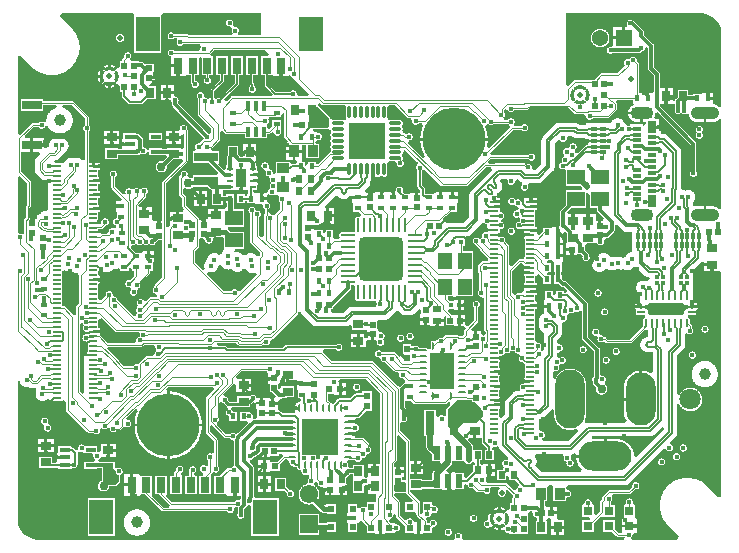
<source format=gbl>
G04*
G04 #@! TF.GenerationSoftware,Altium Limited,Altium Designer,21.6.1 (37)*
G04*
G04 Layer_Physical_Order=6*
G04 Layer_Color=16711680*
%FSLAX44Y44*%
%MOMM*%
G71*
G04*
G04 #@! TF.SameCoordinates,7F95C58A-CF7D-4278-AF47-FD52C239B5E1*
G04*
G04*
G04 #@! TF.FilePolarity,Positive*
G04*
G01*
G75*
%ADD10C,0.2000*%
%ADD11C,0.2500*%
%ADD13C,0.5000*%
%ADD14C,0.1270*%
%ADD18R,0.5220X0.6000*%
%ADD20R,0.9000X0.7000*%
%ADD21R,0.5200X0.5200*%
%ADD22R,0.7000X0.9000*%
%ADD23R,0.5500X0.4500*%
%ADD24R,0.4500X0.5500*%
%ADD25R,0.5200X0.5200*%
%ADD35R,1.5000X1.3000*%
%ADD36R,1.0000X0.9000*%
G04:AMPARAMS|DCode=37|XSize=0.24mm|YSize=0.6mm|CornerRadius=0.06mm|HoleSize=0mm|Usage=FLASHONLY|Rotation=90.000|XOffset=0mm|YOffset=0mm|HoleType=Round|Shape=RoundedRectangle|*
%AMROUNDEDRECTD37*
21,1,0.2400,0.4800,0,0,90.0*
21,1,0.1200,0.6000,0,0,90.0*
1,1,0.1200,0.2400,0.0600*
1,1,0.1200,0.2400,-0.0600*
1,1,0.1200,-0.2400,-0.0600*
1,1,0.1200,-0.2400,0.0600*
%
%ADD37ROUNDEDRECTD37*%
G04:AMPARAMS|DCode=39|XSize=0.25mm|YSize=0.65mm|CornerRadius=0.0625mm|HoleSize=0mm|Usage=FLASHONLY|Rotation=0.000|XOffset=0mm|YOffset=0mm|HoleType=Round|Shape=RoundedRectangle|*
%AMROUNDEDRECTD39*
21,1,0.2500,0.5250,0,0,0.0*
21,1,0.1250,0.6500,0,0,0.0*
1,1,0.1250,0.0625,-0.2625*
1,1,0.1250,-0.0625,-0.2625*
1,1,0.1250,-0.0625,0.2625*
1,1,0.1250,0.0625,0.2625*
%
%ADD39ROUNDEDRECTD39*%
%ADD46R,0.5500X0.6500*%
%ADD48R,0.6200X0.6200*%
%ADD49R,0.4600X0.4200*%
%ADD50R,0.6200X0.6200*%
%ADD125C,0.1250*%
G04:AMPARAMS|DCode=126|XSize=0.2mm|YSize=0.125mm|CornerRadius=0mm|HoleSize=0mm|Usage=FLASHONLY|Rotation=135.000|XOffset=0mm|YOffset=0mm|HoleType=Round|Shape=Round|*
%AMOVALD126*
21,1,0.0750,0.1250,0.0000,0.0000,135.0*
1,1,0.1250,0.0265,-0.0265*
1,1,0.1250,-0.0265,0.0265*
%
%ADD126OVALD126*%

G04:AMPARAMS|DCode=127|XSize=0.2mm|YSize=0.125mm|CornerRadius=0mm|HoleSize=0mm|Usage=FLASHONLY|Rotation=45.000|XOffset=0mm|YOffset=0mm|HoleType=Round|Shape=Round|*
%AMOVALD127*
21,1,0.0750,0.1250,0.0000,0.0000,45.0*
1,1,0.1250,-0.0265,-0.0265*
1,1,0.1250,0.0265,0.0265*
%
%ADD127OVALD127*%

%ADD128O,0.5000X0.2000*%
%ADD129O,0.2000X0.5000*%
%ADD132C,0.7500*%
%ADD133C,1.0000*%
G04:AMPARAMS|DCode=135|XSize=2.05mm|YSize=3.05mm|CornerRadius=0.0513mm|HoleSize=0mm|Usage=FLASHONLY|Rotation=0.000|XOffset=0mm|YOffset=0mm|HoleType=Round|Shape=RoundedRectangle|*
%AMROUNDEDRECTD135*
21,1,2.0500,2.9475,0,0,0.0*
21,1,1.9475,3.0500,0,0,0.0*
1,1,0.1025,0.9738,-1.4738*
1,1,0.1025,-0.9738,-1.4738*
1,1,0.1025,-0.9738,1.4738*
1,1,0.1025,0.9738,1.4738*
%
%ADD135ROUNDEDRECTD135*%
%ADD136C,0.3000*%
%ADD137C,0.1016*%
%ADD138C,0.4000*%
%ADD140C,0.5000*%
%ADD141R,1.3680X1.3680*%
%ADD142C,1.3680*%
%ADD144C,0.4060*%
%ADD145C,5.5000*%
%ADD146O,4.5000X2.5000*%
%ADD147O,2.5000X5.0000*%
%ADD148O,2.5000X4.5000*%
%ADD149C,1.8000*%
%ADD150R,1.5500X1.5500*%
%ADD151C,1.5500*%
%ADD152O,1.9000X1.1000*%
%ADD153O,2.4000X1.1000*%
%ADD154C,0.4064*%
%ADD155C,0.5080*%
%ADD158R,1.2000X1.4000*%
G04:AMPARAMS|DCode=159|XSize=0.25mm|YSize=1.2mm|CornerRadius=0.0313mm|HoleSize=0mm|Usage=FLASHONLY|Rotation=90.000|XOffset=0mm|YOffset=0mm|HoleType=Round|Shape=RoundedRectangle|*
%AMROUNDEDRECTD159*
21,1,0.2500,1.1375,0,0,90.0*
21,1,0.1875,1.2000,0,0,90.0*
1,1,0.0625,0.5688,0.0938*
1,1,0.0625,0.5688,-0.0938*
1,1,0.0625,-0.5688,-0.0938*
1,1,0.0625,-0.5688,0.0938*
%
%ADD159ROUNDEDRECTD159*%
G04:AMPARAMS|DCode=160|XSize=0.25mm|YSize=0.6mm|CornerRadius=0.0625mm|HoleSize=0mm|Usage=FLASHONLY|Rotation=180.000|XOffset=0mm|YOffset=0mm|HoleType=Round|Shape=RoundedRectangle|*
%AMROUNDEDRECTD160*
21,1,0.2500,0.4750,0,0,180.0*
21,1,0.1250,0.6000,0,0,180.0*
1,1,0.1250,-0.0625,0.2375*
1,1,0.1250,0.0625,0.2375*
1,1,0.1250,0.0625,-0.2375*
1,1,0.1250,-0.0625,-0.2375*
%
%ADD160ROUNDEDRECTD160*%
%ADD161R,0.7000X0.1800*%
%ADD162R,1.7000X0.8000*%
%ADD163R,0.3000X0.5500*%
%ADD164R,0.4000X0.5500*%
%ADD165R,0.8000X0.8000*%
%ADD166R,0.3200X0.3600*%
G04:AMPARAMS|DCode=167|XSize=0.25mm|YSize=0.6mm|CornerRadius=0.025mm|HoleSize=0mm|Usage=FLASHONLY|Rotation=0.000|XOffset=0mm|YOffset=0mm|HoleType=Round|Shape=RoundedRectangle|*
%AMROUNDEDRECTD167*
21,1,0.2500,0.5500,0,0,0.0*
21,1,0.2000,0.6000,0,0,0.0*
1,1,0.0500,0.1000,-0.2750*
1,1,0.0500,-0.1000,-0.2750*
1,1,0.0500,-0.1000,0.2750*
1,1,0.0500,0.1000,0.2750*
%
%ADD167ROUNDEDRECTD167*%
G04:AMPARAMS|DCode=168|XSize=0.25mm|YSize=0.6mm|CornerRadius=0.025mm|HoleSize=0mm|Usage=FLASHONLY|Rotation=90.000|XOffset=0mm|YOffset=0mm|HoleType=Round|Shape=RoundedRectangle|*
%AMROUNDEDRECTD168*
21,1,0.2500,0.5500,0,0,90.0*
21,1,0.2000,0.6000,0,0,90.0*
1,1,0.0500,0.2750,0.1000*
1,1,0.0500,0.2750,-0.1000*
1,1,0.0500,-0.2750,-0.1000*
1,1,0.0500,-0.2750,0.1000*
%
%ADD168ROUNDEDRECTD168*%
G04:AMPARAMS|DCode=169|XSize=1mm|YSize=3mm|CornerRadius=0.05mm|HoleSize=0mm|Usage=FLASHONLY|Rotation=90.000|XOffset=0mm|YOffset=0mm|HoleType=Round|Shape=RoundedRectangle|*
%AMROUNDEDRECTD169*
21,1,1.0000,2.9000,0,0,90.0*
21,1,0.9000,3.0000,0,0,90.0*
1,1,0.1000,1.4500,0.4500*
1,1,0.1000,1.4500,-0.4500*
1,1,0.1000,-1.4500,-0.4500*
1,1,0.1000,-1.4500,0.4500*
%
%ADD169ROUNDEDRECTD169*%
%ADD170R,0.9000X1.0000*%
%ADD171R,0.6000X0.6000*%
%ADD172R,0.6000X0.4000*%
G04:AMPARAMS|DCode=173|XSize=0.25mm|YSize=1.2mm|CornerRadius=0.0313mm|HoleSize=0mm|Usage=FLASHONLY|Rotation=0.000|XOffset=0mm|YOffset=0mm|HoleType=Round|Shape=RoundedRectangle|*
%AMROUNDEDRECTD173*
21,1,0.2500,1.1375,0,0,0.0*
21,1,0.1875,1.2000,0,0,0.0*
1,1,0.0625,0.0938,-0.5688*
1,1,0.0625,-0.0938,-0.5688*
1,1,0.0625,-0.0938,0.5688*
1,1,0.0625,0.0938,0.5688*
%
%ADD173ROUNDEDRECTD173*%
%ADD174R,0.8000X2.0000*%
%ADD175R,0.7000X0.3000*%
%ADD176O,0.3000X1.1500*%
%ADD177R,0.6000X1.1500*%
%ADD178R,0.5000X0.2800*%
%ADD179R,0.9000X0.4000*%
G04:AMPARAMS|DCode=180|XSize=0.25mm|YSize=0.6mm|CornerRadius=0.0625mm|HoleSize=0mm|Usage=FLASHONLY|Rotation=90.000|XOffset=0mm|YOffset=0mm|HoleType=Round|Shape=RoundedRectangle|*
%AMROUNDEDRECTD180*
21,1,0.2500,0.4750,0,0,90.0*
21,1,0.1250,0.6000,0,0,90.0*
1,1,0.1250,0.2375,0.0625*
1,1,0.1250,0.2375,-0.0625*
1,1,0.1250,-0.2375,-0.0625*
1,1,0.1250,-0.2375,0.0625*
%
%ADD180ROUNDEDRECTD180*%
G04:AMPARAMS|DCode=181|XSize=0.4mm|YSize=0.9mm|CornerRadius=0.1mm|HoleSize=0mm|Usage=FLASHONLY|Rotation=180.000|XOffset=0mm|YOffset=0mm|HoleType=Round|Shape=RoundedRectangle|*
%AMROUNDEDRECTD181*
21,1,0.4000,0.7000,0,0,180.0*
21,1,0.2000,0.9000,0,0,180.0*
1,1,0.2000,-0.1000,0.3500*
1,1,0.2000,0.1000,0.3500*
1,1,0.2000,0.1000,-0.3500*
1,1,0.2000,-0.1000,-0.3500*
%
%ADD181ROUNDEDRECTD181*%
%ADD182R,0.6500X0.5500*%
%ADD183R,0.6000X0.6000*%
%ADD184R,0.4000X0.6000*%
%ADD185R,2.0000X0.8000*%
%ADD186R,0.9000X1.6000*%
%ADD187R,0.5500X0.3000*%
%ADD188R,0.5500X0.4000*%
%ADD189R,0.8000X1.4000*%
%ADD190R,2.1000X3.0000*%
%ADD191R,3.1000X3.1000*%
%ADD192O,1.1500X0.3000*%
%ADD193R,3.1500X3.1500*%
G04:AMPARAMS|DCode=194|XSize=3.7mm|YSize=3.7mm|CornerRadius=0.37mm|HoleSize=0mm|Usage=FLASHONLY|Rotation=90.000|XOffset=0mm|YOffset=0mm|HoleType=Round|Shape=RoundedRectangle|*
%AMROUNDEDRECTD194*
21,1,3.7000,2.9600,0,0,90.0*
21,1,2.9600,3.7000,0,0,90.0*
1,1,0.7400,1.4800,1.4800*
1,1,0.7400,1.4800,-1.4800*
1,1,0.7400,-1.4800,-1.4800*
1,1,0.7400,-1.4800,1.4800*
%
%ADD194ROUNDEDRECTD194*%
%ADD195R,0.7000X1.0000*%
%ADD196C,5.3000*%
G36*
X585239Y447271D02*
X588508Y445917D01*
X591449Y443951D01*
X593951Y441450D01*
X595917Y438508D01*
X597271Y435239D01*
X597961Y431769D01*
X597961Y430078D01*
Y369288D01*
X597352Y368874D01*
X595961Y368543D01*
X595810Y368710D01*
X595264Y369205D01*
X594672Y369644D01*
X594040Y370022D01*
X593373Y370337D01*
X592680Y370586D01*
X592494Y370632D01*
X591900Y370843D01*
X590924Y372019D01*
X590750Y372656D01*
Y374750D01*
X586500D01*
Y376000D01*
X585250D01*
Y380750D01*
X582336D01*
X582250Y380750D01*
X580664Y379750D01*
X580250Y379750D01*
X574250D01*
Y378508D01*
X569750D01*
Y383250D01*
X560750D01*
Y376796D01*
X559477Y375523D01*
X559221Y375224D01*
X559016Y374888D01*
X558865Y374525D01*
X558773Y374142D01*
X558750Y373848D01*
X556750Y373926D01*
Y376500D01*
X552500D01*
Y371250D01*
X556742D01*
X556750Y371250D01*
X558742Y371231D01*
Y367207D01*
X558657Y367089D01*
X558440Y366664D01*
X558293Y366210D01*
X558218Y365739D01*
Y365261D01*
X558293Y364790D01*
X558440Y364336D01*
X558657Y363911D01*
X558937Y363525D01*
X559275Y363187D01*
X559661Y362907D01*
X560086Y362690D01*
X560540Y362543D01*
X561011Y362468D01*
X561489D01*
X561960Y362543D01*
X562414Y362690D01*
X562839Y362907D01*
X563225Y363187D01*
X563750Y363436D01*
X564275Y363187D01*
X564661Y362907D01*
X565086Y362690D01*
X565540Y362543D01*
X566011Y362468D01*
X566489D01*
X566960Y362543D01*
X567414Y362690D01*
X567839Y362907D01*
X568007Y363029D01*
X569058Y362839D01*
X569922Y362419D01*
X570083Y362289D01*
X570135Y361935D01*
X570314Y361220D01*
X570563Y360526D01*
X570878Y359860D01*
X571256Y359228D01*
X571695Y358636D01*
X572190Y358090D01*
X572736Y357595D01*
X573328Y357156D01*
X573960Y356778D01*
X574626Y356463D01*
X575320Y356214D01*
X576035Y356035D01*
X576764Y355927D01*
X577500Y355891D01*
X582750D01*
Y363400D01*
X585250D01*
Y355891D01*
X590500D01*
X591236Y355927D01*
X591965Y356035D01*
X592680Y356214D01*
X593373Y356463D01*
X594040Y356778D01*
X594672Y357156D01*
X595264Y357595D01*
X595810Y358090D01*
X595961Y358257D01*
X597352Y357925D01*
X597961Y357512D01*
X597961Y282888D01*
X597352Y282474D01*
X595961Y282143D01*
X595810Y282310D01*
X595264Y282805D01*
X594672Y283244D01*
X594040Y283622D01*
X593373Y283937D01*
X592680Y284186D01*
X591965Y284365D01*
X591236Y284473D01*
X590500Y284509D01*
X585250D01*
Y277000D01*
X582750D01*
Y284509D01*
X577500D01*
X576764Y284473D01*
X576035Y284365D01*
X574999Y284399D01*
X574133Y284973D01*
X573876Y285495D01*
X573713Y285738D01*
X573591Y286305D01*
X573806Y288097D01*
X574270Y288561D01*
X574679Y289074D01*
X575028Y289630D01*
X575313Y290221D01*
X575530Y290840D01*
X575676Y291480D01*
X575749Y292132D01*
Y292788D01*
X575676Y293440D01*
X575530Y294080D01*
X575313Y294699D01*
X575028Y295291D01*
X574679Y295846D01*
X574270Y296359D01*
X573806Y296823D01*
X573293Y297232D01*
X572738Y297581D01*
X572146Y297866D01*
X571527Y298083D01*
X570887Y298229D01*
X570235Y298302D01*
X569579D01*
X568927Y298229D01*
X568288Y298083D01*
X567668Y297866D01*
X567375Y297725D01*
X567082Y297866D01*
X566463Y298083D01*
X565823Y298229D01*
X565171Y298302D01*
X564367Y298715D01*
X563820Y300236D01*
Y330867D01*
X563782Y331448D01*
X563669Y332020D01*
X563481Y332572D01*
X563224Y333094D01*
X562900Y333579D01*
X562516Y334017D01*
X552040Y344493D01*
X551602Y344877D01*
X551117Y345201D01*
X550594Y345458D01*
X550043Y345646D01*
X549471Y345759D01*
X548890Y345798D01*
X547502D01*
X547450Y345850D01*
X547012Y346234D01*
X546610Y346502D01*
Y348010D01*
X544800D01*
Y349950D01*
X539300D01*
Y352450D01*
X544800D01*
Y358200D01*
X542359D01*
X541570Y359180D01*
X541183Y360200D01*
X541337Y360526D01*
X541586Y361220D01*
X541765Y361935D01*
X541873Y362664D01*
X541900Y363225D01*
X542297Y363533D01*
X543878Y364075D01*
X571742Y336211D01*
Y313957D01*
X571657Y313839D01*
X571440Y313414D01*
X571293Y312960D01*
X571218Y312489D01*
Y312011D01*
X571293Y311540D01*
X571440Y311086D01*
X571657Y310661D01*
X571937Y310275D01*
X572275Y309937D01*
X572661Y309657D01*
X573086Y309440D01*
X573540Y309293D01*
X574011Y309218D01*
X574489D01*
X574960Y309293D01*
X575414Y309440D01*
X575839Y309657D01*
X576225Y309937D01*
X576563Y310275D01*
X576843Y310661D01*
X577060Y311086D01*
X577207Y311540D01*
X577282Y312011D01*
Y312489D01*
X577207Y312960D01*
X577060Y313414D01*
X576843Y313839D01*
X576758Y313957D01*
Y337250D01*
X576727Y337642D01*
X576635Y338025D01*
X576484Y338388D01*
X576279Y338724D01*
X576023Y339023D01*
X545797Y369250D01*
X545851Y371250D01*
X550000D01*
Y377750D01*
Y384250D01*
X545758D01*
Y396250D01*
X545727Y396642D01*
X545635Y397025D01*
X545484Y397388D01*
X545279Y397724D01*
X545023Y398023D01*
X541008Y402039D01*
Y420000D01*
X540977Y420392D01*
X540885Y420775D01*
X540734Y421138D01*
X540529Y421474D01*
X540273Y421773D01*
X532258Y429789D01*
Y432000D01*
X532227Y432392D01*
X532135Y432775D01*
X531984Y433139D01*
X531779Y433474D01*
X531523Y433773D01*
X524273Y441023D01*
X523974Y441279D01*
X523638Y441484D01*
X523275Y441635D01*
X522892Y441727D01*
X522500Y441758D01*
X522457D01*
X522339Y441843D01*
X521914Y442060D01*
X521460Y442207D01*
X520989Y442282D01*
X520511D01*
X520040Y442207D01*
X519586Y442060D01*
X519161Y441843D01*
X518775Y441563D01*
X518437Y441225D01*
X518157Y440839D01*
X517940Y440414D01*
X517793Y439960D01*
X517718Y439489D01*
Y439011D01*
X517793Y438540D01*
X517940Y438086D01*
X518066Y437840D01*
X517771Y436893D01*
X517455Y436263D01*
X517044Y435840D01*
X516500D01*
Y427000D01*
X515250D01*
Y425750D01*
X506410D01*
Y420920D01*
X505986Y420372D01*
X505222Y419824D01*
X504410Y419505D01*
X504239Y419532D01*
X503761D01*
X503290Y419457D01*
X502836Y419310D01*
X502411Y419093D01*
X502025Y418813D01*
X501687Y418475D01*
X501407Y418089D01*
X501190Y417664D01*
X501043Y417210D01*
X500968Y416739D01*
Y416261D01*
X501043Y415790D01*
X501190Y415336D01*
X501407Y414911D01*
X501687Y414525D01*
X502025Y414187D01*
X502411Y413907D01*
X502836Y413690D01*
X503290Y413543D01*
X503761Y413468D01*
X504239D01*
X504710Y413543D01*
X505164Y413690D01*
X505589Y413907D01*
X505707Y413992D01*
X528000D01*
X528392Y414023D01*
X528775Y414115D01*
X529138Y414266D01*
X529474Y414471D01*
X529773Y414727D01*
X530566Y415520D01*
X530710Y415543D01*
X531164Y415690D01*
X531589Y415907D01*
X531975Y416187D01*
X532313Y416525D01*
X532593Y416911D01*
X532810Y417336D01*
X532957Y417790D01*
X533032Y418261D01*
Y418739D01*
X533018Y418829D01*
X533978Y419412D01*
X534958Y419655D01*
X535992Y418833D01*
Y401000D01*
X536023Y400608D01*
X536115Y400225D01*
X536266Y399861D01*
X536471Y399526D01*
X536727Y399227D01*
X540742Y395211D01*
Y382339D01*
X539750Y380750D01*
X538742Y380750D01*
X536750D01*
Y376000D01*
X534250D01*
Y380750D01*
X531336D01*
X531250Y380750D01*
X530133Y380046D01*
X528925Y380492D01*
X528133Y381287D01*
Y404750D01*
X528102Y405069D01*
X528009Y405375D01*
X527858Y405657D01*
X527655Y405905D01*
X526216Y407343D01*
X526282Y407761D01*
Y408239D01*
X526207Y408710D01*
X526060Y409164D01*
X525843Y409589D01*
X525563Y409975D01*
X525225Y410313D01*
X524839Y410593D01*
X524414Y410810D01*
X523960Y410957D01*
X523489Y411032D01*
X523011D01*
X522540Y410957D01*
X522086Y410810D01*
X521661Y410593D01*
X521275Y410313D01*
X520937Y409975D01*
X520657Y409589D01*
X520405Y409148D01*
X519728Y408839D01*
X519210Y408957D01*
X518739Y409032D01*
X518261D01*
X517790Y408957D01*
X517336Y408810D01*
X516911Y408593D01*
X516525Y408313D01*
X516187Y407975D01*
X515907Y407589D01*
X515690Y407164D01*
X515543Y406710D01*
X515468Y406239D01*
Y405761D01*
X515543Y405290D01*
X515690Y404836D01*
X515907Y404411D01*
X516187Y404025D01*
X516451Y403761D01*
X509824Y397133D01*
X496250D01*
X495931Y397102D01*
X495625Y397009D01*
X495343Y396858D01*
X495095Y396655D01*
X490191Y391750D01*
X487060D01*
Y391633D01*
X474000D01*
X473681Y391601D01*
X473375Y391509D01*
X473093Y391358D01*
X472845Y391155D01*
X468009Y386318D01*
X466009Y387146D01*
X466009Y447961D01*
X580000Y447961D01*
X581769Y447961D01*
X585239Y447271D01*
D02*
G37*
G36*
X99449Y447961D02*
X100750Y446500D01*
X100750Y445961D01*
Y414500D01*
X123750D01*
Y445961D01*
X125051Y447961D01*
X208491D01*
Y429165D01*
X189189D01*
X188602Y430245D01*
X188453Y431166D01*
X188563Y431275D01*
X188843Y431661D01*
X189060Y432086D01*
X189207Y432540D01*
X189282Y433011D01*
Y433489D01*
X189207Y433960D01*
X189060Y434414D01*
X188843Y434839D01*
X188563Y435225D01*
X188225Y435563D01*
X187839Y435843D01*
X187414Y436060D01*
X186960Y436207D01*
X186489Y436282D01*
X186011D01*
X185716Y436235D01*
X185228Y436501D01*
X184281Y437781D01*
X184172Y438315D01*
X184172Y438316D01*
X184310Y438586D01*
X184457Y439040D01*
X184532Y439511D01*
Y439989D01*
X184457Y440460D01*
X184310Y440914D01*
X184093Y441339D01*
X183813Y441725D01*
X183475Y442063D01*
X183089Y442343D01*
X182664Y442560D01*
X182210Y442707D01*
X181739Y442782D01*
X181261D01*
X180790Y442707D01*
X180336Y442560D01*
X179911Y442343D01*
X179525Y442063D01*
X179187Y441725D01*
X178907Y441339D01*
X178690Y440914D01*
X178543Y440460D01*
X178468Y439989D01*
Y439511D01*
X178543Y439040D01*
X178690Y438586D01*
X178907Y438161D01*
X179187Y437775D01*
X179525Y437437D01*
X179911Y437157D01*
X180336Y436940D01*
X180790Y436793D01*
X181261Y436718D01*
X181739D01*
X182034Y436765D01*
X182523Y436499D01*
X183469Y435219D01*
X183578Y434685D01*
X183578Y434684D01*
X183440Y434414D01*
X183293Y433960D01*
X183218Y433489D01*
Y433011D01*
X183293Y432540D01*
X183440Y432086D01*
X183657Y431661D01*
X183937Y431275D01*
X184047Y431166D01*
X183898Y430245D01*
X183311Y429165D01*
X147176D01*
X146437Y429905D01*
X146190Y430108D01*
X145907Y430259D01*
X145601Y430351D01*
X145283Y430383D01*
X134561D01*
X134313Y430725D01*
X133975Y431063D01*
X133589Y431343D01*
X133164Y431560D01*
X132710Y431707D01*
X132239Y431782D01*
X131761D01*
X131290Y431707D01*
X130836Y431560D01*
X130411Y431343D01*
X130025Y431063D01*
X129687Y430725D01*
X129407Y430339D01*
X129190Y429914D01*
X129043Y429460D01*
X128968Y428989D01*
Y428511D01*
X129043Y428040D01*
X129190Y427586D01*
X129407Y427161D01*
X129687Y426775D01*
X130025Y426437D01*
X130411Y426157D01*
X130836Y425940D01*
X131290Y425793D01*
X131761Y425718D01*
X132239D01*
X132710Y425793D01*
X133164Y425940D01*
X133589Y426157D01*
X133975Y426437D01*
X134313Y426775D01*
X134561Y427117D01*
X136560D01*
X136838Y426762D01*
X137250Y425706D01*
X137359Y425117D01*
X137157Y424839D01*
X136940Y424414D01*
X136793Y423960D01*
X136718Y423489D01*
Y423011D01*
X136793Y422540D01*
X136940Y422086D01*
X137157Y421661D01*
X137437Y421275D01*
X137775Y420937D01*
X138161Y420657D01*
X138586Y420440D01*
X139040Y420293D01*
X139511Y420218D01*
X139989D01*
X140460Y420293D01*
X140914Y420440D01*
X141339Y420657D01*
X141725Y420937D01*
X142063Y421275D01*
X142268Y421558D01*
X156208D01*
X156804Y420692D01*
X157125Y419558D01*
X157080Y419496D01*
X156864Y419071D01*
X156716Y418617D01*
X156642Y418146D01*
Y417668D01*
X155648Y416290D01*
X155287Y415984D01*
X155078Y415883D01*
X134811D01*
X134563Y416225D01*
X134225Y416563D01*
X133839Y416843D01*
X133414Y417060D01*
X132960Y417207D01*
X132489Y417282D01*
X132011D01*
X131540Y417207D01*
X131086Y417060D01*
X130661Y416843D01*
X130275Y416563D01*
X129937Y416225D01*
X129657Y415839D01*
X129440Y415414D01*
X129293Y414960D01*
X129218Y414489D01*
Y414011D01*
X129293Y413540D01*
X129440Y413086D01*
X129657Y412661D01*
X129937Y412275D01*
X130275Y411937D01*
X130661Y411657D01*
X131086Y411440D01*
X131540Y411293D01*
X131750Y411259D01*
Y404750D01*
X137750D01*
Y403500D01*
X139000D01*
Y394500D01*
X143664D01*
X143750Y394500D01*
X145336Y395500D01*
X145750Y395500D01*
X148607D01*
Y390000D01*
X148639Y389679D01*
X148732Y389371D01*
X148884Y389087D01*
X149088Y388838D01*
X149532Y388394D01*
X149468Y387989D01*
Y387511D01*
X149543Y387040D01*
X149690Y386586D01*
X149907Y386161D01*
X150187Y385775D01*
X150525Y385437D01*
X150911Y385157D01*
X151336Y384940D01*
X151790Y384793D01*
X152261Y384718D01*
X152739D01*
X153210Y384793D01*
X153664Y384940D01*
X154089Y385157D01*
X154475Y385437D01*
X154813Y385775D01*
X155093Y386161D01*
X155310Y386586D01*
X155457Y387040D01*
X155532Y387511D01*
Y387989D01*
X155457Y388460D01*
X155310Y388914D01*
X155093Y389339D01*
X154813Y389725D01*
X154475Y390063D01*
X154089Y390343D01*
X153664Y390560D01*
X153210Y390707D01*
X152739Y390782D01*
X152261D01*
X151893Y391097D01*
Y395500D01*
X155250D01*
Y410260D01*
X156500Y410992D01*
X157750Y410260D01*
Y395500D01*
X161117D01*
Y393562D01*
X160775Y393313D01*
X160437Y392975D01*
X160157Y392589D01*
X159940Y392164D01*
X159793Y391710D01*
X159718Y391239D01*
Y390761D01*
X159793Y390290D01*
X159940Y389836D01*
X160157Y389411D01*
X160437Y389025D01*
X160775Y388687D01*
X161161Y388407D01*
X161586Y388190D01*
X162040Y388043D01*
X162511Y387968D01*
X162988D01*
X163460Y388043D01*
X163914Y388190D01*
X164339Y388407D01*
X164725Y388687D01*
X165063Y389025D01*
X165343Y389411D01*
X165560Y389836D01*
X165707Y390290D01*
X165782Y390761D01*
Y391239D01*
X165707Y391710D01*
X165560Y392164D01*
X165343Y392589D01*
X165063Y392975D01*
X164725Y393313D01*
X164383Y393562D01*
Y395500D01*
X167750D01*
Y411500D01*
X166113D01*
X165741Y411992D01*
X165309Y413500D01*
X168426Y416617D01*
X211456D01*
X214726Y413348D01*
X213960Y411500D01*
X207750D01*
Y395500D01*
X211107D01*
Y387000D01*
X211139Y386679D01*
X211232Y386371D01*
X211384Y386087D01*
X211588Y385838D01*
X217826Y379601D01*
X216997Y377601D01*
X183718D01*
X183399Y377570D01*
X183093Y377477D01*
X182811Y377326D01*
X182563Y377123D01*
X178924Y373483D01*
X176705Y374093D01*
X176584Y374569D01*
X176653Y374830D01*
X188912Y387088D01*
X189116Y387337D01*
X189268Y387621D01*
X189361Y387929D01*
X189393Y388250D01*
Y395500D01*
X192750D01*
Y411500D01*
X182750D01*
Y395500D01*
X186107D01*
Y388931D01*
X173394Y376218D01*
X172989Y376282D01*
X172511D01*
X172040Y376207D01*
X171586Y376060D01*
X171161Y375843D01*
X170775Y375563D01*
X170599Y375437D01*
X169809Y375552D01*
X168643Y376158D01*
Y381819D01*
X176412Y389588D01*
X176616Y389837D01*
X176768Y390121D01*
X176861Y390429D01*
X176893Y390750D01*
Y395500D01*
X180250D01*
Y411500D01*
X170250D01*
Y395500D01*
X173607D01*
Y391431D01*
X165838Y383662D01*
X165634Y383413D01*
X165482Y383129D01*
X165389Y382821D01*
X165357Y382500D01*
Y376400D01*
X164595Y375832D01*
X162563Y375600D01*
X162225Y375938D01*
X161839Y376218D01*
X161414Y376435D01*
X160960Y376582D01*
X160297Y376957D01*
X159872Y377621D01*
X159782Y378239D01*
X159707Y378710D01*
X159560Y379164D01*
X159343Y379589D01*
X159063Y379975D01*
X158725Y380313D01*
X158339Y380593D01*
X157914Y380810D01*
X157460Y380957D01*
X156989Y381032D01*
X156511D01*
X156040Y380957D01*
X155586Y380810D01*
X155161Y380593D01*
X154775Y380313D01*
X154437Y379975D01*
X154157Y379589D01*
X153940Y379164D01*
X153793Y378710D01*
X153718Y378239D01*
Y377761D01*
X153793Y377290D01*
X153940Y376836D01*
X154157Y376411D01*
X154367Y376121D01*
Y362500D01*
X154398Y362181D01*
X154491Y361875D01*
X154642Y361593D01*
X154845Y361345D01*
X166117Y350074D01*
Y346893D01*
X165779Y346548D01*
X165150Y346199D01*
X164117Y345863D01*
X163914Y345967D01*
X163460Y346114D01*
X163316Y346137D01*
X137758Y371696D01*
Y372543D01*
X137843Y372661D01*
X138060Y373086D01*
X138207Y373540D01*
X138282Y374011D01*
Y374489D01*
X138207Y374960D01*
X138060Y375414D01*
X137843Y375839D01*
X137563Y376225D01*
X137225Y376563D01*
X136839Y376843D01*
X136414Y377060D01*
X135960Y377207D01*
X135489Y377282D01*
X135011D01*
X134034Y378985D01*
X134000Y379103D01*
Y379500D01*
X129750D01*
Y374250D01*
X132218D01*
Y374011D01*
X132293Y373540D01*
X132440Y373086D01*
X132657Y372661D01*
X132742Y372543D01*
Y370657D01*
X132773Y370265D01*
X132865Y369882D01*
X133016Y369519D01*
X133221Y369183D01*
X133477Y368884D01*
X159344Y343016D01*
X159378Y342823D01*
X159394Y342396D01*
X159107Y340867D01*
X159093Y340858D01*
X159093D01*
X158845Y340655D01*
X155907Y337716D01*
X155489Y337782D01*
X155011D01*
X154540Y337707D01*
X154086Y337560D01*
X153661Y337343D01*
X153275Y337063D01*
X152937Y336725D01*
X152657Y336339D01*
X152440Y335914D01*
X152293Y335460D01*
X152218Y334989D01*
Y334511D01*
X152293Y334040D01*
X152440Y333586D01*
X152657Y333161D01*
X152774Y333000D01*
X152566Y332130D01*
X151916Y331000D01*
X150500D01*
Y321000D01*
X163953D01*
X171954Y313000D01*
X171125Y311000D01*
X150500D01*
Y309194D01*
X150278Y308915D01*
X149611Y308463D01*
X148500Y308059D01*
X148321Y308145D01*
X147817Y308322D01*
X147297Y308440D01*
X146769Y308500D01*
X146755Y308517D01*
X145942Y309668D01*
X145744Y310458D01*
X145810Y310586D01*
X145957Y311040D01*
X146032Y311511D01*
Y311989D01*
X145957Y312460D01*
X145810Y312914D01*
X145593Y313339D01*
X145313Y313725D01*
X144975Y314063D01*
X144589Y314343D01*
X144164Y314560D01*
X143710Y314707D01*
X143239Y314782D01*
X142761D01*
X142290Y314707D01*
X141836Y314560D01*
X141411Y314343D01*
X141025Y314063D01*
X140687Y313725D01*
X140407Y313339D01*
X140190Y312914D01*
X140043Y312460D01*
X139968Y311989D01*
Y311511D01*
X140034Y311093D01*
X138845Y309905D01*
X138642Y309657D01*
X138491Y309375D01*
X138399Y309069D01*
X138367Y308750D01*
Y295215D01*
X138399Y294896D01*
X138491Y294590D01*
X138642Y294308D01*
X138845Y294060D01*
X141367Y291538D01*
Y284500D01*
X141398Y284181D01*
X141491Y283875D01*
X141642Y283593D01*
X141845Y283345D01*
X143191Y282000D01*
X142362Y280000D01*
X138750D01*
Y274500D01*
X137500D01*
Y273250D01*
X131000D01*
Y269000D01*
X131000Y269000D01*
X131000D01*
X131000Y269000D01*
X130757Y268122D01*
X128668Y266982D01*
X127883Y267309D01*
Y304324D01*
X145405Y321845D01*
X145608Y322093D01*
X145758Y322375D01*
X145851Y322681D01*
X145883Y323000D01*
Y348750D01*
X145851Y349069D01*
X145758Y349375D01*
X145608Y349657D01*
X145464Y349832D01*
X145532Y350261D01*
Y350739D01*
X145457Y351210D01*
X145310Y351664D01*
X145093Y352089D01*
X144813Y352475D01*
X144475Y352813D01*
X144089Y353093D01*
X143664Y353310D01*
X143210Y353457D01*
X142739Y353532D01*
X142261D01*
X141790Y353457D01*
X141336Y353310D01*
X140911Y353093D01*
X140525Y352813D01*
X140187Y352475D01*
X139907Y352089D01*
X139690Y351664D01*
X139543Y351210D01*
X139468Y350739D01*
Y350261D01*
X138463Y348902D01*
X138069Y348578D01*
X137902Y348500D01*
X135250D01*
Y344250D01*
X140592D01*
X140680Y344388D01*
X142500Y345327D01*
X142617Y345244D01*
Y334815D01*
X140781Y333200D01*
X139532Y333444D01*
X139500Y333500D01*
X128500D01*
Y333008D01*
X124500D01*
Y333500D01*
X113499D01*
Y332210D01*
X111502Y332036D01*
X111355Y332490D01*
X111138Y332915D01*
X110857Y333301D01*
X110520Y333638D01*
X110134Y333919D01*
X109709Y334136D01*
X109255Y334283D01*
X108784Y334358D01*
X108508D01*
Y340750D01*
X108477Y341142D01*
X108385Y341525D01*
X108234Y341889D01*
X108029Y342224D01*
X107773Y342523D01*
X105023Y345273D01*
X104724Y345529D01*
X104388Y345734D01*
X104025Y345885D01*
X103642Y345977D01*
X103250Y346008D01*
X102500D01*
Y346500D01*
X91500D01*
Y341000D01*
X90499D01*
Y338250D01*
X97000D01*
Y335750D01*
X90499D01*
Y333008D01*
X87000D01*
Y333500D01*
X76000D01*
Y324500D01*
X87000D01*
Y327992D01*
X91500D01*
Y327500D01*
X102499D01*
Y327500D01*
X104286Y328015D01*
X104460Y328043D01*
X104914Y328190D01*
X105339Y328407D01*
X105725Y328687D01*
X106063Y329025D01*
X106522Y329061D01*
X106570Y329013D01*
X106956Y328733D01*
X107381Y328516D01*
X107835Y328368D01*
X108306Y328294D01*
X108784D01*
X109255Y328368D01*
X109709Y328516D01*
X110134Y328733D01*
X110520Y329013D01*
X110857Y329351D01*
X111138Y329737D01*
X111355Y330162D01*
X111502Y330616D01*
X113499Y330441D01*
Y327500D01*
X124500D01*
Y327992D01*
X127766D01*
X128196Y325992D01*
X124829Y322626D01*
X124547Y322690D01*
X124017Y322750D01*
X123483D01*
X122953Y322690D01*
X122433Y322572D01*
X121929Y322395D01*
X121449Y322164D01*
X120997Y321880D01*
X120580Y321547D01*
X120203Y321170D01*
X119870Y320753D01*
X119586Y320301D01*
X119355Y319821D01*
X119178Y319317D01*
X119060Y318797D01*
X119000Y318267D01*
Y317733D01*
X119060Y317203D01*
X119178Y316683D01*
X119355Y316179D01*
X119586Y315699D01*
X119870Y315247D01*
X120203Y314830D01*
X120580Y314453D01*
X120997Y314120D01*
X121449Y313836D01*
X121929Y313605D01*
X122433Y313428D01*
X122953Y313310D01*
X123483Y313250D01*
X124017D01*
X124547Y313310D01*
X125067Y313428D01*
X125571Y313605D01*
X126051Y313836D01*
X126503Y314120D01*
X126920Y314453D01*
X127297Y314830D01*
X127630Y315247D01*
X127914Y315699D01*
X128145Y316179D01*
X128322Y316683D01*
X128440Y317203D01*
X128500Y317733D01*
Y318267D01*
X128440Y318797D01*
X128376Y319079D01*
X133796Y324500D01*
X139500D01*
X139532Y324556D01*
X140360Y324717D01*
X141872Y323642D01*
X141926Y322986D01*
X125095Y306155D01*
X124892Y305907D01*
X124741Y305625D01*
X124648Y305319D01*
X124617Y305000D01*
Y272100D01*
X122750D01*
Y267500D01*
X120250D01*
Y272100D01*
X117584D01*
X116765Y272279D01*
X115750Y273624D01*
Y276750D01*
X109250D01*
Y278000D01*
X108000D01*
Y283500D01*
X104662D01*
X104059Y285500D01*
X110405Y291845D01*
X110608Y292093D01*
X110758Y292375D01*
X110851Y292681D01*
X110883Y293000D01*
Y294689D01*
X111225Y294937D01*
X111563Y295275D01*
X111843Y295661D01*
X112060Y296086D01*
X112207Y296540D01*
X112282Y297011D01*
Y297489D01*
X112207Y297960D01*
X112060Y298414D01*
X111843Y298839D01*
X111563Y299225D01*
X111225Y299563D01*
X110839Y299843D01*
X110414Y300060D01*
X109960Y300207D01*
X109489Y300282D01*
X109011D01*
X108540Y300207D01*
X108086Y300060D01*
X107661Y299843D01*
X107275Y299563D01*
X107154Y299441D01*
X106889Y299317D01*
X106356Y299217D01*
X105183Y299200D01*
X104725Y299313D01*
X104339Y299593D01*
X103914Y299810D01*
X103460Y299957D01*
X102989Y300032D01*
X102511D01*
X102040Y299957D01*
X101586Y299810D01*
X101161Y299593D01*
X100775Y299313D01*
X100653Y299191D01*
X100388Y299067D01*
X99856Y298967D01*
X98683Y298951D01*
X98225Y299063D01*
X97839Y299343D01*
X97414Y299560D01*
X96960Y299707D01*
X96489Y299782D01*
X96011D01*
X95540Y299707D01*
X95086Y299560D01*
X94661Y299343D01*
X94275Y299063D01*
X93937Y298725D01*
X93657Y298339D01*
X93440Y297914D01*
X93293Y297460D01*
X93218Y296989D01*
Y296511D01*
X93293Y296040D01*
X93440Y295586D01*
X93484Y295501D01*
X93465Y295173D01*
X91763Y294443D01*
X91358Y294457D01*
X91347Y294462D01*
X84758Y301051D01*
Y309211D01*
X85100Y309459D01*
X85438Y309797D01*
X85718Y310183D01*
X85935Y310608D01*
X86082Y311062D01*
X86157Y311534D01*
Y312011D01*
X86082Y312482D01*
X85935Y312936D01*
X85718Y313361D01*
X85438Y313747D01*
X85100Y314085D01*
X84714Y314365D01*
X84289Y314582D01*
X83835Y314729D01*
X83364Y314804D01*
X82886D01*
X82415Y314729D01*
X81961Y314582D01*
X81536Y314365D01*
X81150Y314085D01*
X80813Y313747D01*
X80532Y313361D01*
X80315Y312936D01*
X80168Y312482D01*
X80093Y312011D01*
Y311534D01*
X80168Y311062D01*
X80315Y310608D01*
X80532Y310183D01*
X80813Y309797D01*
X81150Y309459D01*
X81492Y309211D01*
Y300375D01*
X81524Y300056D01*
X81617Y299750D01*
X81768Y299468D01*
X81971Y299220D01*
X90343Y290848D01*
X89578Y289000D01*
X85000D01*
Y286000D01*
X89750D01*
Y283500D01*
X85000D01*
Y280586D01*
X85000Y280500D01*
X86000Y278914D01*
X86000Y278500D01*
Y274282D01*
X85761D01*
X85290Y274207D01*
X84836Y274060D01*
X84411Y273843D01*
X84025Y273563D01*
X83687Y273225D01*
X83407Y272839D01*
X83190Y272414D01*
X83043Y271960D01*
X82968Y271489D01*
Y271011D01*
X83043Y270540D01*
X83190Y270086D01*
X83407Y269661D01*
X83687Y269275D01*
X84025Y268937D01*
X84411Y268657D01*
X84836Y268440D01*
X85290Y268293D01*
X85254Y266276D01*
X85250Y266250D01*
X83250Y265632D01*
X83220Y265648D01*
X82766Y265795D01*
X82294Y265870D01*
X81817D01*
X81346Y265795D01*
X80892Y265648D01*
X80467Y265431D01*
X80080Y265150D01*
X79743Y264813D01*
X79463Y264427D01*
X79246Y264002D01*
X79098Y263548D01*
X79024Y263076D01*
Y262599D01*
X77563Y261513D01*
X77238Y261383D01*
X73389D01*
X72505Y261750D01*
X71888Y262184D01*
X71420Y262680D01*
X71399Y262710D01*
Y265150D01*
X73243Y265527D01*
X73302Y265533D01*
X73608Y265626D01*
X73890Y265777D01*
X74138Y265980D01*
X75016Y266859D01*
X75219Y267106D01*
X75249Y267161D01*
X76236Y268149D01*
X76504D01*
X76975Y268223D01*
X77429Y268371D01*
X77854Y268587D01*
X78240Y268868D01*
X78578Y269205D01*
X78858Y269592D01*
X79075Y270017D01*
X79223Y270471D01*
X79297Y270942D01*
Y271419D01*
X79223Y271891D01*
X79075Y272344D01*
X78858Y272770D01*
X78578Y273156D01*
X78240Y273493D01*
X77854Y273774D01*
X77429Y273990D01*
X76975Y274138D01*
X76504Y274213D01*
X76027D01*
X75555Y274138D01*
X75101Y273990D01*
X74676Y273774D01*
X74290Y273493D01*
X73953Y273156D01*
X73672Y272770D01*
X73455Y272344D01*
X73308Y271891D01*
X71399Y272313D01*
Y273150D01*
X70399D01*
Y276150D01*
X70399D01*
Y276350D01*
X70399D01*
Y279350D01*
X71399D01*
Y281000D01*
X65899D01*
Y283500D01*
X71399D01*
Y285150D01*
X70399D01*
Y288150D01*
X70399D01*
Y288350D01*
X70399D01*
Y291350D01*
X71399D01*
Y293000D01*
X65899D01*
Y295500D01*
X71399D01*
Y297150D01*
X70399D01*
Y300150D01*
X70399D01*
Y300350D01*
X70399D01*
Y303350D01*
X71399D01*
Y305000D01*
X65899D01*
Y307500D01*
X71399D01*
Y309150D01*
X70399D01*
Y312150D01*
X70399D01*
Y312350D01*
X70399D01*
Y315350D01*
X71399D01*
Y317000D01*
X65899D01*
Y318250D01*
X64649D01*
Y321150D01*
X62040D01*
Y347939D01*
X62382Y348187D01*
X62720Y348525D01*
X63000Y348911D01*
X63217Y349336D01*
X63364Y349790D01*
X63439Y350261D01*
Y350739D01*
X63364Y351210D01*
X63217Y351664D01*
X63000Y352089D01*
X62720Y352475D01*
X62382Y352813D01*
X62040Y353061D01*
Y359843D01*
X62009Y360162D01*
X61915Y360468D01*
X61765Y360750D01*
X61562Y360998D01*
X49655Y372905D01*
X49407Y373108D01*
X49125Y373259D01*
X48818Y373352D01*
X48500Y373383D01*
X23500D01*
Y375250D01*
X4500D01*
Y365250D01*
X23500D01*
Y370117D01*
X34911D01*
X35108Y368117D01*
X34901Y368076D01*
X34060Y367839D01*
X33239Y367536D01*
X32445Y367170D01*
X31683Y366743D01*
X30956Y366257D01*
X30269Y365716D01*
X29627Y365123D01*
X29034Y364481D01*
X28493Y363794D01*
X28007Y363067D01*
X27580Y362305D01*
X27214Y361511D01*
X26911Y360690D01*
X26674Y359849D01*
X26504Y358992D01*
X26401Y358124D01*
X26366Y357250D01*
X26399Y356420D01*
X26284Y356292D01*
X25852Y355978D01*
X24484Y355554D01*
X24475Y355563D01*
X24089Y355843D01*
X23664Y356060D01*
X23210Y356207D01*
X22739Y356282D01*
X22261D01*
X21790Y356207D01*
X21336Y356060D01*
X20911Y355843D01*
X20525Y355563D01*
X20187Y355225D01*
X19939Y354883D01*
X14750D01*
X14431Y354851D01*
X14125Y354759D01*
X13843Y354608D01*
X13595Y354405D01*
X4039Y344848D01*
X2039Y345677D01*
Y405452D01*
X2039Y409722D01*
X2443Y411109D01*
X2572Y411311D01*
X4989Y411722D01*
X14355Y402355D01*
X14398Y402327D01*
X14428Y402286D01*
X15991Y400869D01*
X16121Y400792D01*
X16228Y400685D01*
X19732Y398343D01*
X19918Y398266D01*
X20085Y398155D01*
X23979Y396542D01*
X24176Y396503D01*
X24361Y396426D01*
X28495Y395604D01*
X28696D01*
X28893Y395564D01*
X33108Y395564D01*
X33305Y395603D01*
X33505D01*
X37639Y396426D01*
X37825Y396503D01*
X38022Y396542D01*
X41916Y398155D01*
X42083Y398266D01*
X42268Y398343D01*
X45773Y400685D01*
X45915Y400827D01*
X46082Y400938D01*
X49062Y403919D01*
X49173Y404086D01*
X49316Y404228D01*
X51657Y407732D01*
X51734Y407918D01*
X51845Y408085D01*
X53458Y411979D01*
X53498Y412176D01*
X53575Y412361D01*
X54397Y416495D01*
Y416696D01*
X54436Y416893D01*
X54436Y421107D01*
X54397Y421305D01*
Y421505D01*
X53574Y425639D01*
X53498Y425825D01*
X53458Y426022D01*
X51845Y429916D01*
X51734Y430083D01*
X51657Y430268D01*
X49315Y433773D01*
X49208Y433880D01*
X49131Y434009D01*
X47714Y435573D01*
X47675Y435601D01*
X47648Y435642D01*
X38312Y445016D01*
X38715Y447447D01*
X38887Y447556D01*
X40276Y447961D01*
X41000Y447961D01*
X44548D01*
X99449D01*
D02*
G37*
G36*
X478525Y386867D02*
X478899Y386841D01*
X479272Y386797D01*
X479641Y386736D01*
X480008Y386658D01*
X480371Y386563D01*
X480729Y386451D01*
X481081Y386323D01*
X481427Y386179D01*
X481766Y386018D01*
X482098Y385842D01*
X482420Y385651D01*
X482733Y385445D01*
X483037Y385224D01*
X483330Y384990D01*
X481208Y382869D01*
X480993Y383020D01*
X480808Y383137D01*
X480619Y383246D01*
X480425Y383346D01*
X480228Y383439D01*
X480026Y383523D01*
X479821Y383598D01*
X479613Y383665D01*
X479403Y383722D01*
X479190Y383771D01*
X478975Y383811D01*
X478759Y383841D01*
X478541Y383862D01*
X478324Y383874D01*
X478105Y383877D01*
X477887Y383871D01*
X477669Y383855D01*
X477452Y383830D01*
X477237Y383796D01*
X477023Y383752D01*
X476811Y383700D01*
X476601Y383638D01*
X476394Y383568D01*
X476191Y383489D01*
X475991Y383402D01*
X475795Y383306D01*
X475603Y383202D01*
X475415Y383090D01*
X475233Y382970D01*
X475092Y382869D01*
X472971Y384990D01*
X473263Y385224D01*
X473567Y385445D01*
X473880Y385651D01*
X474202Y385842D01*
X474534Y386018D01*
X474873Y386179D01*
X475219Y386323D01*
X475571Y386451D01*
X475929Y386563D01*
X476292Y386658D01*
X476659Y386736D01*
X477029Y386797D01*
X477401Y386841D01*
X477775Y386867D01*
X478150Y386875D01*
X478525Y386867D01*
D02*
G37*
G36*
X217664Y395500D02*
X219250Y394500D01*
Y394500D01*
X231250D01*
Y394500D01*
X232893Y395181D01*
X248625Y379449D01*
X247860Y377601D01*
X239906D01*
X239696Y377702D01*
X239336Y378008D01*
X238342Y379386D01*
Y379864D01*
X238267Y380335D01*
X238120Y380789D01*
X237903Y381214D01*
X237623Y381600D01*
X237285Y381938D01*
X236899Y382218D01*
X236474Y382435D01*
X236020Y382582D01*
X235549Y382657D01*
X235071D01*
X234600Y382582D01*
X234146Y382435D01*
X233721Y382218D01*
X233335Y381938D01*
X232997Y381600D01*
X232756Y381268D01*
X220805D01*
X214393Y387681D01*
Y395500D01*
X217664D01*
D02*
G37*
G36*
X483330Y372510D02*
X483037Y372276D01*
X482733Y372055D01*
X482420Y371849D01*
X482098Y371658D01*
X481766Y371482D01*
X481427Y371321D01*
X481081Y371177D01*
X480729Y371049D01*
X480371Y370937D01*
X480008Y370842D01*
X479641Y370764D01*
X479272Y370703D01*
X478899Y370659D01*
X478525Y370633D01*
X478150Y370625D01*
X477775Y370633D01*
X477401Y370659D01*
X477029Y370703D01*
X476659Y370764D01*
X476292Y370842D01*
X475929Y370937D01*
X475571Y371049D01*
X475219Y371177D01*
X474873Y371321D01*
X474534Y371482D01*
X474202Y371658D01*
X473880Y371849D01*
X473567Y372055D01*
X473263Y372276D01*
X472971Y372510D01*
X475092Y374631D01*
X475305Y374482D01*
X475487Y374366D01*
X475673Y374259D01*
X475864Y374159D01*
X476059Y374067D01*
X476257Y373984D01*
X476459Y373909D01*
X476664Y373842D01*
X476871Y373784D01*
X477081Y373735D01*
X477293Y373695D01*
X477506Y373663D01*
X477720Y373641D01*
X477935Y373627D01*
X478150Y373623D01*
X478365Y373627D01*
X478580Y373641D01*
X478794Y373663D01*
X479007Y373695D01*
X479219Y373735D01*
X479429Y373784D01*
X479636Y373842D01*
X479841Y373909D01*
X480043Y373984D01*
X480241Y374067D01*
X480436Y374159D01*
X480627Y374259D01*
X480813Y374366D01*
X480995Y374482D01*
X481208Y374631D01*
X483330Y372510D01*
D02*
G37*
G36*
X484624Y383637D02*
X484845Y383333D01*
X485051Y383020D01*
X485242Y382697D01*
X485418Y382366D01*
X485579Y382027D01*
X485723Y381681D01*
X485852Y381329D01*
X485963Y380971D01*
X486058Y380608D01*
X486136Y380242D01*
X486197Y379871D01*
X486241Y379499D01*
X486267Y379125D01*
X486275Y378750D01*
X486267Y378375D01*
X486241Y378001D01*
X486197Y377629D01*
X486136Y377258D01*
X486058Y376892D01*
X485963Y376529D01*
X485852Y376171D01*
X485723Y375819D01*
X485579Y375473D01*
X485418Y375134D01*
X485242Y374803D01*
X485051Y374480D01*
X484845Y374167D01*
X484624Y373863D01*
X484390Y373570D01*
X482269Y375692D01*
X482370Y375833D01*
X482490Y376015D01*
X482602Y376203D01*
X482706Y376395D01*
X482802Y376591D01*
X482889Y376791D01*
X482968Y376994D01*
X483038Y377201D01*
X483100Y377411D01*
X483152Y377623D01*
X483195Y377837D01*
X483230Y378052D01*
X483255Y378269D01*
X483271Y378487D01*
X483277Y378705D01*
X483274Y378923D01*
X483262Y379142D01*
X483241Y379359D01*
X483211Y379575D01*
X483171Y379790D01*
X483122Y380003D01*
X483065Y380213D01*
X482998Y380421D01*
X482923Y380626D01*
X482839Y380827D01*
X482747Y381025D01*
X482646Y381219D01*
X482537Y381408D01*
X482420Y381593D01*
X482269Y381808D01*
X484390Y383929D01*
X484624Y383637D01*
D02*
G37*
G36*
X474031Y381808D02*
X473880Y381593D01*
X473763Y381408D01*
X473654Y381219D01*
X473554Y381025D01*
X473461Y380827D01*
X473377Y380626D01*
X473302Y380421D01*
X473235Y380213D01*
X473178Y380003D01*
X473129Y379790D01*
X473089Y379575D01*
X473059Y379359D01*
X473038Y379142D01*
X473026Y378923D01*
X473023Y378705D01*
X473029Y378487D01*
X473045Y378269D01*
X473070Y378052D01*
X473104Y377837D01*
X473148Y377623D01*
X473200Y377411D01*
X473261Y377201D01*
X473332Y376994D01*
X473411Y376791D01*
X473498Y376591D01*
X473594Y376395D01*
X473698Y376203D01*
X473810Y376015D01*
X473930Y375833D01*
X474031Y375692D01*
X471910Y373570D01*
X471675Y373863D01*
X471455Y374167D01*
X471249Y374480D01*
X471058Y374803D01*
X470882Y375134D01*
X470721Y375473D01*
X470577Y375819D01*
X470448Y376171D01*
X470337Y376529D01*
X470242Y376892D01*
X470164Y377258D01*
X470103Y377629D01*
X470060Y378001D01*
X470033Y378375D01*
X470025Y378750D01*
X470033Y379125D01*
X470060Y379499D01*
X470103Y379871D01*
X470164Y380242D01*
X470242Y380608D01*
X470337Y380971D01*
X470448Y381329D01*
X470577Y381681D01*
X470721Y382027D01*
X470882Y382366D01*
X471058Y382697D01*
X471249Y383020D01*
X471455Y383333D01*
X471675Y383637D01*
X471910Y383929D01*
X474031Y381808D01*
D02*
G37*
G36*
X523250Y372250D02*
X523250D01*
X523526Y370337D01*
X522860Y370022D01*
X522228Y369644D01*
X521636Y369205D01*
X521090Y368710D01*
X520595Y368164D01*
X520156Y367572D01*
X519778Y366940D01*
X519463Y366274D01*
X519214Y365580D01*
X519035Y364865D01*
X519003Y364650D01*
X530400D01*
Y363400D01*
X531650D01*
Y355891D01*
X533800D01*
Y354434D01*
X531800Y352530D01*
Y353700D01*
X520800D01*
Y352631D01*
X518906Y351989D01*
X518621Y352580D01*
X518272Y353136D01*
X517863Y353649D01*
X517399Y354113D01*
X516886Y354522D01*
X516330Y354871D01*
X515739Y355156D01*
X515432Y355263D01*
X515325Y355570D01*
X515040Y356161D01*
X514691Y356717D01*
X514282Y357230D01*
X513818Y357694D01*
X513305Y358103D01*
X512749Y358452D01*
X512158Y358737D01*
X511539Y358953D01*
X510899Y359099D01*
X510247Y359173D01*
X509591D01*
X508939Y359099D01*
X508299Y358953D01*
X507680Y358737D01*
X507089Y358452D01*
X506533Y358103D01*
X506020Y357694D01*
X505556Y357230D01*
X505147Y356717D01*
X504798Y356161D01*
X504513Y355570D01*
X504422Y355310D01*
X483540D01*
Y353858D01*
X483055Y353534D01*
X482617Y353150D01*
X482565Y353097D01*
X478335D01*
X477518Y353915D01*
X477080Y354299D01*
X476595Y354623D01*
X476073Y354880D01*
X475521Y355068D01*
X474950Y355181D01*
X474368Y355219D01*
X460425D01*
X459844Y355181D01*
X459272Y355068D01*
X458720Y354880D01*
X458198Y354623D01*
X457713Y354299D01*
X457275Y353915D01*
X446814Y343454D01*
X446430Y343016D01*
X446106Y342531D01*
X445849Y342009D01*
X445661Y341457D01*
X445547Y340885D01*
X445509Y340304D01*
Y320559D01*
X440428Y315478D01*
X439096D01*
X438889Y315577D01*
X438526Y315884D01*
X437532Y317261D01*
Y317739D01*
X437457Y318210D01*
X437310Y318664D01*
X437093Y319089D01*
X436813Y319475D01*
X436475Y319813D01*
X436089Y320093D01*
X435664Y320310D01*
X435210Y320457D01*
X434739Y320532D01*
X434261D01*
X433790Y320457D01*
X433336Y320310D01*
X432911Y320093D01*
X432525Y319813D01*
X432516Y319804D01*
X431832Y320488D01*
X431584Y320691D01*
X431302Y320842D01*
X430996Y320934D01*
X430677Y320966D01*
X406680D01*
X406361Y320934D01*
X406055Y320842D01*
X405773Y320691D01*
X405702Y320633D01*
X401055D01*
X400290Y322481D01*
X402251Y324442D01*
X434514D01*
X434762Y324100D01*
X435100Y323762D01*
X435486Y323482D01*
X435911Y323265D01*
X436365Y323118D01*
X436836Y323043D01*
X437314D01*
X437785Y323118D01*
X438239Y323265D01*
X438664Y323482D01*
X439050Y323762D01*
X439388Y324100D01*
X439668Y324486D01*
X439885Y324911D01*
X440032Y325365D01*
X440107Y325836D01*
Y326314D01*
X440032Y326785D01*
X439885Y327239D01*
X439668Y327664D01*
X439388Y328050D01*
X439050Y328388D01*
X438664Y328668D01*
X438239Y328885D01*
X437785Y329032D01*
X437314Y329107D01*
X436836D01*
X436365Y329032D01*
X435911Y328885D01*
X435486Y328668D01*
X435100Y328388D01*
X434762Y328050D01*
X434514Y327708D01*
X403087D01*
X402449Y327869D01*
X401687Y329708D01*
X421096Y349117D01*
X428870D01*
X428937Y349025D01*
X429275Y348687D01*
X429661Y348407D01*
X430086Y348190D01*
X430540Y348043D01*
X431011Y347968D01*
X431489D01*
X431960Y348043D01*
X432414Y348190D01*
X432839Y348407D01*
X433225Y348687D01*
X433563Y349025D01*
X433843Y349411D01*
X434060Y349836D01*
X434207Y350290D01*
X434282Y350761D01*
Y351239D01*
X434207Y351710D01*
X434060Y352164D01*
X433843Y352589D01*
X433563Y352975D01*
X433225Y353313D01*
X432839Y353593D01*
X432414Y353810D01*
X431960Y353957D01*
X431489Y354032D01*
X431011D01*
X430540Y353957D01*
X430086Y353810D01*
X429661Y353593D01*
X429275Y353313D01*
X428937Y352975D01*
X428657Y352589D01*
X428552Y352383D01*
X423239D01*
X422667Y353186D01*
X422315Y354383D01*
X422343Y354421D01*
X422560Y354846D01*
X422707Y355300D01*
X422782Y355771D01*
Y356249D01*
X422707Y356720D01*
X422560Y357174D01*
X422343Y357599D01*
X422063Y357985D01*
X421725Y358323D01*
X421339Y358603D01*
X420914Y358820D01*
X420460Y358967D01*
X419989Y359042D01*
X419511D01*
X419040Y358967D01*
X418586Y358820D01*
X418161Y358603D01*
X417775Y358323D01*
X417437Y357985D01*
X417188Y357643D01*
X413994D01*
X413503Y358595D01*
X413390Y359643D01*
X413465Y359697D01*
X413803Y360035D01*
X414083Y360421D01*
X414300Y360846D01*
X414447Y361300D01*
X414522Y361771D01*
Y362249D01*
X414447Y362720D01*
X414300Y363174D01*
X414083Y363599D01*
X413803Y363985D01*
X414012Y365998D01*
X414977Y366869D01*
X416847Y366214D01*
X416940Y365929D01*
X417157Y365504D01*
X417437Y365118D01*
X417775Y364780D01*
X418161Y364500D01*
X418586Y364283D01*
X419040Y364136D01*
X419511Y364061D01*
X419989D01*
X420460Y364136D01*
X420914Y364283D01*
X421339Y364500D01*
X421725Y364780D01*
X422063Y365118D01*
X422343Y365504D01*
X422401Y365617D01*
X432910D01*
X433229Y365648D01*
X433535Y365741D01*
X433817Y365892D01*
X434065Y366095D01*
X436087Y368117D01*
X468074D01*
X473406Y362784D01*
X473654Y362581D01*
X473936Y362430D01*
X474242Y362337D01*
X474561Y362306D01*
X481715D01*
X482116Y362120D01*
X483468Y360989D01*
Y360511D01*
X483543Y360040D01*
X483690Y359586D01*
X483907Y359161D01*
X484187Y358775D01*
X484525Y358437D01*
X484911Y358157D01*
X485336Y357940D01*
X485790Y357793D01*
X486261Y357718D01*
X486739D01*
X487210Y357793D01*
X487664Y357940D01*
X488089Y358157D01*
X488475Y358437D01*
X488813Y358775D01*
X489061Y359117D01*
X501500D01*
X501819Y359148D01*
X502125Y359241D01*
X502407Y359392D01*
X502655Y359595D01*
X508812Y365752D01*
X509015Y366000D01*
X509166Y366282D01*
X509258Y366589D01*
X509290Y366907D01*
Y371015D01*
X509258Y371333D01*
X509166Y371640D01*
X509015Y371922D01*
X508812Y372169D01*
X508462Y372519D01*
X509227Y374367D01*
X523250D01*
Y372250D01*
D02*
G37*
G36*
X227367Y363074D02*
Y343750D01*
X227398Y343431D01*
X227491Y343125D01*
X227642Y342843D01*
X227845Y342595D01*
X230593Y339848D01*
X229828Y338000D01*
X229500D01*
Y332250D01*
X236000D01*
X242500D01*
Y336617D01*
X246500D01*
Y325000D01*
X257500D01*
Y337000D01*
X255214D01*
X253985Y339000D01*
X254250Y339750D01*
X256250Y340470D01*
X256261Y340468D01*
X256739D01*
X257210Y340543D01*
X257664Y340690D01*
X258089Y340907D01*
X258475Y341187D01*
X258813Y341525D01*
X259093Y341911D01*
X259310Y342336D01*
X259457Y342790D01*
X259532Y343261D01*
Y343739D01*
X259457Y344210D01*
X259310Y344664D01*
X259093Y345089D01*
X258813Y345475D01*
X258475Y345813D01*
X258089Y346093D01*
X257664Y346310D01*
X257210Y346457D01*
X256739Y346532D01*
X256261D01*
X256250Y346530D01*
X254250Y347250D01*
Y347250D01*
X253349D01*
X252280Y349250D01*
X252442Y349491D01*
X263750D01*
X264011Y349526D01*
X264254Y349627D01*
X264463Y349787D01*
X264769Y350093D01*
X265229Y350071D01*
X265839Y349888D01*
X266839Y349334D01*
X266865Y349225D01*
X267016Y348862D01*
X267221Y348526D01*
X267477Y347836D01*
Y347164D01*
X267221Y346474D01*
X267016Y346138D01*
X266865Y345775D01*
X266773Y345392D01*
X266742Y345000D01*
X266773Y344608D01*
X266865Y344225D01*
X267016Y343862D01*
X267221Y343526D01*
X267477Y342836D01*
Y342164D01*
X267221Y341474D01*
X267016Y341138D01*
X266865Y340775D01*
X266773Y340392D01*
X266742Y340000D01*
X266773Y339608D01*
X266865Y339225D01*
X267016Y338862D01*
X267221Y338526D01*
X267477Y337836D01*
Y337164D01*
X267221Y336474D01*
X267016Y336138D01*
X266865Y335775D01*
X266773Y335392D01*
X266742Y335000D01*
X266773Y334608D01*
X266865Y334225D01*
X267016Y333862D01*
X267221Y333526D01*
X267477Y332836D01*
Y332164D01*
X267221Y331474D01*
X267016Y331138D01*
X266865Y330775D01*
X266773Y330392D01*
X266753Y330133D01*
X266750D01*
X266431Y330102D01*
X266125Y330009D01*
X265843Y329858D01*
X265595Y329655D01*
X256250Y320309D01*
X254250Y320559D01*
Y322250D01*
X247750D01*
Y319905D01*
X245750Y318724D01*
X245695Y318754D01*
X245250Y319388D01*
Y322250D01*
X243103D01*
X242500Y324000D01*
X242500D01*
Y329750D01*
X237250D01*
Y324000D01*
X237539D01*
X238510Y322151D01*
X237823Y320510D01*
X234500D01*
X233233Y321160D01*
X232941Y321390D01*
X232500Y321967D01*
Y322000D01*
X220500D01*
Y312243D01*
X219160Y311391D01*
X218276Y312269D01*
X218032Y312571D01*
Y312989D01*
X217957Y313460D01*
X217810Y313914D01*
X217593Y314339D01*
X217313Y314725D01*
X216975Y315063D01*
X216589Y315343D01*
X216164Y315560D01*
X215710Y315707D01*
X215530Y315736D01*
X214986Y316276D01*
X214979Y316286D01*
X214448Y317318D01*
X214361Y317743D01*
X214457Y318040D01*
X214532Y318511D01*
Y318989D01*
X214457Y319460D01*
X214310Y319914D01*
X214093Y320339D01*
X213813Y320725D01*
X213475Y321063D01*
X213089Y321343D01*
X212664Y321560D01*
X212210Y321707D01*
X211739Y321782D01*
X211261D01*
X210790Y321707D01*
X210336Y321560D01*
X209911Y321343D01*
X209525Y321063D01*
X209187Y320725D01*
X208907Y320339D01*
X208690Y319914D01*
X208543Y319460D01*
X208468Y318989D01*
Y318511D01*
X208543Y318040D01*
X208690Y317586D01*
X208907Y317161D01*
X209187Y316775D01*
X209525Y316437D01*
X209911Y316157D01*
X210336Y315940D01*
X210790Y315793D01*
X210970Y315764D01*
X211514Y315224D01*
X211521Y315214D01*
X212052Y314182D01*
X212139Y313757D01*
X212043Y313460D01*
X211968Y312989D01*
Y312511D01*
X212043Y312040D01*
X212190Y311586D01*
X212407Y311161D01*
X212687Y310775D01*
X213025Y310437D01*
X213411Y310157D01*
X213836Y309940D01*
X214290Y309793D01*
X214503Y309759D01*
X214959Y309343D01*
X215098Y309138D01*
X215425Y308576D01*
X215585Y308268D01*
X215705Y307767D01*
X215626Y307523D01*
X215551Y307051D01*
Y306574D01*
X215626Y306103D01*
X215773Y305649D01*
X215990Y305224D01*
X216270Y304837D01*
X216442Y304238D01*
X215875Y303339D01*
X215658Y302914D01*
X215511Y302460D01*
X215436Y301989D01*
Y301511D01*
X215511Y301040D01*
X215658Y300586D01*
X215857Y300110D01*
X215621Y299438D01*
X215235Y299157D01*
X214897Y298820D01*
X214617Y298434D01*
X214400Y298008D01*
X214253Y297555D01*
X214178Y297083D01*
X213168Y296140D01*
X212321Y295750D01*
X209750D01*
Y292250D01*
X212750D01*
Y293699D01*
X213112Y293981D01*
X214897Y294869D01*
X215235Y294532D01*
X215621Y294251D01*
X216046Y294035D01*
X216500Y293887D01*
X216971Y293813D01*
X217449D01*
X217570Y293832D01*
X219500Y294000D01*
X219500Y294000D01*
X219500Y294000D01*
X222570D01*
X223201Y293034D01*
X223477Y292000D01*
X223407Y291903D01*
X223190Y291478D01*
X223043Y291024D01*
X222968Y290553D01*
Y290075D01*
X223043Y289604D01*
X223190Y289150D01*
X223407Y288725D01*
X223687Y288339D01*
X224025Y288001D01*
X224367Y287753D01*
Y281775D01*
X220470Y277878D01*
X220267Y277631D01*
X220116Y277348D01*
X220081Y277232D01*
X219389Y276894D01*
X218657Y276737D01*
X218000Y276743D01*
X217666Y277077D01*
X217280Y277358D01*
X216855Y277575D01*
X216401Y277722D01*
X215930Y277797D01*
X215453D01*
X214447Y279419D01*
X214382Y279623D01*
Y282371D01*
X214725Y282619D01*
X215062Y282957D01*
X215343Y283343D01*
X215559Y283768D01*
X215707Y284222D01*
X215781Y284694D01*
Y285171D01*
X215707Y285642D01*
X215559Y286096D01*
X215343Y286521D01*
X215062Y286907D01*
X214725Y287245D01*
X214339Y287525D01*
X213913Y287742D01*
X213459Y287889D01*
X212988Y287964D01*
X212750D01*
Y289750D01*
X208500D01*
Y291000D01*
X207250D01*
Y295750D01*
X204336D01*
X204250Y295750D01*
X203510Y295283D01*
X201642Y296249D01*
X201510Y296443D01*
Y298600D01*
X204500D01*
Y302600D01*
X205500D01*
Y304750D01*
X201000D01*
Y307250D01*
X205500D01*
Y309750D01*
X201000D01*
Y312250D01*
X205500D01*
Y314400D01*
X204500D01*
Y318400D01*
X203508D01*
Y320750D01*
X203477Y321142D01*
X203385Y321525D01*
X203234Y321889D01*
X204000Y323750D01*
X204000D01*
Y329000D01*
X198500D01*
X193000D01*
Y326530D01*
X192941Y326476D01*
X190821D01*
X189000Y328297D01*
Y335750D01*
X180000D01*
Y327508D01*
X179971Y327474D01*
X179766Y327138D01*
X179615Y326775D01*
X179523Y326392D01*
X179492Y326000D01*
Y322957D01*
X179407Y322839D01*
X179190Y322414D01*
X179043Y321960D01*
X178968Y321489D01*
Y321011D01*
X179043Y320540D01*
X179088Y320400D01*
X178500Y318400D01*
X178500D01*
Y316375D01*
X176500Y315546D01*
X172074Y319972D01*
X172500Y321000D01*
X172500D01*
Y331000D01*
X166809D01*
X166207Y331558D01*
X165691Y333000D01*
X166069Y333399D01*
X166375Y333491D01*
X166657Y333642D01*
X166905Y333845D01*
X172905Y339845D01*
X173108Y340093D01*
X173259Y340375D01*
X173351Y340681D01*
X173383Y341000D01*
Y347479D01*
X175383Y348308D01*
X177345Y346345D01*
X177593Y346142D01*
X177875Y345991D01*
X178181Y345899D01*
X178500Y345867D01*
X194240D01*
Y344000D01*
X194279Y343608D01*
X194393Y343231D01*
X194579Y342883D01*
X194829Y342579D01*
X195133Y342329D01*
X195481Y342143D01*
X195858Y342029D01*
X196250Y341990D01*
X198250D01*
X198642Y342029D01*
X199019Y342143D01*
X199366Y342329D01*
X200138Y342579D01*
X200861D01*
X201633Y342329D01*
X201981Y342143D01*
X202358Y342029D01*
X202750Y341990D01*
X204750Y341990D01*
X204750Y341990D01*
X205142Y342029D01*
X205806Y342200D01*
X206469Y342325D01*
X206329Y342321D01*
X206389Y342334D01*
X206526Y342336D01*
X206469Y342325D01*
X206767Y342334D01*
X208317Y342206D01*
X208481Y342143D01*
X208857Y342029D01*
X208858Y342029D01*
X209250Y341990D01*
X209250Y341990D01*
X210060Y341990D01*
X211250D01*
X211642Y342029D01*
X212019Y342143D01*
X212367Y342329D01*
X212671Y342579D01*
X212921Y342883D01*
X213107Y343231D01*
X213221Y343608D01*
X213260Y344000D01*
Y345867D01*
X215000D01*
X215319Y345899D01*
X215625Y345991D01*
X215907Y346142D01*
X216155Y346345D01*
X217218Y347409D01*
X218305Y347193D01*
X219277Y346639D01*
X219293Y346540D01*
X219440Y346086D01*
X219657Y345661D01*
X219937Y345275D01*
X220275Y344937D01*
X220661Y344657D01*
X221086Y344440D01*
X221540Y344293D01*
X222011Y344218D01*
X222489D01*
X222960Y344293D01*
X223414Y344440D01*
X223839Y344657D01*
X224225Y344937D01*
X224563Y345275D01*
X224843Y345661D01*
X225060Y346086D01*
X225207Y346540D01*
X225282Y347011D01*
Y347489D01*
X225207Y347960D01*
X225060Y348414D01*
X224843Y348839D01*
X225250Y350750D01*
X225250Y350750D01*
Y357250D01*
X217750D01*
Y352559D01*
X215260Y350069D01*
X213260Y350897D01*
Y351000D01*
X213221Y351392D01*
X213117Y351735D01*
X213107Y351769D01*
X213106Y351770D01*
X213056Y351988D01*
X213069Y352746D01*
X213338Y353885D01*
X213437Y354103D01*
X213535Y354247D01*
X213813Y354525D01*
X214093Y354911D01*
X214310Y355336D01*
X214457Y355790D01*
X214532Y356261D01*
Y356739D01*
X214457Y357210D01*
X214310Y357664D01*
X214206Y357867D01*
X214542Y358900D01*
X214891Y359529D01*
X215236Y359867D01*
X217750D01*
Y359750D01*
X225250D01*
Y362084D01*
X227250Y363153D01*
X227367Y363074D01*
D02*
G37*
G36*
X259095Y370595D02*
X259343Y370392D01*
X259625Y370241D01*
X259931Y370149D01*
X260250Y370117D01*
X278403D01*
X278936Y369777D01*
X279992Y368250D01*
Y359750D01*
X279798Y358144D01*
X279356Y357702D01*
X277750Y357508D01*
X269250D01*
X268858Y357477D01*
X268759Y357453D01*
X267458Y358042D01*
X267299Y358145D01*
X266759Y358751D01*
Y359000D01*
X266724Y359261D01*
X266623Y359504D01*
X266463Y359713D01*
X256713Y369463D01*
X256504Y369623D01*
X256335Y369694D01*
X256024Y370675D01*
X255975Y370875D01*
X255975Y370888D01*
X257956Y371735D01*
X259095Y370595D01*
D02*
G37*
G36*
X265750Y359000D02*
Y352500D01*
X263750Y350500D01*
X250500D01*
X248500Y352500D01*
Y367750D01*
X251750Y368750D01*
X256000D01*
X265750Y359000D01*
D02*
G37*
G36*
X58774Y359167D02*
Y353061D01*
X58432Y352813D01*
X58094Y352475D01*
X57814Y352089D01*
X57597Y351664D01*
X57450Y351210D01*
X57375Y350739D01*
Y350261D01*
X57450Y349790D01*
X57597Y349336D01*
X57814Y348911D01*
X58094Y348525D01*
X58432Y348187D01*
X58774Y347939D01*
Y323876D01*
X57917Y323388D01*
X56774Y323212D01*
X56625Y323399D01*
X56161Y323863D01*
X55648Y324272D01*
X55092Y324621D01*
X54501Y324906D01*
X53882Y325122D01*
X53242Y325269D01*
X52590Y325342D01*
X51934D01*
X51282Y325269D01*
X50642Y325122D01*
X50023Y324906D01*
X49730Y324765D01*
X49437Y324906D01*
X48818Y325122D01*
X48178Y325269D01*
X47526Y325342D01*
X46870D01*
X46218Y325269D01*
X45578Y325122D01*
X44959Y324906D01*
X44368Y324621D01*
X43812Y324272D01*
X43299Y323863D01*
X42835Y323399D01*
X42426Y322886D01*
X42077Y322330D01*
X40599Y321150D01*
X34228D01*
X33159Y323150D01*
X33175Y323173D01*
X33454D01*
X34019Y323210D01*
X34574Y323320D01*
X35110Y323502D01*
X35617Y323753D01*
X36088Y324067D01*
X36514Y324440D01*
X40869Y328796D01*
X41243Y329221D01*
X41557Y329692D01*
X41807Y330200D01*
X41989Y330736D01*
X41990Y330737D01*
X42092Y330787D01*
X42648Y331136D01*
X43161Y331545D01*
X43625Y332009D01*
X44034Y332522D01*
X44383Y333078D01*
X44668Y333669D01*
X44885Y334288D01*
X45030Y334928D01*
X45104Y335580D01*
Y336236D01*
X45030Y336888D01*
X44885Y337528D01*
X44668Y338147D01*
X44383Y338738D01*
X44034Y339294D01*
X43625Y339807D01*
X43161Y340271D01*
X42648Y340680D01*
X42092Y341029D01*
X41501Y341314D01*
X40882Y341530D01*
X40242Y341676D01*
X39590Y341750D01*
X38934D01*
X38282Y341676D01*
X37642Y341530D01*
X37023Y341314D01*
X36730Y341173D01*
X36437Y341314D01*
X35818Y341530D01*
X35178Y341676D01*
X34526Y341750D01*
X33870D01*
X33218Y341676D01*
X32578Y341530D01*
X31959Y341314D01*
X31368Y341029D01*
X30812Y340680D01*
X30299Y340271D01*
X29835Y339807D01*
X29426Y339294D01*
X29077Y338738D01*
X28792Y338147D01*
X28575Y337528D01*
X28430Y336888D01*
X28356Y336236D01*
Y335580D01*
X28037Y334658D01*
X26191Y333670D01*
X25416Y333949D01*
X24569Y334541D01*
X24500Y334629D01*
Y335000D01*
X15250D01*
Y330250D01*
X20214D01*
X20979Y328402D01*
X17781Y325204D01*
X17408Y324779D01*
X17093Y324308D01*
X16843Y323800D01*
X16661Y323264D01*
X16551Y322709D01*
X16514Y322144D01*
Y314856D01*
X16551Y314291D01*
X16661Y313736D01*
X16843Y313200D01*
X17093Y312692D01*
X17408Y312221D01*
X17781Y311796D01*
X21467Y308111D01*
X21892Y307737D01*
X22363Y307423D01*
X22870Y307172D01*
X23406Y306991D01*
X23962Y306880D01*
X24526Y306843D01*
X27789D01*
Y293540D01*
Y282394D01*
X27448Y281805D01*
X26281Y280758D01*
X26085Y280656D01*
X25429D01*
X24777Y280583D01*
X24137Y280436D01*
X23518Y280220D01*
X22927Y279935D01*
X22371Y279586D01*
X21858Y279177D01*
X21394Y278713D01*
X20985Y278200D01*
X20636Y277644D01*
X20629Y277629D01*
X20187Y277541D01*
X19651Y277359D01*
X19143Y277109D01*
X18673Y276795D01*
X18247Y276421D01*
X16426Y274600D01*
X15250D01*
Y272537D01*
X15156Y272066D01*
X15138Y271784D01*
X15119Y271502D01*
Y270000D01*
X12750D01*
Y274600D01*
X12040D01*
Y283231D01*
X12905Y284095D01*
X13108Y284343D01*
X13259Y284625D01*
X13352Y284932D01*
X13383Y285250D01*
Y305000D01*
X13352Y305319D01*
X13259Y305625D01*
X13108Y305907D01*
X12905Y306155D01*
X5133Y313926D01*
Y330250D01*
X12750D01*
Y336250D01*
Y342250D01*
X8672D01*
X7907Y344098D01*
X15426Y351617D01*
X19939D01*
X20187Y351275D01*
X20525Y350937D01*
X20911Y350657D01*
X21336Y350440D01*
X21790Y350293D01*
X22261Y350218D01*
X22739D01*
X23210Y350293D01*
X23664Y350440D01*
X24089Y350657D01*
X24475Y350937D01*
X24813Y351275D01*
X25093Y351661D01*
X25310Y352086D01*
X25368Y352264D01*
X25851Y352454D01*
X26066Y352510D01*
X27467Y352441D01*
X27580Y352196D01*
X28007Y351433D01*
X28493Y350706D01*
X29034Y350019D01*
X29627Y349377D01*
X30269Y348784D01*
X30956Y348243D01*
X31683Y347757D01*
X32445Y347330D01*
X33239Y346964D01*
X34060Y346661D01*
X34901Y346424D01*
X35758Y346254D01*
X36627Y346151D01*
X37500Y346116D01*
X38373Y346151D01*
X39242Y346254D01*
X40099Y346424D01*
X40940Y346661D01*
X41761Y346964D01*
X42555Y347330D01*
X43317Y347757D01*
X44044Y348243D01*
X44731Y348784D01*
X45373Y349377D01*
X45966Y350019D01*
X46507Y350706D01*
X46993Y351433D01*
X47420Y352196D01*
X47786Y352989D01*
X48089Y353810D01*
X48326Y354651D01*
X48496Y355508D01*
X48599Y356376D01*
X48634Y357250D01*
X48599Y358124D01*
X48496Y358992D01*
X48326Y359849D01*
X48089Y360690D01*
X47786Y361511D01*
X47420Y362305D01*
X46993Y363067D01*
X46507Y363794D01*
X45966Y364481D01*
X45373Y365123D01*
X44731Y365716D01*
X44044Y366257D01*
X43317Y366743D01*
X42555Y367170D01*
X41761Y367536D01*
X40940Y367839D01*
X40099Y368076D01*
X39892Y368117D01*
X40089Y370117D01*
X47824D01*
X58774Y359167D01*
D02*
G37*
G36*
X472393Y343207D02*
X472832Y342823D01*
X473316Y342499D01*
X473839Y342242D01*
X474390Y342054D01*
X474962Y341941D01*
X475543Y341903D01*
X482565D01*
X482617Y341850D01*
X483055Y341466D01*
X483540Y341142D01*
Y339690D01*
X485350D01*
Y336643D01*
X484282D01*
X483961Y336611D01*
X483653Y336518D01*
X483369Y336366D01*
X483120Y336162D01*
X476432Y329474D01*
X474503Y329646D01*
X474049Y330433D01*
X473907Y332375D01*
X474294Y332655D01*
X474631Y332993D01*
X474911Y333379D01*
X475128Y333804D01*
X475276Y334258D01*
X475350Y334729D01*
Y335207D01*
X475276Y335678D01*
X475128Y336132D01*
X474911Y336557D01*
X474631Y336943D01*
X474294Y337281D01*
X473907Y337561D01*
X473482Y337778D01*
X473028Y337925D01*
X472557Y338000D01*
X472080D01*
X471608Y337925D01*
X471154Y337778D01*
X470729Y337561D01*
X470343Y337281D01*
X470006Y336943D01*
X469725Y336557D01*
X469509Y336132D01*
X469361Y335678D01*
X469286Y335207D01*
Y335017D01*
X468631Y334292D01*
X467852Y333772D01*
X467460Y333645D01*
X466989Y333720D01*
X466511D01*
X466040Y333645D01*
X465586Y333498D01*
X465161Y333281D01*
X464775Y333001D01*
X464437Y332663D01*
X464157Y332277D01*
X463940Y331852D01*
X463793Y331398D01*
X463718Y330927D01*
Y330449D01*
X463793Y329978D01*
X463940Y329524D01*
X464157Y329099D01*
X464437Y328713D01*
X464775Y328375D01*
X464844Y328325D01*
X464939Y327357D01*
X464918Y327286D01*
X464546Y326163D01*
X464161Y325967D01*
X463775Y325687D01*
X463437Y325349D01*
X463157Y324963D01*
X462940Y324538D01*
X462793Y324084D01*
X462718Y323613D01*
Y323135D01*
X462793Y322664D01*
X462791Y322097D01*
X461911Y321430D01*
X461525Y321150D01*
X461187Y320812D01*
X460907Y320426D01*
X460690Y320001D01*
X460543Y319547D01*
X460468Y319076D01*
Y318599D01*
X460543Y318127D01*
X460690Y317673D01*
X460907Y317248D01*
X461187Y316862D01*
X461525Y316525D01*
X461911Y316244D01*
X462336Y316027D01*
X462790Y315880D01*
X463261Y315805D01*
X463739D01*
X464210Y315880D01*
X464500Y315974D01*
X464813Y315948D01*
X465986Y315324D01*
X466500Y314797D01*
Y302000D01*
X478540D01*
X480034Y300505D01*
X479845Y298288D01*
X479577Y298030D01*
X479527Y298000D01*
X466500D01*
Y285598D01*
X466496Y285542D01*
X462227Y281273D01*
X461971Y280974D01*
X461766Y280639D01*
X461615Y280275D01*
X461523Y279892D01*
X461492Y279500D01*
Y268036D01*
X460750Y267719D01*
Y262500D01*
X458250D01*
Y267250D01*
X455336D01*
X455250Y267250D01*
X453664Y266250D01*
X453250Y266250D01*
X447250D01*
Y264046D01*
X447125Y264009D01*
X446843Y263858D01*
X446595Y263655D01*
X443247Y260306D01*
X441399Y261072D01*
Y263000D01*
X435899D01*
Y265500D01*
X441399D01*
Y267150D01*
X440399D01*
Y270150D01*
X440399D01*
Y270350D01*
X440399D01*
Y274150D01*
X440399D01*
Y274350D01*
X440399D01*
Y278150D01*
X440399D01*
Y278350D01*
X440399D01*
Y281350D01*
X441399D01*
Y283000D01*
X435899D01*
Y285500D01*
X441399D01*
Y287000D01*
X435899D01*
Y288250D01*
X434649D01*
Y291150D01*
X430399D01*
Y289028D01*
X428496Y288414D01*
X428279Y288839D01*
X427999Y289225D01*
X427661Y289563D01*
X427275Y289843D01*
X426850Y290060D01*
X426396Y290207D01*
X425925Y290282D01*
X425447D01*
X424976Y290207D01*
X424522Y290060D01*
X423828Y289976D01*
X423122Y290325D01*
X422813Y290725D01*
X422475Y291063D01*
X422089Y291343D01*
X421664Y291560D01*
X421210Y291707D01*
X420739Y291782D01*
X420261D01*
X419790Y291707D01*
X419336Y291560D01*
X418911Y291343D01*
X418525Y291063D01*
X418187Y290725D01*
X417907Y290339D01*
X417690Y289914D01*
X417543Y289460D01*
X417468Y288989D01*
Y288511D01*
X417543Y288040D01*
X417690Y287586D01*
X417907Y287161D01*
X418187Y286775D01*
X418525Y286437D01*
X418911Y286157D01*
X419336Y285940D01*
X419790Y285793D01*
X420261Y285718D01*
X420739D01*
X421210Y285793D01*
X421664Y285940D01*
X422358Y286024D01*
X423064Y285675D01*
X423373Y285275D01*
X423711Y284937D01*
X424097Y284657D01*
X424522Y284440D01*
X424976Y284293D01*
X425447Y284218D01*
X425925D01*
X426706Y283042D01*
X426822Y282577D01*
X425647Y280941D01*
X424770Y280900D01*
X424293D01*
X423821Y280825D01*
X423367Y280678D01*
X422942Y280461D01*
X422556Y280181D01*
X422219Y279843D01*
X421938Y279457D01*
X421721Y279032D01*
X421574Y278578D01*
X421499Y278107D01*
Y277629D01*
X421574Y277158D01*
X421721Y276704D01*
X421938Y276279D01*
X422219Y275893D01*
X422556Y275555D01*
X422942Y275275D01*
X423367Y275058D01*
X423821Y274911D01*
X424293Y274836D01*
X424770D01*
X425241Y274911D01*
X425695Y275058D01*
X426120Y275275D01*
X426156Y275300D01*
X427657Y273964D01*
X427440Y273539D01*
X427293Y273085D01*
X427218Y272613D01*
Y272613D01*
X427047Y271980D01*
X426479Y271460D01*
X425942Y271325D01*
X425488Y271178D01*
X425063Y270961D01*
X424677Y270681D01*
X424339Y270343D01*
X424059Y269957D01*
X423842Y269532D01*
X423694Y269078D01*
X423620Y268606D01*
Y268129D01*
X423694Y267658D01*
X423842Y267204D01*
X424059Y266779D01*
X424339Y266393D01*
X424677Y266055D01*
X425063Y265775D01*
X425488Y265558D01*
X425942Y265411D01*
X426413Y265336D01*
X426890D01*
X427362Y265411D01*
X427607Y265490D01*
X428000D01*
X428392Y265529D01*
X428399Y265531D01*
X429942Y264806D01*
X430016Y264753D01*
X430399Y264294D01*
Y261500D01*
X435899D01*
Y259000D01*
X430399D01*
Y257350D01*
X430399D01*
X431399Y256350D01*
X431399Y254350D01*
X431399Y252350D01*
X431399Y250350D01*
X431399Y248350D01*
Y246350D01*
X431399D01*
Y246150D01*
X431399D01*
Y244150D01*
X431399Y242350D01*
X431399D01*
Y242150D01*
X430894Y240359D01*
X429817Y239415D01*
X426683D01*
X426365Y239384D01*
X426059Y239291D01*
X425776Y239140D01*
X425529Y238937D01*
X420209Y233616D01*
X418361Y234382D01*
Y250684D01*
X418330Y251002D01*
X418237Y251308D01*
X418086Y251591D01*
X417883Y251838D01*
X414771Y254950D01*
X414837Y255368D01*
Y255846D01*
X414762Y256317D01*
X414615Y256771D01*
X414398Y257196D01*
X414117Y257582D01*
X413780Y257920D01*
X413394Y258200D01*
X412969Y258417D01*
X412515Y258564D01*
X412043Y258639D01*
X411566D01*
X410614Y260401D01*
X410599Y260457D01*
Y265079D01*
X410762Y265218D01*
X411239D01*
X411710Y265292D01*
X412164Y265440D01*
X412589Y265657D01*
X412975Y265937D01*
X413313Y266275D01*
X413593Y266661D01*
X413810Y267086D01*
X413957Y267540D01*
X414032Y268011D01*
Y268488D01*
X413957Y268960D01*
X413810Y269414D01*
X413593Y269839D01*
X413313Y270225D01*
X412975Y270562D01*
X412589Y270843D01*
X412164Y271060D01*
X411710Y271207D01*
X411239Y271282D01*
Y273218D01*
X411710Y273293D01*
X412164Y273440D01*
X412589Y273657D01*
X412975Y273937D01*
X413313Y274275D01*
X413593Y274661D01*
X413810Y275086D01*
X413957Y275540D01*
X414032Y276011D01*
Y276488D01*
X413957Y276960D01*
X413810Y277414D01*
X413593Y277839D01*
X413313Y278225D01*
X412975Y278563D01*
X412589Y278843D01*
X412164Y279060D01*
X411710Y279207D01*
X411239Y279282D01*
X410762D01*
X410689Y279387D01*
X410599Y281350D01*
X410599Y281350D01*
Y283000D01*
X405099D01*
Y285500D01*
X410599D01*
Y287000D01*
X405099D01*
Y289500D01*
X410599D01*
Y291150D01*
X408410D01*
X408218Y291316D01*
X407543Y292567D01*
X407381Y293150D01*
X407634Y293607D01*
X407896Y294238D01*
X408085Y294894D01*
X408199Y295568D01*
X408201Y295604D01*
X408282Y295627D01*
X408913Y295889D01*
X409511Y296219D01*
X409511Y296219D01*
X410068Y296614D01*
X410577Y297069D01*
X411032Y297578D01*
X411427Y298135D01*
X411427Y298135D01*
X411757Y298733D01*
X412019Y299364D01*
X412208Y300020D01*
X412322Y300693D01*
X412360Y301375D01*
X412322Y302057D01*
X412208Y302730D01*
X412019Y303386D01*
X411757Y304017D01*
X411427Y304615D01*
X411427Y304615D01*
X411032Y305172D01*
X410577Y305681D01*
X410583Y305694D01*
X411402Y307352D01*
X411572Y307523D01*
X415404D01*
X415611Y307423D01*
X415974Y307116D01*
X416968Y305739D01*
Y305261D01*
X417043Y304790D01*
X417190Y304336D01*
X417407Y303911D01*
X417687Y303525D01*
X418025Y303187D01*
X418411Y302907D01*
X418836Y302690D01*
X419290Y302543D01*
X419761Y302468D01*
X420239D01*
X420710Y302543D01*
X421164Y302690D01*
X421589Y302907D01*
X421975Y303187D01*
X422313Y303525D01*
X422593Y303911D01*
X422810Y304336D01*
X422957Y304790D01*
X423032Y305261D01*
Y305739D01*
X423980Y307052D01*
X425976Y307331D01*
X427720Y305587D01*
X428158Y305203D01*
X428643Y304879D01*
X428949Y304059D01*
X429061Y303279D01*
X429012Y302650D01*
X428732Y302264D01*
X428515Y301839D01*
X428368Y301385D01*
X428293Y300914D01*
Y300436D01*
X428368Y299965D01*
X428515Y299511D01*
X428732Y299086D01*
X429012Y298700D01*
X429350Y298362D01*
X429736Y298082D01*
X430161Y297865D01*
X430615Y297718D01*
X431086Y297643D01*
X431564D01*
X432035Y297718D01*
X432489Y297865D01*
X432914Y298082D01*
X433300Y298362D01*
X433638Y298700D01*
X433918Y299086D01*
X434135Y299511D01*
X434282Y299965D01*
X434357Y300436D01*
Y300914D01*
X434282Y301385D01*
X434135Y301839D01*
X433918Y302264D01*
X433905Y302283D01*
X434283Y303530D01*
X434834Y304282D01*
X443220D01*
X443801Y304321D01*
X444373Y304434D01*
X444925Y304622D01*
X445447Y304879D01*
X445932Y305203D01*
X446370Y305587D01*
X455400Y314617D01*
X455784Y315055D01*
X456108Y315540D01*
X456365Y316063D01*
X456553Y316614D01*
X456666Y317186D01*
X456704Y317767D01*
Y337512D01*
X459375Y340182D01*
X459591Y340258D01*
X460065Y340297D01*
X461742Y340027D01*
X462080Y339689D01*
X462466Y339409D01*
X462891Y339192D01*
X463345Y339045D01*
X463816Y338970D01*
X464294D01*
X464765Y339045D01*
X465219Y339192D01*
X465644Y339409D01*
X466030Y339689D01*
X466367Y340027D01*
X466648Y340413D01*
X466865Y340838D01*
X467012Y341292D01*
X467087Y341763D01*
Y342241D01*
X468081Y343618D01*
X468444Y343925D01*
X468651Y344025D01*
X471576D01*
X472393Y343207D01*
D02*
G37*
G36*
X331779Y359813D02*
X332026Y359610D01*
X332309Y359459D01*
X332615Y359366D01*
X332933Y359335D01*
X334840D01*
X335247Y359011D01*
X335484Y358672D01*
X336083Y357335D01*
X336043Y357210D01*
X335968Y356739D01*
Y356261D01*
X336043Y355790D01*
X336190Y355336D01*
X336407Y354911D01*
X336687Y354525D01*
X337025Y354187D01*
X337411Y353907D01*
X337836Y353690D01*
X338290Y353543D01*
X338761Y353468D01*
X339239D01*
X339710Y353543D01*
X340164Y353690D01*
X340589Y353907D01*
X340975Y354187D01*
X341313Y354525D01*
X341561Y354867D01*
X344207D01*
X344710Y354434D01*
X345475Y352867D01*
X345160Y352160D01*
X344625Y350767D01*
X344164Y349347D01*
X343778Y347906D01*
X343468Y346446D01*
X343234Y344971D01*
X343078Y343487D01*
X343026Y342500D01*
X371500D01*
X399973D01*
X399922Y343487D01*
X399766Y344971D01*
X399532Y346446D01*
X399222Y347906D01*
X398836Y349347D01*
X398374Y350767D01*
X398079Y351537D01*
X398059Y351873D01*
X398366Y353447D01*
X400198Y354188D01*
X400726Y353908D01*
X401112Y353628D01*
X401537Y353411D01*
X401991Y353264D01*
X402462Y353189D01*
X402939D01*
X403411Y353264D01*
X403865Y353411D01*
X404290Y353628D01*
X404676Y353908D01*
X405014Y354246D01*
X405109Y354377D01*
X417188D01*
X417437Y354035D01*
X417775Y353697D01*
X418052Y353496D01*
X418177Y353353D01*
X418545Y351934D01*
X418519Y351158D01*
X401050Y333689D01*
X399382Y334515D01*
X399248Y334715D01*
X399532Y336054D01*
X399766Y337529D01*
X399922Y339013D01*
X399973Y340000D01*
X371500D01*
X343026D01*
X343078Y339013D01*
X343234Y337529D01*
X343468Y336054D01*
X343778Y334594D01*
X344164Y333153D01*
X344625Y331733D01*
X345160Y330340D01*
X345767Y328976D01*
X346445Y327646D01*
X347191Y326354D01*
X345507Y325302D01*
X332495Y338315D01*
X333120Y339867D01*
X333420Y340218D01*
X333739D01*
X334210Y340293D01*
X334664Y340440D01*
X335089Y340657D01*
X335475Y340937D01*
X335813Y341275D01*
X336093Y341661D01*
X336310Y342086D01*
X336457Y342540D01*
X336532Y343011D01*
Y343489D01*
X336457Y343960D01*
X336310Y344414D01*
X336093Y344839D01*
X335813Y345225D01*
X335475Y345563D01*
X335089Y345843D01*
X334664Y346060D01*
X334210Y346207D01*
X333739Y346282D01*
X333261D01*
X332790Y346207D01*
X332336Y346060D01*
X331911Y345843D01*
X331525Y345563D01*
X331187Y345225D01*
X329405Y346154D01*
X329396Y346162D01*
X329157Y346358D01*
X328875Y346509D01*
X328665Y346572D01*
X328094Y347399D01*
X327844Y348633D01*
X327984Y348862D01*
X328135Y349225D01*
X328227Y349608D01*
X328258Y350000D01*
X328227Y350392D01*
X328135Y350775D01*
X327984Y351138D01*
X327779Y351474D01*
X327523Y352164D01*
Y352836D01*
X327779Y353526D01*
X327984Y353862D01*
X328135Y354225D01*
X328227Y354608D01*
X328258Y355000D01*
X328227Y355392D01*
X328135Y355775D01*
X327984Y356138D01*
X327779Y356474D01*
X327523Y356773D01*
X327224Y357029D01*
X326889Y357234D01*
X326525Y357385D01*
X326142Y357477D01*
X325750Y357508D01*
X317250D01*
X315644Y357702D01*
X315202Y358144D01*
X315008Y359750D01*
Y368250D01*
X316064Y369777D01*
X316597Y370117D01*
X321475D01*
X331779Y359813D01*
D02*
G37*
G36*
X330213Y332228D02*
X340553Y321888D01*
X340630Y321669D01*
X340668Y321197D01*
X340396Y319520D01*
X340059Y319182D01*
X339778Y318796D01*
X339561Y318371D01*
X339414Y317917D01*
X339339Y317446D01*
Y316968D01*
X339414Y316497D01*
X339561Y316043D01*
X339778Y315618D01*
X340059Y315232D01*
X340362Y314929D01*
Y301623D01*
X340400Y301231D01*
X340514Y300854D01*
X340700Y300507D01*
X340950Y300202D01*
X343052Y298100D01*
X342831Y296100D01*
X341250D01*
Y291500D01*
X338750D01*
Y296100D01*
X335400D01*
Y296095D01*
X333750Y295250D01*
X333400Y295250D01*
X329592D01*
X327982Y296860D01*
X328099Y297090D01*
X328246Y297544D01*
X328321Y298015D01*
Y298493D01*
X328246Y298964D01*
X328099Y299418D01*
X327882Y299843D01*
X327602Y300229D01*
X327264Y300567D01*
X326878Y300847D01*
X326453Y301064D01*
X325999Y301211D01*
X325527Y301286D01*
X325050D01*
X324579Y301211D01*
X324125Y301064D01*
X323700Y300847D01*
X323314Y300567D01*
X322976Y300229D01*
X322696Y299843D01*
X322479Y299418D01*
X322332Y298964D01*
X322257Y298493D01*
Y298015D01*
X321254Y296653D01*
X321250Y296650D01*
Y292000D01*
X318750D01*
Y296250D01*
X315250Y296250D01*
X313250Y296250D01*
X311250D01*
Y292000D01*
X308750D01*
Y296250D01*
X306538D01*
X305250Y296250D01*
X303312Y296100D01*
X301250D01*
Y291500D01*
X298750D01*
Y296100D01*
X296688D01*
X296675Y296101D01*
X295847Y298100D01*
X299293Y301546D01*
X299677Y301984D01*
X300001Y302469D01*
X300258Y302991D01*
X300446Y303543D01*
X300559Y304115D01*
X300597Y304696D01*
Y306048D01*
X300650Y306100D01*
X301034Y306538D01*
X301358Y307023D01*
X301615Y307545D01*
X301803Y308097D01*
X301845Y308312D01*
X302042Y308272D01*
X302500Y308242D01*
X302958Y308272D01*
X303408Y308362D01*
X303842Y308510D01*
X304254Y308712D01*
X304635Y308967D01*
X304980Y309270D01*
X305355Y309625D01*
X306012Y309719D01*
X306362Y309516D01*
X306725Y309365D01*
X307108Y309273D01*
X307500Y309242D01*
X307892Y309273D01*
X308275Y309365D01*
X308638Y309516D01*
X308974Y309721D01*
X309664Y309977D01*
X310336D01*
X311026Y309721D01*
X311362Y309516D01*
X311725Y309365D01*
X312108Y309273D01*
X312500Y309242D01*
X312892Y309273D01*
X313275Y309365D01*
X313638Y309516D01*
X313974Y309721D01*
X314273Y309977D01*
X314529Y310276D01*
X314734Y310611D01*
X314885Y310975D01*
X314977Y311358D01*
X315008Y311750D01*
Y320250D01*
X315202Y321856D01*
X315644Y322298D01*
X317250Y322492D01*
X321235D01*
X321682Y322268D01*
X322968Y321114D01*
Y320636D01*
X323043Y320165D01*
X323190Y319711D01*
X323407Y319286D01*
X323687Y318900D01*
X324025Y318562D01*
X324411Y318282D01*
X324836Y318065D01*
X325290Y317918D01*
X325761Y317843D01*
X326239D01*
X326710Y317918D01*
X327164Y318065D01*
X327589Y318282D01*
X327975Y318562D01*
X328313Y318900D01*
X328593Y319286D01*
X328810Y319711D01*
X328957Y320165D01*
X329032Y320636D01*
Y321114D01*
X328957Y321585D01*
X328810Y322039D01*
X328593Y322464D01*
X328313Y322850D01*
X327975Y323188D01*
X327804Y323312D01*
X327779Y323526D01*
X327984Y323862D01*
X328135Y324225D01*
X328227Y324608D01*
X328258Y325000D01*
X328227Y325392D01*
X328135Y325775D01*
X327984Y326138D01*
X327779Y326474D01*
X327523Y327164D01*
Y327836D01*
X327779Y328526D01*
X327984Y328862D01*
X328135Y329225D01*
X328227Y329608D01*
X328258Y330000D01*
X328227Y330392D01*
X328170Y330630D01*
X328848Y331616D01*
X329180Y332009D01*
X329606Y332319D01*
X329759Y332332D01*
X330213Y332228D01*
D02*
G37*
G36*
X403737Y315519D02*
X385850Y297633D01*
X385466Y297195D01*
X385142Y296710D01*
X384884Y296188D01*
X384697Y295636D01*
X384584Y295064D01*
X384545Y294483D01*
Y275345D01*
X379441Y270241D01*
X366652D01*
X366070Y270203D01*
X365600Y270109D01*
X365474Y270103D01*
X364092Y270896D01*
X363600Y271467D01*
Y272100D01*
X362821D01*
X362055Y273948D01*
X364283Y276176D01*
X364809D01*
X365127Y276207D01*
X365434Y276300D01*
X365716Y276451D01*
X365964Y276654D01*
X369059Y279750D01*
X373750D01*
Y285750D01*
X373750Y286164D01*
X374750Y287750D01*
X374750Y287836D01*
Y290750D01*
X370000D01*
Y292000D01*
X368750D01*
Y296250D01*
X366750D01*
X365250Y296250D01*
X363250Y296250D01*
X361250D01*
Y292000D01*
X358750D01*
Y296250D01*
X355336D01*
X355250Y296250D01*
X353664Y295250D01*
X353250Y295250D01*
X347228D01*
Y298776D01*
X347189Y299168D01*
X347075Y299545D01*
X346889Y299893D01*
X346639Y300197D01*
X344381Y302456D01*
Y314929D01*
X344684Y315232D01*
X346361Y315504D01*
X346833Y315465D01*
X347052Y315389D01*
X360595Y301845D01*
X360843Y301642D01*
X361125Y301491D01*
X361431Y301399D01*
X361750Y301367D01*
X381682D01*
X382001Y301399D01*
X382307Y301491D01*
X382589Y301642D01*
X382836Y301845D01*
X398358Y317367D01*
X402971D01*
X403737Y315519D01*
D02*
G37*
G36*
X164727Y299227D02*
X165026Y298971D01*
X165361Y298766D01*
X165725Y298615D01*
X166108Y298523D01*
X166500Y298492D01*
X166500Y296500D01*
X166500D01*
Y285500D01*
X175500D01*
Y288492D01*
X178750D01*
Y287250D01*
X178991D01*
Y283801D01*
X176991Y282363D01*
X176500Y282500D01*
X174707Y282500D01*
X171250D01*
Y277000D01*
X170000D01*
Y275750D01*
X163500D01*
Y273600D01*
X161250D01*
Y269000D01*
X158750D01*
Y273600D01*
X155825D01*
X155734Y273900D01*
X155583Y274182D01*
X155380Y274430D01*
X144633Y285176D01*
Y292215D01*
X144601Y292533D01*
X144509Y292840D01*
X144358Y293122D01*
X144155Y293369D01*
X141633Y295891D01*
Y299071D01*
X142558Y299688D01*
X143633Y299961D01*
X143747Y299870D01*
X144199Y299586D01*
X144679Y299355D01*
X145183Y299178D01*
X145703Y299060D01*
X146233Y299000D01*
X146767D01*
X147297Y299060D01*
X147817Y299178D01*
X148321Y299355D01*
X148801Y299586D01*
X149253Y299870D01*
X149670Y300203D01*
X150500Y301000D01*
X162953D01*
X164727Y299227D01*
D02*
G37*
G36*
X192750Y298500D02*
X197490D01*
Y294750D01*
X196250D01*
Y293010D01*
X194250D01*
Y294750D01*
X187750D01*
Y287250D01*
X194250D01*
Y288990D01*
X196250D01*
Y287250D01*
X202250D01*
X202664Y287250D01*
X204250Y286250D01*
X204336Y286250D01*
X207891D01*
X208108Y286180D01*
X209718Y285171D01*
Y284694D01*
X209792Y284222D01*
X209940Y283768D01*
X210156Y283343D01*
X210437Y282957D01*
X210774Y282619D01*
X211117Y282371D01*
Y277848D01*
X210755Y277486D01*
X210551Y277238D01*
X210401Y276956D01*
X210308Y276650D01*
X210276Y276331D01*
Y259205D01*
X208428Y258440D01*
X206652Y260217D01*
Y275170D01*
X206994Y275418D01*
X207332Y275756D01*
X207612Y276142D01*
X207829Y276567D01*
X207976Y277021D01*
X208051Y277493D01*
Y277970D01*
X207976Y278441D01*
X207829Y278895D01*
X207612Y279320D01*
X207332Y279706D01*
X206994Y280044D01*
X206608Y280324D01*
X206183Y280541D01*
X205729Y280688D01*
X205257Y280763D01*
X204780D01*
X203998Y281061D01*
X203466Y281700D01*
X203310Y282164D01*
X203093Y282589D01*
X202813Y282975D01*
X202475Y283313D01*
X202089Y283593D01*
X201664Y283810D01*
X201210Y283957D01*
X200739Y284032D01*
X200261D01*
X199790Y283957D01*
X199336Y283810D01*
X198911Y283593D01*
X198525Y283313D01*
X198187Y282975D01*
X197907Y282589D01*
X197690Y282164D01*
X197543Y281710D01*
X197468Y281239D01*
Y280761D01*
X197543Y280290D01*
X197690Y279836D01*
X197907Y279411D01*
X198187Y279025D01*
X198525Y278687D01*
X198867Y278439D01*
Y254500D01*
X198899Y254181D01*
X198991Y253875D01*
X199142Y253593D01*
X199345Y253345D01*
X207313Y245378D01*
Y243122D01*
X206491Y242301D01*
X205149Y242150D01*
X205137Y242150D01*
X204251Y242352D01*
X204213Y242367D01*
X204053Y242621D01*
X203644Y243134D01*
X203180Y243598D01*
X202667Y244007D01*
X202112Y244356D01*
X201521Y244641D01*
X200901Y244858D01*
X200261Y245004D01*
X199609Y245077D01*
X198953D01*
X198301Y245004D01*
X197661Y244858D01*
X197042Y244641D01*
X196451Y244356D01*
X195895Y244007D01*
X195382Y243598D01*
X194918Y243134D01*
X194601Y243041D01*
X193186Y243081D01*
X192570Y243294D01*
X192283Y243655D01*
X191819Y244119D01*
X191306Y244528D01*
X190750Y244877D01*
X190159Y245161D01*
X189540Y245378D01*
X188900Y245524D01*
X188248Y245598D01*
X187592D01*
X186940Y245524D01*
X186300Y245378D01*
X186261Y245365D01*
X185545Y245965D01*
X185527Y246072D01*
X186069Y247703D01*
X186323Y248000D01*
X193500D01*
Y263000D01*
X181756D01*
X179756Y265000D01*
X179804Y265540D01*
X180430Y267000D01*
X193500D01*
Y282000D01*
X185009D01*
Y287250D01*
X185250D01*
Y294750D01*
X178750D01*
Y293508D01*
X175500D01*
Y296500D01*
X175500D01*
X175518Y298492D01*
X182000D01*
X182392Y298523D01*
X182712Y298600D01*
X185000D01*
Y298500D01*
X190250D01*
Y308500D01*
X192750D01*
Y298500D01*
D02*
G37*
G36*
X271816Y293546D02*
X273253Y293142D01*
X273397Y292938D01*
X273852Y292429D01*
X274361Y291974D01*
X274918Y291579D01*
X275516Y291248D01*
X276147Y290987D01*
X276803Y290798D01*
X277476Y290684D01*
X278158Y290646D01*
X278840Y290684D01*
X279513Y290798D01*
X280169Y290987D01*
X280800Y291248D01*
X281398Y291579D01*
X281955Y291974D01*
X282464Y292429D01*
X282919Y292938D01*
X283250Y293405D01*
X283487Y293437D01*
X284056Y293250D01*
X290000D01*
Y290750D01*
X285250D01*
Y287836D01*
X285250Y287750D01*
X286250Y286164D01*
X286250Y285750D01*
Y279750D01*
X290941D01*
X292523Y278168D01*
X292414Y276782D01*
X292098Y275886D01*
X291244Y275472D01*
X291195Y275481D01*
X290938Y275506D01*
X290938Y275506D01*
X289062Y275506D01*
X288805Y275481D01*
X288558Y275406D01*
X288330Y275284D01*
X288130Y275120D01*
X287966Y274920D01*
X287844Y274692D01*
X287769Y274445D01*
X287744Y274188D01*
Y264166D01*
X287313Y262687D01*
X285834Y262256D01*
X275812D01*
X275555Y262231D01*
X275308Y262156D01*
X275080Y262034D01*
X274880Y261870D01*
X274716Y261670D01*
X274594Y261442D01*
X274519Y261195D01*
X274494Y260938D01*
Y259062D01*
X274519Y258805D01*
X274520Y258804D01*
X274528Y258777D01*
X274577Y258512D01*
X274092Y257221D01*
X274089Y257215D01*
X273585Y256633D01*
X270994D01*
X269832Y257044D01*
X269268Y258423D01*
X269250Y258501D01*
Y264750D01*
X262750D01*
Y262808D01*
X260750Y261556D01*
X260402Y261724D01*
X260250Y261947D01*
Y264750D01*
X253750D01*
X253262Y265000D01*
X247500D01*
Y267500D01*
X252100D01*
Y268034D01*
X252508Y268436D01*
X253131Y268756D01*
X254100Y269060D01*
X254336Y268940D01*
X254790Y268793D01*
X255261Y268718D01*
X255739D01*
X256210Y268793D01*
X256664Y268940D01*
X257089Y269157D01*
X257402Y269384D01*
X259250Y269750D01*
X259250Y269750D01*
X263500D01*
Y276250D01*
Y282750D01*
X262646D01*
X261880Y284598D01*
X270761Y293479D01*
X271070Y293578D01*
X271816Y293546D01*
D02*
G37*
G36*
X486500Y294398D02*
Y283000D01*
X492492D01*
Y281250D01*
X492523Y280858D01*
X492615Y280475D01*
X492766Y280112D01*
X492971Y279776D01*
X493227Y279477D01*
X498354Y274350D01*
X497525Y272350D01*
X496250D01*
Y267750D01*
X493750D01*
Y272350D01*
X491500D01*
Y277500D01*
X486250D01*
Y272000D01*
X483750D01*
Y277500D01*
X473750D01*
Y272000D01*
X471250D01*
Y277500D01*
X468375D01*
X467546Y279500D01*
X470773Y282727D01*
X471007Y283000D01*
X483500D01*
Y295356D01*
X483622Y295663D01*
X484586Y295936D01*
X486500Y294398D01*
D02*
G37*
G36*
X10117Y304324D02*
Y285926D01*
X9252Y285062D01*
X9049Y284814D01*
X8898Y284532D01*
X8806Y284226D01*
X8774Y283907D01*
Y274582D01*
X8620Y274428D01*
X8417Y274180D01*
X8342Y274039D01*
X8188Y273886D01*
X7985Y273638D01*
X7834Y273356D01*
X7742Y273050D01*
X7710Y272731D01*
Y261688D01*
X6766Y261064D01*
X5710Y260778D01*
X5621Y260843D01*
X5196Y261060D01*
X4742Y261207D01*
X4270Y261282D01*
X3793D01*
X2440Y262290D01*
X2110Y262694D01*
X2039Y262848D01*
X2039Y309573D01*
X4039Y310402D01*
X10117Y304324D01*
D02*
G37*
G36*
X396748Y270464D02*
X397327Y270299D01*
X397437Y270147D01*
X397775Y269809D01*
X398161Y269529D01*
X398586Y269312D01*
X399040Y269165D01*
X399511Y269090D01*
X399599Y267150D01*
X399599D01*
Y264362D01*
X399498Y264083D01*
X398446Y262555D01*
X397969D01*
X397497Y262481D01*
X397043Y262333D01*
X396618Y262116D01*
X396232Y261836D01*
X395895Y261498D01*
X395614Y261112D01*
X395397Y260687D01*
X395250Y260233D01*
X395175Y259762D01*
Y259284D01*
X395250Y258813D01*
X395247Y258246D01*
X394367Y257580D01*
X393957Y257295D01*
X393168Y257148D01*
X392475Y257419D01*
X392089Y257699D01*
X391664Y257916D01*
X391210Y258063D01*
X390739Y258138D01*
X390261D01*
X389790Y258063D01*
X389336Y257916D01*
X388911Y257699D01*
X388525Y257419D01*
X388187Y257081D01*
X387907Y256695D01*
X387690Y256270D01*
X387543Y255816D01*
X387468Y255345D01*
Y254867D01*
X387543Y254396D01*
X387690Y253942D01*
X387907Y253517D01*
X388187Y253131D01*
X388525Y252793D01*
X388911Y252513D01*
X389104Y252414D01*
X389142Y252343D01*
X389345Y252095D01*
X393604Y247836D01*
Y247345D01*
X393636Y247027D01*
X393728Y246720D01*
X393880Y246438D01*
X394082Y246190D01*
X400179Y240094D01*
X399888Y238166D01*
X398793Y237883D01*
X395752D01*
X395433Y237851D01*
X395127Y237758D01*
X394845Y237607D01*
X394597Y237404D01*
X392217Y235024D01*
X392014Y234776D01*
X391863Y234494D01*
X391770Y234188D01*
X391738Y233869D01*
Y230156D01*
X391770Y229837D01*
X391863Y229531D01*
X392014Y229249D01*
X392217Y229001D01*
X392960Y228258D01*
Y213631D01*
X392618Y213382D01*
X392280Y213044D01*
X392000Y212658D01*
X391783Y212233D01*
X391636Y211779D01*
X391561Y211308D01*
Y210831D01*
X391636Y210359D01*
X391783Y209905D01*
X392000Y209480D01*
X392280Y209094D01*
X392618Y208757D01*
X393004Y208476D01*
X393429Y208259D01*
X393883Y208112D01*
X394354Y208037D01*
X394832D01*
X396210Y207043D01*
X396516Y206683D01*
X396617Y206474D01*
Y180500D01*
X396648Y180181D01*
X396741Y179875D01*
X396892Y179593D01*
X397095Y179345D01*
X398156Y178285D01*
Y176505D01*
X398055Y176296D01*
X397749Y175935D01*
X396371Y174941D01*
X395893D01*
X394772Y176319D01*
X394600Y176702D01*
Y178600D01*
X391250D01*
Y174000D01*
X388750D01*
Y178600D01*
X386331D01*
X385503Y180600D01*
X391591Y186688D01*
X391795Y186936D01*
X391945Y187218D01*
X392038Y187525D01*
X392070Y187843D01*
Y198944D01*
X392412Y199193D01*
X392749Y199530D01*
X393030Y199916D01*
X393247Y200341D01*
X393394Y200795D01*
X393469Y201266D01*
Y201744D01*
X393394Y202215D01*
X393247Y202669D01*
X393030Y203094D01*
X392749Y203480D01*
X392412Y203818D01*
X392026Y204098D01*
X391601Y204315D01*
X391147Y204463D01*
X390676Y204537D01*
X390198D01*
X389727Y204463D01*
X389273Y204315D01*
X388848Y204098D01*
X388462Y203818D01*
X388124Y203480D01*
X387844Y203094D01*
X387627Y202669D01*
X387480Y202215D01*
X387405Y201744D01*
Y201266D01*
X387480Y200795D01*
X387627Y200341D01*
X387844Y199916D01*
X388124Y199530D01*
X388462Y199193D01*
X388804Y198944D01*
Y188519D01*
X383040Y182756D01*
X381100Y183644D01*
Y186250D01*
X377750D01*
Y182900D01*
X380356D01*
X381244Y180960D01*
X380265Y179981D01*
X380062Y179733D01*
X379911Y179451D01*
X379818Y179145D01*
X379787Y178826D01*
Y175736D01*
X378483Y174432D01*
X376038D01*
X375252Y175218D01*
X375005Y175421D01*
X374723Y175572D01*
X374417Y175665D01*
X374098Y175696D01*
X364813D01*
X364495Y175665D01*
X364188Y175572D01*
X363906Y175421D01*
X363659Y175218D01*
X361589Y173148D01*
X361210Y173271D01*
X360739Y173346D01*
X360261D01*
X359790Y173271D01*
X359336Y173124D01*
X358911Y172907D01*
X358525Y172627D01*
X358187Y172289D01*
X357907Y171903D01*
X357690Y171478D01*
X357668Y171409D01*
X357276D01*
X356957Y171377D01*
X356651Y171284D01*
X356368Y171133D01*
X356121Y170930D01*
X355610Y170419D01*
X355532Y170483D01*
X355250Y170634D01*
X354944Y170727D01*
X354625Y170758D01*
X353375D01*
X353056Y170727D01*
X352750Y170634D01*
X352468Y170483D01*
X352220Y170280D01*
X352017Y170032D01*
X351866Y169750D01*
X351773Y169444D01*
X351742Y169125D01*
Y163875D01*
X350935Y163351D01*
X350466Y163366D01*
X348757Y163956D01*
X348737Y163993D01*
X348537Y164237D01*
X348293Y164437D01*
X348015Y164585D01*
X347714Y164677D01*
X347400Y164708D01*
X342600D01*
X342286Y164677D01*
X341985Y164585D01*
X341593Y165089D01*
X341313Y165475D01*
X340975Y165813D01*
X340589Y166093D01*
X340164Y166310D01*
X339710Y166457D01*
X339239Y166532D01*
X338761D01*
X338290Y166457D01*
X337836Y166310D01*
X337411Y166093D01*
X337296Y166010D01*
X335100D01*
Y167600D01*
X327900D01*
Y160600D01*
X326900D01*
Y158054D01*
X324900Y157226D01*
X321471Y160655D01*
X321224Y160858D01*
X320941Y161009D01*
X320635Y161101D01*
X320317Y161133D01*
X310311D01*
X310063Y161475D01*
X309725Y161813D01*
X309339Y162093D01*
X308914Y162310D01*
X308460Y162457D01*
X307989Y162532D01*
X307511D01*
X307040Y162457D01*
X306586Y162310D01*
X306161Y162093D01*
X305775Y161813D01*
X305437Y161475D01*
X305157Y161089D01*
X304940Y160664D01*
X304793Y160210D01*
X304718Y159739D01*
Y159261D01*
X304793Y158790D01*
X304940Y158336D01*
X305157Y157911D01*
X305437Y157525D01*
X305775Y157187D01*
X306161Y156907D01*
X306586Y156690D01*
X307040Y156543D01*
X307511Y156468D01*
X307564D01*
X308377Y156143D01*
X309056Y155574D01*
X309537Y154792D01*
X309543Y154758D01*
X309690Y154304D01*
X309907Y153879D01*
X310187Y153493D01*
X310525Y153155D01*
X310911Y152875D01*
X311336Y152658D01*
X311790Y152511D01*
X312261Y152436D01*
X312739D01*
X313157Y152502D01*
X320663Y144995D01*
X320911Y144792D01*
X321193Y144641D01*
X321499Y144549D01*
X321818Y144517D01*
X323791D01*
X324139Y144263D01*
X324410Y143915D01*
X325061Y142517D01*
X325043Y142460D01*
X324968Y141989D01*
Y141511D01*
X325043Y141040D01*
X325190Y140586D01*
X325407Y140161D01*
X325687Y139775D01*
X326025Y139437D01*
X326411Y139157D01*
X326836Y138940D01*
X327290Y138793D01*
X327761Y138718D01*
X328239D01*
X328657Y138784D01*
X330208Y137233D01*
X330223Y136508D01*
X329750Y134508D01*
X329358Y134477D01*
X328975Y134385D01*
X328611Y134234D01*
X328276Y134029D01*
X327977Y133773D01*
X326458Y132254D01*
X325676Y131539D01*
X323973Y132075D01*
X323731Y132212D01*
X303071Y152873D01*
X302823Y153076D01*
X302541Y153227D01*
X302235Y153320D01*
X301916Y153351D01*
X268073D01*
X260427Y160998D01*
X260179Y161201D01*
X260974Y163011D01*
X261107Y163240D01*
X271722D01*
X272025Y162937D01*
X272411Y162657D01*
X272836Y162440D01*
X273290Y162293D01*
X273761Y162218D01*
X274239D01*
X274710Y162293D01*
X275164Y162440D01*
X275589Y162657D01*
X275975Y162937D01*
X276313Y163275D01*
X276593Y163661D01*
X276810Y164086D01*
X276957Y164540D01*
X277032Y165011D01*
Y165489D01*
X276957Y165960D01*
X276810Y166414D01*
X276593Y166839D01*
X276313Y167225D01*
X275975Y167563D01*
X275589Y167843D01*
X275164Y168060D01*
X274710Y168207D01*
X274239Y168282D01*
X273761D01*
X273290Y168207D01*
X272836Y168060D01*
X272411Y167843D01*
X272025Y167563D01*
X271722Y167260D01*
X230152D01*
X229760Y167221D01*
X229383Y167107D01*
X229035Y166921D01*
X228731Y166671D01*
X226537Y164478D01*
X179986D01*
X178857Y165607D01*
X178552Y165857D01*
X178205Y166043D01*
X177828Y166157D01*
X177436Y166196D01*
X171555D01*
X170486Y168196D01*
X170705Y168524D01*
X187135D01*
X188689Y166970D01*
X188937Y166767D01*
X189219Y166616D01*
X189525Y166523D01*
X189844Y166492D01*
X208342D01*
X208661Y166523D01*
X208967Y166616D01*
X209250Y166767D01*
X209497Y166970D01*
X210194Y167667D01*
X210437D01*
X210699Y167405D01*
X211085Y167125D01*
X211510Y166908D01*
X211964Y166761D01*
X212436Y166686D01*
X212913D01*
X213384Y166761D01*
X213838Y166908D01*
X214263Y167125D01*
X214649Y167405D01*
X214987Y167743D01*
X215267Y168129D01*
X215484Y168554D01*
X215632Y169008D01*
X215706Y169479D01*
Y169957D01*
X216450Y171273D01*
X216980Y171821D01*
X217016Y171843D01*
X217196Y171927D01*
X217410Y171991D01*
X217693Y172142D01*
X217940Y172345D01*
X239252Y193658D01*
X239456Y193905D01*
X239606Y194188D01*
X239699Y194494D01*
X239731Y194812D01*
X241681Y194912D01*
X241939Y194389D01*
X242263Y193905D01*
X242647Y193467D01*
X242929Y193185D01*
X242929Y193185D01*
X242929Y193185D01*
X252027Y184087D01*
X252465Y183703D01*
X252949Y183379D01*
X253472Y183122D01*
X254024Y182934D01*
X254595Y182821D01*
X255177Y182782D01*
X280067D01*
X280648Y182821D01*
X281220Y182934D01*
X281772Y183122D01*
X282294Y183379D01*
X282779Y183703D01*
X283000Y183897D01*
X284225Y183670D01*
X285000Y183349D01*
Y180000D01*
X296000D01*
Y180000D01*
X297900Y179759D01*
X297900Y179758D01*
Y177627D01*
X297000Y176000D01*
X295900Y176000D01*
X291750D01*
Y170500D01*
Y165000D01*
X297000D01*
Y169773D01*
X297900Y171400D01*
X299000Y171400D01*
X301250D01*
Y176000D01*
X303750D01*
Y171400D01*
X304639D01*
X304963Y171226D01*
X305222Y170980D01*
X306179Y169528D01*
Y169051D01*
X306254Y168579D01*
X306401Y168125D01*
X306618Y167700D01*
X306898Y167314D01*
X307236Y166976D01*
X307622Y166696D01*
X308047Y166479D01*
X308501Y166332D01*
X308972Y166257D01*
X309450D01*
X309921Y166332D01*
X310375Y166479D01*
X310800Y166696D01*
X311186Y166976D01*
X311524Y167314D01*
X311804Y167700D01*
X312021Y168125D01*
X312168Y168579D01*
X312243Y169051D01*
Y169528D01*
X312168Y169999D01*
X312021Y170453D01*
X311804Y170878D01*
X311569Y171526D01*
X311700Y172289D01*
X312063Y172775D01*
X312063Y172775D01*
X312343Y173161D01*
X312560Y173586D01*
X312707Y174040D01*
X312782Y174511D01*
Y174989D01*
X312707Y175460D01*
X312560Y175914D01*
X312343Y176339D01*
X312063Y176725D01*
X311725Y177063D01*
X311339Y177343D01*
X310914Y177560D01*
X310460Y177707D01*
X309989Y177782D01*
X309511D01*
X309100Y177717D01*
X309033Y177711D01*
X307649Y178433D01*
X307169Y178882D01*
X307100Y178989D01*
Y180600D01*
X306100D01*
Y187600D01*
X307783Y188365D01*
X313150D01*
X313731Y188404D01*
X314303Y188517D01*
X314855Y188705D01*
X315377Y188962D01*
X315862Y189286D01*
X316300Y189670D01*
X321753Y195123D01*
X322137Y195561D01*
X322171Y195611D01*
X323786Y196063D01*
X324337Y196070D01*
X324631Y195980D01*
X327197Y193413D01*
X327635Y193029D01*
X328120Y192705D01*
X328642Y192448D01*
X329194Y192260D01*
X329766Y192147D01*
X330347Y192108D01*
X334296D01*
X334877Y192147D01*
X335449Y192260D01*
X336001Y192448D01*
X336523Y192705D01*
X337008Y193029D01*
X337446Y193413D01*
X341900Y197868D01*
X343900Y197039D01*
Y193100D01*
X342900D01*
Y189750D01*
X347500D01*
Y188500D01*
X348750D01*
Y183900D01*
X350726D01*
X352250Y182750D01*
X353624Y182750D01*
X356250D01*
Y187500D01*
X357500D01*
Y188750D01*
X362750D01*
Y190669D01*
X364750Y191695D01*
X365056Y191476D01*
X364900Y191100D01*
X364900D01*
Y183900D01*
X371900D01*
Y182900D01*
X375250D01*
Y187500D01*
Y192100D01*
X371900D01*
X371900Y192100D01*
X370417Y192123D01*
X369954Y192231D01*
X369858Y192411D01*
X369655Y192659D01*
X366663Y195650D01*
X367492Y197650D01*
X371500D01*
Y196650D01*
X374550D01*
Y200750D01*
Y204850D01*
X371500D01*
Y203850D01*
X368459D01*
X365997Y206312D01*
X366512Y208312D01*
X369381D01*
X369689Y208308D01*
X370045Y208272D01*
X371739Y208026D01*
X371999Y207991D01*
X372000Y207991D01*
X373000D01*
X373000Y207991D01*
X373261Y208026D01*
X373504Y208127D01*
X373952Y208312D01*
X373952Y208312D01*
X373952Y208312D01*
X387952D01*
Y223034D01*
X387952Y224312D01*
X387259Y226025D01*
X387259Y226312D01*
X387259Y228599D01*
X387952Y230312D01*
X387952Y231526D01*
Y246312D01*
X378933D01*
Y251150D01*
X380600D01*
Y257350D01*
X380600D01*
X381335Y259046D01*
X382233D01*
X382814Y259084D01*
X383386Y259197D01*
X383937Y259385D01*
X384460Y259642D01*
X384945Y259966D01*
X385383Y260350D01*
X394436Y269403D01*
X394820Y269841D01*
X395103Y270264D01*
X395311Y270343D01*
X396578Y270473D01*
X396748Y270464D01*
D02*
G37*
G36*
X175500Y258500D02*
X176500Y256914D01*
Y248000D01*
X176500D01*
X175904Y246247D01*
X175676Y246018D01*
X175267Y245505D01*
X174918Y244950D01*
X174633Y244359D01*
X174579Y244205D01*
X174011Y243855D01*
X173411Y243676D01*
X172399Y243613D01*
X171886Y244022D01*
X171330Y244371D01*
X170739Y244656D01*
X170120Y244872D01*
X169480Y245019D01*
X168828Y245092D01*
X168172D01*
X167520Y245019D01*
X166880Y244872D01*
X166261Y244656D01*
X165670Y244371D01*
X165114Y244022D01*
X164601Y243613D01*
X164137Y243149D01*
X163728Y242636D01*
X163379Y242080D01*
X163094Y241489D01*
X162878Y240870D01*
X162731Y240230D01*
X162658Y239578D01*
Y239207D01*
X162364Y239022D01*
X161851Y238613D01*
X161387Y238149D01*
X160978Y237636D01*
X160629Y237080D01*
X160344Y236489D01*
X160128Y235870D01*
X159981Y235230D01*
X159908Y234578D01*
Y233922D01*
X159981Y233270D01*
X160128Y232630D01*
X160344Y232011D01*
X160438Y231817D01*
X158783Y230643D01*
X152133Y237293D01*
Y246574D01*
X155405Y249845D01*
X155608Y250093D01*
X155759Y250375D01*
X155851Y250681D01*
X155883Y251000D01*
Y255614D01*
X156400Y257400D01*
X159307D01*
X159339Y257322D01*
X159524Y257020D01*
X159754Y256751D01*
X160948Y255557D01*
Y255511D01*
X161023Y255040D01*
X161170Y254586D01*
X161387Y254161D01*
X161667Y253775D01*
X162005Y253437D01*
X162391Y253157D01*
X162816Y252940D01*
X163270Y252793D01*
X163741Y252718D01*
X164219D01*
X164690Y252793D01*
X165144Y252940D01*
X165569Y253157D01*
X165955Y253437D01*
X166293Y253775D01*
X166573Y254161D01*
X166790Y254586D01*
X166938Y255040D01*
X167012Y255511D01*
Y255989D01*
X167012Y255991D01*
X167651Y257285D01*
X168060Y257757D01*
X168467Y258027D01*
X168471Y258028D01*
X168930Y258138D01*
X169366Y258319D01*
X169662Y258500D01*
X175500D01*
D02*
G37*
G36*
X514179Y264179D02*
X514617Y263795D01*
X515101Y263471D01*
X515624Y263214D01*
X516176Y263026D01*
X516747Y262913D01*
X517328Y262875D01*
X521837D01*
Y253090D01*
Y245616D01*
X521817D01*
X521165Y245543D01*
X520525Y245397D01*
X519906Y245180D01*
X519315Y244895D01*
X518759Y244546D01*
X518246Y244137D01*
X517782Y243673D01*
X517373Y243160D01*
X517024Y242604D01*
X516739Y242013D01*
X516699Y241897D01*
X516204Y241724D01*
X515613Y241440D01*
X515057Y241091D01*
X514544Y240681D01*
X514337Y240473D01*
X513962Y240772D01*
X513406Y241121D01*
X512815Y241406D01*
X512196Y241623D01*
X511556Y241769D01*
X510904Y241842D01*
X510248D01*
X509596Y241769D01*
X508956Y241623D01*
X508337Y241406D01*
X508031Y241259D01*
X507751Y241394D01*
X507132Y241611D01*
X506492Y241757D01*
X505840Y241830D01*
X505184D01*
X504532Y241757D01*
X503892Y241611D01*
X503729Y241554D01*
X503471Y242090D01*
X503122Y242646D01*
X502713Y243159D01*
X502249Y243623D01*
X501736Y244032D01*
X501180Y244381D01*
X500589Y244666D01*
X499970Y244883D01*
X499330Y245028D01*
X498678Y245102D01*
X498022D01*
X497370Y245028D01*
X496730Y244883D01*
X496111Y244666D01*
X495520Y244381D01*
X494964Y244032D01*
X494451Y243623D01*
X493987Y243159D01*
X493578Y242646D01*
X493229Y242090D01*
X492944Y241499D01*
X492727Y240880D01*
X492588Y240270D01*
X492261Y240156D01*
X491670Y239871D01*
X491114Y239522D01*
X490601Y239113D01*
X490137Y238649D01*
X489728Y238136D01*
X489379Y237580D01*
X489094Y236989D01*
X488877Y236370D01*
X488731Y235730D01*
X488658Y235078D01*
Y234422D01*
X488731Y233770D01*
X488877Y233130D01*
X489094Y232511D01*
X489379Y231920D01*
X489728Y231364D01*
X490137Y230851D01*
X490601Y230387D01*
X491114Y229978D01*
X491670Y229629D01*
X492261Y229344D01*
X492880Y229128D01*
X493520Y228981D01*
X494172Y228908D01*
X494828D01*
X495480Y228981D01*
X496120Y229128D01*
X496739Y229344D01*
X497330Y229629D01*
X497886Y229978D01*
X498399Y230387D01*
X498863Y230851D01*
X499272Y231364D01*
X499849Y231587D01*
X501000Y231716D01*
X501613Y231625D01*
X502126Y231216D01*
X502682Y230867D01*
X503273Y230582D01*
X503892Y230366D01*
X504532Y230220D01*
X505184Y230146D01*
X505840D01*
X506492Y230220D01*
X507132Y230366D01*
X507751Y230582D01*
X508056Y230729D01*
X508337Y230594D01*
X508956Y230378D01*
X509596Y230232D01*
X510248Y230158D01*
X510904D01*
X511556Y230232D01*
X512196Y230378D01*
X512815Y230594D01*
X513406Y230879D01*
X513962Y231228D01*
X514475Y231637D01*
X514683Y231845D01*
X515057Y231546D01*
X515613Y231197D01*
X516204Y230913D01*
X516824Y230696D01*
X517463Y230550D01*
X518115Y230476D01*
X518772D01*
X519423Y230550D01*
X520063Y230696D01*
X520683Y230913D01*
X521274Y231197D01*
X521829Y231546D01*
X522342Y231956D01*
X522806Y232420D01*
X523215Y232933D01*
X523275Y233028D01*
X523726Y233249D01*
X524639Y233388D01*
X525656Y233293D01*
X533349Y225600D01*
X533787Y225216D01*
X534272Y224892D01*
X534794Y224635D01*
X535346Y224447D01*
X535917Y224334D01*
X536499Y224296D01*
X536760D01*
X536814Y224246D01*
X537187Y223385D01*
X536757Y222465D01*
X535890Y221436D01*
X535645Y221408D01*
X535005Y221262D01*
X534386Y221046D01*
X534111Y220913D01*
X533727Y221098D01*
X533107Y221315D01*
X532468Y221460D01*
X531816Y221534D01*
X531160D01*
X530508Y221460D01*
X529868Y221315D01*
X529249Y221098D01*
X528657Y220813D01*
X528102Y220464D01*
X527589Y220055D01*
X527125Y219591D01*
X526716Y219078D01*
X526367Y218522D01*
X526082Y217931D01*
X525865Y217312D01*
X525719Y216672D01*
X525646Y216020D01*
Y215364D01*
X525719Y214712D01*
X525865Y214072D01*
X526082Y213453D01*
X526367Y212862D01*
X526716Y212306D01*
X527125Y211793D01*
X527589Y211329D01*
X528102Y210920D01*
X528657Y210571D01*
X528700Y210550D01*
Y205833D01*
X528735Y205302D01*
X528827Y204840D01*
X528837Y204775D01*
X528105Y203395D01*
X527536Y202840D01*
X527019D01*
X526666Y202812D01*
X526321Y202729D01*
X525994Y202594D01*
X525692Y202409D01*
X525423Y202179D01*
X525193Y201910D01*
X525008Y201608D01*
X524873Y201280D01*
X524790Y200936D01*
X524782Y200833D01*
X529769D01*
Y198333D01*
X524782D01*
X524790Y198230D01*
X524873Y197886D01*
X525008Y197558D01*
X525193Y197256D01*
X525423Y196987D01*
X525423Y196987D01*
X525692Y196757D01*
X525935Y196348D01*
X525858Y196064D01*
X525787Y195828D01*
X525763Y195583D01*
Y193583D01*
X525787Y193338D01*
X525858Y193102D01*
X525975Y192885D01*
X526131Y192695D01*
X526321Y192539D01*
X526538Y192423D01*
X526774Y192351D01*
X527019Y192327D01*
X532519D01*
X532930Y192295D01*
X532942Y192291D01*
X533341Y191589D01*
X533017Y190454D01*
X532398Y189527D01*
X532288Y189493D01*
X532071Y189377D01*
X531881Y189221D01*
X531725Y189031D01*
X531609Y188814D01*
X531537Y188578D01*
X531513Y188333D01*
Y182833D01*
X531514Y182823D01*
X520324Y171633D01*
X501926D01*
X500225Y173334D01*
X499978Y173537D01*
X499696Y173688D01*
X499389Y173781D01*
X499071Y173812D01*
X498561D01*
X498313Y174154D01*
X497975Y174492D01*
X497589Y174772D01*
X497164Y174989D01*
X496710Y175137D01*
X496239Y175211D01*
X495761D01*
X495711Y175203D01*
X495146Y175614D01*
X494886Y175912D01*
X494353Y176935D01*
X494457Y177257D01*
X494532Y177729D01*
Y178206D01*
X494457Y178677D01*
X494310Y179131D01*
X494093Y179556D01*
X493813Y179942D01*
X493475Y180280D01*
X493089Y180560D01*
X492664Y180777D01*
X492210Y180925D01*
X491739Y180999D01*
X491261D01*
X490790Y180925D01*
X490336Y180777D01*
X489911Y180560D01*
X489525Y180280D01*
X489187Y179942D01*
X488907Y179556D01*
X488690Y179131D01*
X488543Y178677D01*
X488468Y178206D01*
Y177729D01*
X488543Y177257D01*
X488690Y176803D01*
X488907Y176378D01*
X489187Y175992D01*
X489525Y175655D01*
X489911Y175374D01*
X490336Y175157D01*
X490790Y175010D01*
X491261Y174935D01*
X491739D01*
X491788Y174943D01*
X492354Y174532D01*
X492614Y174234D01*
X493147Y173211D01*
X493043Y172889D01*
X492968Y172418D01*
Y171941D01*
X493043Y171469D01*
X493190Y171015D01*
X493407Y170590D01*
X493687Y170204D01*
X494025Y169867D01*
X494411Y169586D01*
X494836Y169369D01*
X495290Y169222D01*
X495761Y169147D01*
X496239D01*
X496710Y169222D01*
X497164Y169369D01*
X497589Y169586D01*
X497975Y169867D01*
X498313Y170204D01*
X498706Y170235D01*
X500095Y168845D01*
X500343Y168642D01*
X500625Y168491D01*
X500931Y168398D01*
X501250Y168367D01*
X521000D01*
X521319Y168398D01*
X521625Y168491D01*
X521907Y168642D01*
X522155Y168845D01*
X532748Y179439D01*
X533040Y179588D01*
X533529Y179685D01*
X535047Y179468D01*
X535356Y179297D01*
X535402Y179251D01*
X535619Y179003D01*
X535790Y178853D01*
Y175559D01*
X535534Y173665D01*
X534824Y173625D01*
X534124Y173506D01*
X534123Y173506D01*
X533440Y173309D01*
X532783Y173037D01*
X532161Y172693D01*
X531581Y172282D01*
X531051Y171808D01*
X530578Y171278D01*
X530166Y170698D01*
X529822Y170076D01*
X529550Y169419D01*
X529353Y168736D01*
X529353Y168735D01*
X529234Y168035D01*
X529194Y167325D01*
X529234Y166615D01*
X529353Y165915D01*
X529353Y165914D01*
X529550Y165231D01*
X529822Y164574D01*
X530166Y163952D01*
X530578Y163372D01*
X531051Y162842D01*
X531581Y162368D01*
X532161Y161957D01*
X532783Y161613D01*
X533440Y161341D01*
X534123Y161144D01*
X534125Y161144D01*
X534824Y161025D01*
X535534Y160985D01*
Y160985D01*
X539394D01*
X539680Y160699D01*
Y144178D01*
X539594Y144069D01*
X537681Y143146D01*
X537594Y143206D01*
X536703Y143735D01*
X535777Y144198D01*
X534820Y144594D01*
X533838Y144922D01*
X532834Y145178D01*
X531815Y145362D01*
X531000Y145449D01*
Y121000D01*
X529750D01*
Y119750D01*
X515241D01*
Y111000D01*
X515278Y109965D01*
X515388Y108935D01*
X515572Y107916D01*
X515829Y106912D01*
X516156Y105930D01*
X516552Y104973D01*
X517015Y104046D01*
X517544Y103156D01*
X517604Y103069D01*
X516681Y101156D01*
X516572Y101069D01*
X484882D01*
X484301Y101031D01*
X483729Y100918D01*
X483177Y100730D01*
X483157Y100720D01*
X481848Y101823D01*
X481674Y102162D01*
X482038Y102888D01*
X482407Y103779D01*
X482711Y104694D01*
X482950Y105628D01*
X483121Y106578D01*
X483224Y107536D01*
X483259Y108500D01*
Y133500D01*
X483224Y134464D01*
X483121Y135422D01*
X482950Y136371D01*
X482711Y137306D01*
X482407Y138221D01*
X482038Y139112D01*
X481606Y139974D01*
X481114Y140803D01*
X480564Y141595D01*
X479959Y142346D01*
X479302Y143052D01*
X478596Y143709D01*
X477845Y144314D01*
X477053Y144864D01*
X476224Y145356D01*
X475362Y145788D01*
X474471Y146157D01*
X473556Y146461D01*
X472621Y146700D01*
X471673Y146871D01*
X470714Y146974D01*
X469750Y147009D01*
X468786Y146974D01*
X467827Y146871D01*
X466879Y146700D01*
X465944Y146461D01*
X465029Y146157D01*
X464138Y145788D01*
X463276Y145356D01*
X462447Y144864D01*
X461655Y144314D01*
X460904Y143709D01*
X460198Y143052D01*
X459541Y142346D01*
X458936Y141595D01*
X458386Y140803D01*
X457894Y139974D01*
X457462Y139112D01*
X457093Y138221D01*
X455241Y138904D01*
Y143254D01*
X455527Y143695D01*
X455677Y143825D01*
X457240Y144721D01*
X457261Y144718D01*
X457739D01*
X458210Y144793D01*
X458664Y144940D01*
X459089Y145157D01*
X459475Y145437D01*
X459813Y145775D01*
X460093Y146161D01*
X460310Y146586D01*
X460457Y147040D01*
X460532Y147511D01*
Y147989D01*
X460457Y148460D01*
X460310Y148914D01*
X460136Y149435D01*
X460419Y150077D01*
X460805Y150357D01*
X461143Y150695D01*
X461423Y151081D01*
X462086Y151190D01*
X462540Y151043D01*
X463011Y150968D01*
X463489D01*
X463960Y151043D01*
X464414Y151190D01*
X464839Y151407D01*
X465225Y151687D01*
X465563Y152025D01*
X465843Y152411D01*
X466060Y152836D01*
X466207Y153290D01*
X466282Y153761D01*
Y154239D01*
X466207Y154710D01*
X466060Y155164D01*
X465843Y155589D01*
X465563Y155975D01*
X465225Y156313D01*
X464839Y156593D01*
X464414Y156810D01*
X463960Y156957D01*
X463489Y157032D01*
X463011D01*
X462540Y156957D01*
X462086Y156810D01*
X461661Y156593D01*
X461275Y156313D01*
X461232Y156270D01*
X460307Y156258D01*
X458728Y157901D01*
Y159904D01*
X458827Y160110D01*
X459134Y160473D01*
X460511Y161468D01*
X460560Y161468D01*
X460989D01*
X461460Y161543D01*
X461914Y161690D01*
X462339Y161907D01*
X462725Y162187D01*
X463063Y162525D01*
X463343Y162911D01*
X463560Y163336D01*
X463707Y163790D01*
X463782Y164261D01*
Y164739D01*
X463707Y165210D01*
X463560Y165664D01*
X463343Y166089D01*
X463063Y166475D01*
X462725Y166813D01*
X462339Y167093D01*
X461914Y167310D01*
X461460Y167457D01*
X460989Y167532D01*
X460511D01*
X459134Y168526D01*
X458827Y168890D01*
X458727Y169096D01*
Y170387D01*
X458728Y170388D01*
Y171195D01*
X461686Y174153D01*
X462070Y174591D01*
X462394Y175076D01*
X462651Y175598D01*
X462839Y176150D01*
X462952Y176722D01*
X462990Y177303D01*
Y182947D01*
X462952Y183528D01*
X462839Y184100D01*
X462651Y184652D01*
X462840Y185208D01*
X463394Y186014D01*
X463935Y186468D01*
X464239D01*
X464710Y186543D01*
X465164Y186690D01*
X465589Y186907D01*
X465975Y187187D01*
X466313Y187525D01*
X466593Y187911D01*
X466810Y188336D01*
X466957Y188790D01*
X467032Y189261D01*
Y189739D01*
X466957Y190210D01*
X466859Y190514D01*
X466821Y190768D01*
X466929Y191786D01*
X467361Y192682D01*
X467627Y192989D01*
X467831Y193137D01*
X468168Y193475D01*
X468449Y193861D01*
X469089Y194127D01*
X469586Y193940D01*
X470040Y193793D01*
X470511Y193718D01*
X470989D01*
X471460Y193793D01*
X471914Y193940D01*
X472339Y194157D01*
X472725Y194437D01*
X473063Y194775D01*
X473358Y195166D01*
X474067Y195406D01*
X474586Y195221D01*
X475040Y195074D01*
X475511Y194999D01*
X475989D01*
X476460Y195074D01*
X476914Y195221D01*
X477339Y195438D01*
X477725Y195718D01*
X477992Y195986D01*
X478315Y195970D01*
X479992Y195396D01*
Y173000D01*
X480023Y172608D01*
X480115Y172225D01*
X480266Y171861D01*
X480471Y171526D01*
X480727Y171227D01*
X489992Y161961D01*
Y140385D01*
X489911Y140343D01*
X489525Y140063D01*
X489187Y139725D01*
X488907Y139339D01*
X488690Y138914D01*
X488543Y138460D01*
X488468Y137989D01*
Y137511D01*
X488543Y137040D01*
X488690Y136586D01*
X488907Y136161D01*
X488992Y136043D01*
Y134750D01*
X489023Y134358D01*
X489115Y133975D01*
X489266Y133611D01*
X489471Y133276D01*
X489727Y132977D01*
X491874Y130829D01*
X491810Y130547D01*
X491750Y130017D01*
Y129483D01*
X491810Y128953D01*
X491928Y128433D01*
X492105Y127929D01*
X492336Y127449D01*
X492620Y126997D01*
X492953Y126580D01*
X493330Y126203D01*
X493747Y125870D01*
X494199Y125586D01*
X494679Y125355D01*
X495183Y125178D01*
X495703Y125060D01*
X496233Y125000D01*
X496767D01*
X497297Y125060D01*
X497817Y125178D01*
X498321Y125355D01*
X498801Y125586D01*
X499253Y125870D01*
X499670Y126203D01*
X500047Y126580D01*
X500380Y126997D01*
X500664Y127449D01*
X500895Y127929D01*
X501072Y128433D01*
X501190Y128953D01*
X501250Y129483D01*
Y130017D01*
X501190Y130547D01*
X501072Y131067D01*
X500895Y131571D01*
X500664Y132051D01*
X500380Y132503D01*
X500047Y132920D01*
X499670Y133297D01*
X499253Y133630D01*
X499197Y133779D01*
X499055Y135000D01*
X499052Y135123D01*
X499220Y135932D01*
X499313Y136025D01*
X499593Y136411D01*
X499810Y136836D01*
X499957Y137290D01*
X500032Y137761D01*
Y138239D01*
X499957Y138710D01*
X499810Y139164D01*
X499593Y139589D01*
X499313Y139975D01*
X498975Y140313D01*
X498589Y140593D01*
X498164Y140810D01*
X497710Y140957D01*
X497239Y141032D01*
X496761D01*
X495409Y142040D01*
X495078Y142445D01*
X495008Y142598D01*
Y163000D01*
X494977Y163392D01*
X494885Y163775D01*
X494734Y164139D01*
X494529Y164474D01*
X494273Y164773D01*
X485008Y174039D01*
Y201450D01*
X484977Y201842D01*
X484885Y202225D01*
X484734Y202588D01*
X484529Y202924D01*
X484273Y203223D01*
X467223Y220273D01*
X466924Y220529D01*
X466588Y220734D01*
X466225Y220885D01*
X465842Y220977D01*
X465450Y221008D01*
X464539D01*
X462750Y222796D01*
Y226250D01*
X462008D01*
Y228750D01*
X462750D01*
Y235750D01*
X462750Y236164D01*
X463750Y237750D01*
X463750Y237836D01*
Y241250D01*
X459500D01*
Y243750D01*
X463750D01*
Y245750D01*
X463750Y247250D01*
X463750Y249250D01*
Y251250D01*
X459500D01*
Y253750D01*
X463750D01*
Y255750D01*
X463750Y257250D01*
X463750Y259250D01*
Y262090D01*
X465598Y262856D01*
X466992Y261461D01*
Y260000D01*
X467000Y259902D01*
Y253852D01*
X466400Y252100D01*
X466400Y252100D01*
X466400Y252100D01*
Y248750D01*
X471000D01*
Y247500D01*
X472250D01*
Y242900D01*
X475600D01*
Y243900D01*
X479053D01*
X480539Y242415D01*
Y242357D01*
X480440Y242164D01*
X480293Y241710D01*
X480218Y241239D01*
Y240761D01*
X480293Y240290D01*
X480440Y239836D01*
X480657Y239411D01*
X480937Y239025D01*
X481275Y238687D01*
X481661Y238407D01*
X482086Y238190D01*
X482540Y238043D01*
X483011Y237968D01*
X483489D01*
X483960Y238043D01*
X484414Y238190D01*
X484839Y238407D01*
X485225Y238687D01*
X485563Y239025D01*
X485843Y239411D01*
X486060Y239836D01*
X486207Y240290D01*
X486282Y240761D01*
Y241239D01*
X486207Y241710D01*
X486060Y242164D01*
X485843Y242589D01*
X485563Y242975D01*
X485554Y242984D01*
Y243454D01*
X485523Y243846D01*
X485431Y244228D01*
X485281Y244592D01*
X485075Y244928D01*
X484820Y245227D01*
X482600Y247446D01*
Y251100D01*
X482482D01*
X482316Y251598D01*
X483790Y253500D01*
X490500D01*
X490500Y253500D01*
X492437Y253347D01*
X492440Y253336D01*
X492657Y252911D01*
X492937Y252525D01*
X493275Y252187D01*
X493661Y251907D01*
X494086Y251690D01*
X494540Y251543D01*
X495011Y251468D01*
X495489D01*
X495960Y251543D01*
X496414Y251690D01*
X496839Y251907D01*
X497225Y252187D01*
X497563Y252525D01*
X497843Y252911D01*
X498060Y253336D01*
X498207Y253790D01*
X498282Y254261D01*
Y254739D01*
X498600Y256150D01*
X499937Y257524D01*
X500775D01*
X501167Y257555D01*
X501549Y257647D01*
X501913Y257798D01*
X502249Y258003D01*
X502548Y258259D01*
X506773Y262484D01*
X507029Y262783D01*
X507234Y263119D01*
X507385Y263482D01*
X507477Y263865D01*
X507508Y264257D01*
Y268237D01*
X509356Y269002D01*
X514179Y264179D01*
D02*
G37*
G36*
X124617Y224426D02*
X118345Y218155D01*
X118142Y217907D01*
X117991Y217625D01*
X117899Y217319D01*
X117867Y217000D01*
Y215811D01*
X117525Y215563D01*
X117187Y215225D01*
X116907Y214839D01*
X116690Y214414D01*
X116543Y213960D01*
X116468Y213489D01*
Y213011D01*
X116543Y212540D01*
X116690Y212086D01*
X116907Y211661D01*
X117187Y211275D01*
X117525Y210937D01*
X117911Y210657D01*
X118336Y210440D01*
X118790Y210293D01*
X118925Y210271D01*
X119938Y209089D01*
X120126Y208776D01*
X120252Y208305D01*
X119847Y207356D01*
X119264Y207290D01*
X114304D01*
X113985Y207258D01*
X113679Y207166D01*
X113397Y207015D01*
X113149Y206812D01*
X110812Y204474D01*
X110182Y204377D01*
X109643Y204449D01*
X108385Y204876D01*
X108313Y204975D01*
X107975Y205313D01*
X107589Y205593D01*
X107164Y205810D01*
X106710Y205957D01*
X106239Y206032D01*
X105761D01*
X105290Y205957D01*
X104836Y205810D01*
X104411Y205593D01*
X104025Y205313D01*
X103687Y204975D01*
X103407Y204589D01*
X103190Y204164D01*
X103043Y203710D01*
X102968Y203239D01*
Y202761D01*
X103043Y202290D01*
X103190Y201836D01*
X103407Y201411D01*
X103465Y201330D01*
X103469Y201322D01*
X103603Y200454D01*
X103448Y199410D01*
X103185Y198826D01*
X103055Y198696D01*
X102775Y198310D01*
X102558Y197885D01*
X102411Y197431D01*
X102336Y196960D01*
Y196482D01*
X102411Y196011D01*
X102558Y195557D01*
X102775Y195132D01*
X103055Y194746D01*
X103297Y194189D01*
X103055Y193632D01*
X102775Y193246D01*
X102558Y192821D01*
X102411Y192367D01*
X101178Y191751D01*
X100336Y191645D01*
X86317Y205664D01*
X86274Y205937D01*
X86126Y206391D01*
X85910Y206816D01*
X85629Y207202D01*
X85292Y207540D01*
X84906Y207820D01*
X84481Y208037D01*
X84027Y208185D01*
X83375Y208436D01*
X82808Y208991D01*
X82532Y209739D01*
X82457Y210210D01*
X82310Y210664D01*
X82093Y211089D01*
X81813Y211475D01*
X81475Y211813D01*
X81089Y212093D01*
X80664Y212310D01*
X80210Y212457D01*
X79739Y212532D01*
X79261D01*
X78790Y212457D01*
X78336Y212310D01*
X77911Y212093D01*
X77525Y211813D01*
X77187Y211475D01*
X76907Y211089D01*
X76690Y210664D01*
X76543Y210210D01*
X76468Y209739D01*
Y209261D01*
X76534Y208843D01*
X72399Y204708D01*
X70399Y205537D01*
X70399Y206150D01*
X70399Y208150D01*
X70399Y210150D01*
X70399Y212150D01*
X70399Y214150D01*
X70399Y216150D01*
X70399Y218350D01*
X71399Y219350D01*
X71399D01*
Y221000D01*
X65899D01*
Y223500D01*
X71399D01*
Y225150D01*
X71399D01*
X70399Y226150D01*
X70399Y228150D01*
Y229409D01*
X71090Y230267D01*
X72399Y230865D01*
X73065Y230542D01*
X73132Y230457D01*
X73596Y229993D01*
X74109Y229584D01*
X74665Y229235D01*
X75256Y228950D01*
X75875Y228733D01*
X76515Y228587D01*
X77167Y228514D01*
X77823D01*
X78475Y228587D01*
X79115Y228733D01*
X79734Y228950D01*
X80326Y229235D01*
X80881Y229584D01*
X81394Y229993D01*
X81604Y230203D01*
X81955Y230164D01*
X82611D01*
X83263Y230237D01*
X83903Y230383D01*
X84522Y230600D01*
X85113Y230884D01*
X85669Y231234D01*
X86182Y231643D01*
X86646Y232107D01*
X86750Y232237D01*
X88109Y231960D01*
X88750Y231558D01*
Y229750D01*
X96250D01*
Y232184D01*
X96750Y232531D01*
X98750Y231485D01*
Y229750D01*
X100867D01*
Y225783D01*
X96854Y221769D01*
X96435Y221835D01*
X95958D01*
X95487Y221760D01*
X95033Y221613D01*
X94608Y221396D01*
X94222Y221116D01*
X93884Y220778D01*
X93604Y220392D01*
X93387Y219967D01*
X93239Y219513D01*
X93165Y219042D01*
Y218564D01*
X93239Y218093D01*
X93387Y217639D01*
X93604Y217214D01*
X93884Y216828D01*
X94222Y216490D01*
X94608Y216210D01*
X95033Y215993D01*
X95487Y215846D01*
X95958Y215771D01*
X96435D01*
X96907Y215846D01*
X97238Y215953D01*
X97857Y215383D01*
X98097Y215087D01*
X98348Y214116D01*
X98275Y214063D01*
X97937Y213725D01*
X97657Y213339D01*
X97440Y212914D01*
X97293Y212460D01*
X97218Y211989D01*
Y211511D01*
X97293Y211040D01*
X97440Y210586D01*
X97657Y210161D01*
X97937Y209775D01*
X98275Y209437D01*
X98661Y209157D01*
X99086Y208940D01*
X99540Y208793D01*
X100011Y208718D01*
X100489D01*
X100960Y208793D01*
X101414Y208940D01*
X101839Y209157D01*
X102225Y209437D01*
X102563Y209775D01*
X102843Y210161D01*
X103060Y210586D01*
X103207Y211040D01*
X103282Y211511D01*
Y211989D01*
X103207Y212460D01*
X103188Y212520D01*
X103311Y213437D01*
X103732Y214312D01*
X104220Y214846D01*
X104339Y214907D01*
X104725Y215187D01*
X105063Y215525D01*
X105343Y215911D01*
X105560Y216336D01*
X105707Y216790D01*
X105782Y217261D01*
Y217739D01*
X105707Y218210D01*
X105576Y218615D01*
X113655Y226694D01*
X113858Y226941D01*
X114009Y227224D01*
X114101Y227530D01*
X114133Y227849D01*
Y229750D01*
X116250D01*
Y235750D01*
X116250Y236164D01*
X117250Y237750D01*
X117250Y237836D01*
Y240750D01*
X112500D01*
Y242000D01*
X111250D01*
Y246250D01*
X107836D01*
X107750Y246250D01*
X106164Y245250D01*
X105750Y245250D01*
X101573D01*
X98052Y248771D01*
X98116Y249675D01*
X99052Y251346D01*
X99529D01*
X100001Y251420D01*
X100455Y251568D01*
X100880Y251784D01*
X101150Y251981D01*
X101344Y252084D01*
X102334Y252321D01*
X103292Y252213D01*
X103742Y252030D01*
X103911Y251907D01*
X104336Y251690D01*
X104790Y251543D01*
X105261Y251468D01*
X105739D01*
X106210Y251543D01*
X106664Y251690D01*
X107089Y251907D01*
X107475Y252187D01*
X108125Y252415D01*
X108775Y252187D01*
X109161Y251907D01*
X109586Y251690D01*
X110040Y251543D01*
X110511Y251468D01*
X110989D01*
X111460Y251543D01*
X111914Y251690D01*
X112339Y251907D01*
X112725Y252187D01*
X113352Y252418D01*
X113978Y252187D01*
X114364Y251907D01*
X114789Y251690D01*
X115243Y251543D01*
X115715Y251468D01*
X116192D01*
X116663Y251543D01*
X117117Y251690D01*
X117542Y251907D01*
X117928Y252187D01*
X118266Y252525D01*
X118546Y252911D01*
X118639Y253093D01*
X121446Y255900D01*
X124617D01*
Y224426D01*
D02*
G37*
G36*
X582049Y237663D02*
X583250Y237069D01*
Y236000D01*
X589750D01*
Y234750D01*
X591000D01*
Y229250D01*
X595961D01*
X597961Y228552D01*
X597961Y44548D01*
X597961Y41000D01*
X597961Y40278D01*
X597556Y38891D01*
X597428Y38689D01*
X595011Y38278D01*
X585644Y47645D01*
X585602Y47673D01*
X585572Y47714D01*
X584009Y49131D01*
X583879Y49208D01*
X583772Y49315D01*
X580268Y51657D01*
X580082Y51734D01*
X579915Y51845D01*
X576021Y53458D01*
X575824Y53498D01*
X575639Y53574D01*
X571505Y54397D01*
X571304D01*
X571107Y54436D01*
X566892Y54436D01*
X566695Y54397D01*
X566494D01*
X562361Y53574D01*
X562175Y53498D01*
X561978Y53458D01*
X558084Y51845D01*
X557917Y51734D01*
X557732Y51657D01*
X554227Y49315D01*
X554085Y49173D01*
X553918Y49062D01*
X550938Y46082D01*
X550826Y45915D01*
X550684Y45773D01*
X548343Y42268D01*
X548266Y42083D01*
X548154Y41915D01*
X546541Y38022D01*
X546502Y37824D01*
X546425Y37639D01*
X545603Y33505D01*
Y33304D01*
X545564Y33107D01*
X545564Y28893D01*
X545603Y28696D01*
Y28495D01*
X546425Y24361D01*
X546502Y24176D01*
X546541Y23978D01*
X548154Y20085D01*
X548266Y19918D01*
X548343Y19732D01*
X550684Y16228D01*
X550791Y16121D01*
X550869Y15991D01*
X552286Y14428D01*
X552325Y14399D01*
X552352Y14358D01*
X561687Y4984D01*
X561285Y2554D01*
X561113Y2444D01*
X559723Y2039D01*
X522265D01*
X521607Y3620D01*
X521577Y4039D01*
X521813Y4275D01*
X522093Y4661D01*
X522310Y5086D01*
X522457Y5540D01*
X522532Y6011D01*
Y6489D01*
X523944Y7596D01*
X524304Y7750D01*
X526000D01*
Y12500D01*
X514000D01*
Y7883D01*
X510676D01*
X507500Y11059D01*
Y18750D01*
X497500D01*
Y8750D01*
X505191D01*
X508845Y5095D01*
X509093Y4892D01*
X509375Y4741D01*
X509682Y4649D01*
X510000Y4617D01*
X515646D01*
X515845Y4504D01*
X516128Y4039D01*
X515005Y2039D01*
X379319D01*
X378817Y2506D01*
X378369Y3293D01*
X378126Y4039D01*
X378207Y4290D01*
X378282Y4761D01*
Y5239D01*
X378207Y5710D01*
X378060Y6164D01*
X377843Y6589D01*
X377563Y6975D01*
X377225Y7313D01*
X376839Y7593D01*
X376414Y7810D01*
X375960Y7957D01*
X375489Y8032D01*
X375011D01*
X374540Y7957D01*
X374086Y7810D01*
X373661Y7593D01*
X373275Y7313D01*
X372937Y6975D01*
X372657Y6589D01*
X372440Y6164D01*
X372293Y5710D01*
X372218Y5239D01*
Y4761D01*
X372293Y4290D01*
X372374Y4039D01*
X372131Y3293D01*
X371683Y2506D01*
X371181Y2039D01*
X20000Y2039D01*
X18231D01*
X14761Y2729D01*
X11492Y4083D01*
X8551Y6049D01*
X6049Y8551D01*
X4083Y11492D01*
X2729Y14761D01*
X2039Y18231D01*
X2039Y20000D01*
X2039Y136201D01*
X4039Y136313D01*
X4068Y136057D01*
X4214Y135417D01*
X4431Y134798D01*
X4715Y134206D01*
X5064Y133651D01*
X5473Y133138D01*
X5938Y132674D01*
X6450Y132265D01*
X7006Y131916D01*
X7597Y131631D01*
X8217Y131414D01*
X8856Y131268D01*
X9508Y131195D01*
X10165D01*
X10817Y131268D01*
X11418Y131406D01*
X11712Y131148D01*
X12182Y130834D01*
X12690Y130583D01*
X13226Y130401D01*
X13781Y130291D01*
X14346Y130254D01*
X17320D01*
X17389Y129644D01*
X17535Y129004D01*
X17752Y128385D01*
X17811Y128262D01*
X17589Y127802D01*
X17372Y127183D01*
X17227Y126543D01*
X17153Y125891D01*
Y125235D01*
X17227Y124583D01*
X17372Y123943D01*
X17589Y123324D01*
X17874Y122732D01*
X18223Y122177D01*
X18632Y121664D01*
X19096Y121200D01*
X19609Y120791D01*
X20165Y120442D01*
X20756Y120157D01*
X21375Y119940D01*
X22015Y119794D01*
X22667Y119721D01*
X23323D01*
X23975Y119794D01*
X24615Y119940D01*
X25234Y120157D01*
X25825Y120442D01*
X26158Y120651D01*
X27599Y121436D01*
X29599Y120840D01*
Y119350D01*
X40599D01*
Y120471D01*
X41161Y120534D01*
X42820Y118705D01*
Y112231D01*
X42851Y111912D01*
X42944Y111606D01*
X43095Y111323D01*
X43298Y111076D01*
X61122Y93252D01*
X61369Y93049D01*
X61652Y92898D01*
X61958Y92806D01*
X62276Y92774D01*
X66108D01*
X66356Y92432D01*
X66694Y92094D01*
X67080Y91814D01*
X67505Y91597D01*
X67959Y91450D01*
X68430Y91375D01*
X68907D01*
X69379Y91450D01*
X69833Y91597D01*
X70258Y91814D01*
X70644Y92094D01*
X70982Y92432D01*
X71262Y92818D01*
X71479Y93243D01*
X71626Y93697D01*
X71701Y94168D01*
Y94646D01*
X71626Y95117D01*
X71479Y95571D01*
X71409Y95708D01*
X73119Y96756D01*
X73288Y96525D01*
X73625Y96187D01*
X74011Y95907D01*
X74436Y95690D01*
X74890Y95543D01*
X75362Y95468D01*
X75839D01*
X76310Y95543D01*
X76764Y95690D01*
X77189Y95907D01*
X77575Y96187D01*
X77913Y96525D01*
X78193Y96911D01*
X80075Y96518D01*
Y96040D01*
X80150Y95569D01*
X80297Y95115D01*
X80514Y94690D01*
X80795Y94304D01*
X81132Y93967D01*
X81518Y93686D01*
X81943Y93469D01*
X82397Y93322D01*
X82869Y93247D01*
X83346D01*
X83817Y93322D01*
X84271Y93469D01*
X84696Y93686D01*
X85083Y93967D01*
X85420Y94304D01*
X85669Y94646D01*
X88250D01*
X88569Y94678D01*
X88875Y94771D01*
X89157Y94922D01*
X89405Y95125D01*
X91511Y97232D01*
X91978Y97655D01*
X92530Y97881D01*
X93253Y97898D01*
X94197Y97654D01*
X94540Y97543D01*
X95011Y97468D01*
X95489D01*
X95960Y97543D01*
X96414Y97690D01*
X96839Y97907D01*
X97225Y98187D01*
X97563Y98525D01*
X97843Y98911D01*
X98060Y99336D01*
X98207Y99790D01*
X98282Y100261D01*
Y100739D01*
X98207Y101210D01*
X98060Y101664D01*
X97843Y102089D01*
X97563Y102475D01*
X97225Y102813D01*
X96839Y103093D01*
X96414Y103310D01*
X95960Y103457D01*
X95489Y103532D01*
X95011D01*
X94902Y103515D01*
X94272Y104274D01*
X93917Y105358D01*
X102059Y113499D01*
X102487Y113416D01*
X103296Y112220D01*
X103605Y111159D01*
X103160Y110160D01*
X102625Y108767D01*
X102164Y107347D01*
X101778Y105906D01*
X101468Y104445D01*
X101234Y102971D01*
X101078Y101487D01*
X101026Y100500D01*
X128250D01*
Y128245D01*
X127606Y129693D01*
X129437Y131524D01*
X167582D01*
X168410Y129524D01*
X161688Y122802D01*
X161485Y122555D01*
X161334Y122273D01*
X161241Y121966D01*
X161210Y121648D01*
Y93157D01*
X161241Y92838D01*
X161334Y92532D01*
X161485Y92250D01*
X161688Y92002D01*
X168117Y85574D01*
Y76205D01*
X167454Y75614D01*
X166164Y75060D01*
X165710Y75207D01*
X165239Y75282D01*
X164761D01*
X164290Y75207D01*
X163836Y75060D01*
X163411Y74843D01*
X163025Y74563D01*
X162687Y74225D01*
X162407Y73839D01*
X162190Y73414D01*
X162043Y72960D01*
X161968Y72489D01*
Y72011D01*
X162043Y71540D01*
X162190Y71086D01*
X162407Y70661D01*
X162687Y70275D01*
X163025Y69937D01*
X163367Y69689D01*
Y65440D01*
X163012Y65163D01*
X161956Y64750D01*
X161367Y64641D01*
X161089Y64843D01*
X160664Y65060D01*
X160210Y65207D01*
X159739Y65282D01*
X159261D01*
X158790Y65207D01*
X158336Y65060D01*
X157911Y64843D01*
X157525Y64563D01*
X157187Y64225D01*
X156907Y63839D01*
X156690Y63414D01*
X156543Y62960D01*
X156468Y62489D01*
Y62011D01*
X156543Y61540D01*
X156690Y61086D01*
X156907Y60661D01*
X157187Y60275D01*
X157525Y59937D01*
X157911Y59657D01*
X158336Y59440D01*
X158396Y59421D01*
X159128Y58085D01*
X159255Y57634D01*
X159253Y57221D01*
X158716Y56500D01*
X156000D01*
Y40500D01*
X166000D01*
Y56500D01*
X166000Y56500D01*
X166210Y58413D01*
X166215Y58419D01*
X166518Y58665D01*
X167353Y59042D01*
X168090Y59188D01*
X168586Y59190D01*
X169040Y59043D01*
X169511Y58968D01*
X169989D01*
X170460Y59043D01*
X170914Y59190D01*
X171339Y59407D01*
X171725Y59687D01*
X172063Y60025D01*
X172343Y60411D01*
X172560Y60836D01*
X172707Y61290D01*
X172782Y61761D01*
Y62239D01*
X172707Y62710D01*
X172560Y63164D01*
X172343Y63589D01*
X172063Y63975D01*
X171725Y64313D01*
X171383Y64561D01*
Y86250D01*
X171352Y86568D01*
X171259Y86875D01*
X171108Y87157D01*
X170905Y87404D01*
X164476Y93833D01*
Y98430D01*
X166324Y99195D01*
X176674Y88845D01*
X176921Y88642D01*
X177203Y88491D01*
X177510Y88399D01*
X177828Y88367D01*
X181712D01*
X181825Y88144D01*
X182106Y87758D01*
X182443Y87420D01*
X182829Y87140D01*
X183255Y86923D01*
X183708Y86776D01*
X184180Y86701D01*
X184679Y86609D01*
X185116Y84749D01*
Y65377D01*
X185089Y64910D01*
X184651Y64338D01*
X184132Y64105D01*
X183706Y63889D01*
X183320Y63608D01*
X182983Y63271D01*
X182734Y62928D01*
X180795D01*
X180477Y62897D01*
X180170Y62804D01*
X179888Y62653D01*
X179641Y62450D01*
X173691Y56500D01*
X168500D01*
Y40500D01*
X178414D01*
X180000Y39500D01*
X180000Y39500D01*
X180000Y39500D01*
X184750D01*
Y48500D01*
X187250D01*
Y39500D01*
X190992D01*
Y37339D01*
X190959Y37201D01*
X190955Y37147D01*
X190436Y36509D01*
X190330Y36425D01*
X189720Y36034D01*
X188928Y35752D01*
X188739Y35782D01*
X188261D01*
X187790Y35707D01*
X187336Y35560D01*
X186911Y35343D01*
X186525Y35063D01*
X186187Y34725D01*
X185939Y34383D01*
X132676D01*
X127931Y39128D01*
X128500Y40500D01*
X128500D01*
Y56500D01*
X118500D01*
Y40500D01*
X122058D01*
X122142Y40343D01*
X122345Y40095D01*
X130845Y31595D01*
X131093Y31392D01*
X130235Y29583D01*
X130106Y29383D01*
X125526D01*
X115534Y39374D01*
X116000Y40500D01*
X116000D01*
Y56500D01*
X106500D01*
X106086Y56500D01*
X104500Y57500D01*
X104414Y57500D01*
X99750D01*
Y48500D01*
Y39500D01*
X104414D01*
X104500Y39500D01*
X106086Y40500D01*
X106500Y40500D01*
X109800D01*
X109845Y40444D01*
X123694Y26595D01*
X123942Y26392D01*
X124224Y26241D01*
X124531Y26149D01*
X124849Y26117D01*
X179439D01*
X179687Y25775D01*
X180025Y25437D01*
X180411Y25157D01*
X180836Y24940D01*
X181290Y24793D01*
X181761Y24718D01*
X182239D01*
X182710Y24793D01*
X183164Y24940D01*
X183589Y25157D01*
X183975Y25437D01*
X184313Y25775D01*
X184593Y26161D01*
X184810Y26586D01*
X184957Y27040D01*
X185032Y27511D01*
Y27989D01*
X184957Y28460D01*
X186169Y29849D01*
X186460Y30049D01*
X186848Y30157D01*
X186911Y30157D01*
X187336Y29940D01*
X187790Y29793D01*
X188351Y29580D01*
X188696Y29044D01*
X188696Y27828D01*
Y24984D01*
X188687Y24975D01*
X188407Y24589D01*
X188190Y24164D01*
X188043Y23710D01*
X187968Y23239D01*
Y22761D01*
X188043Y22290D01*
X188190Y21836D01*
X188407Y21411D01*
X188687Y21025D01*
X189025Y20687D01*
X189411Y20407D01*
X189836Y20190D01*
X190290Y20043D01*
X190761Y19968D01*
X191239D01*
X191710Y20043D01*
X192164Y20190D01*
X192589Y20407D01*
X192975Y20687D01*
X193313Y21025D01*
X193593Y21411D01*
X193810Y21836D01*
X193957Y22290D01*
X194032Y22761D01*
Y23239D01*
X193957Y23710D01*
X193810Y24164D01*
X193711Y24357D01*
Y28006D01*
X195209Y29504D01*
X195465Y29803D01*
X195670Y30138D01*
X196065Y30679D01*
X196697Y31136D01*
X197729Y31468D01*
X198207D01*
X199592Y30478D01*
X199891Y30128D01*
X200000Y29905D01*
Y5500D01*
X223000D01*
Y37500D01*
X203660D01*
X203546Y37523D01*
X201758Y38286D01*
Y63250D01*
X201727Y63642D01*
X201635Y64025D01*
X201484Y64388D01*
X201279Y64724D01*
X201023Y65023D01*
X198277Y67770D01*
X198528Y68779D01*
X199157Y69718D01*
X199239D01*
X199710Y69793D01*
X200164Y69940D01*
X200589Y70157D01*
X200975Y70437D01*
X201313Y70775D01*
X201593Y71161D01*
X201810Y71586D01*
X201877Y71793D01*
X202523Y72438D01*
X202537D01*
X202929Y72469D01*
X203312Y72561D01*
X203675Y72712D01*
X204011Y72917D01*
X204310Y73173D01*
X204816Y73679D01*
X204937Y73753D01*
X206900Y73203D01*
Y72400D01*
X210250D01*
Y77000D01*
X212750D01*
Y72400D01*
X216100D01*
Y73400D01*
X223100D01*
Y74990D01*
X225792D01*
X225971Y74713D01*
X226337Y73799D01*
X226431Y72990D01*
X221791Y68350D01*
X216100D01*
Y69350D01*
X212250D01*
Y64250D01*
Y59150D01*
X216100D01*
Y60150D01*
X224100D01*
Y66041D01*
X228421Y70361D01*
X230401Y70305D01*
X230470Y70220D01*
X230718Y70017D01*
X231000Y69866D01*
X231596Y69186D01*
X232156Y68051D01*
X232186Y67957D01*
Y67479D01*
X232261Y67008D01*
X232408Y66554D01*
X232625Y66129D01*
X232905Y65743D01*
X233243Y65405D01*
X233629Y65125D01*
X234054Y64908D01*
X234508Y64761D01*
X234979Y64686D01*
X235408D01*
X236015Y64079D01*
X236319Y63829D01*
X236667Y63643D01*
X237044Y63529D01*
X237436Y63490D01*
X238242D01*
Y63125D01*
X238273Y62806D01*
X238366Y62500D01*
X238517Y62218D01*
X238720Y61970D01*
X238968Y61767D01*
X239250Y61616D01*
X239556Y61523D01*
X239875Y61492D01*
X240682D01*
X241032Y61345D01*
X241718Y60815D01*
X242161Y60309D01*
X242458Y59807D01*
Y59766D01*
X242532Y59295D01*
X242680Y58841D01*
X242896Y58416D01*
X243177Y58029D01*
X243514Y57692D01*
X243901Y57411D01*
X244326Y57195D01*
X244780Y57047D01*
X245251Y56973D01*
X245728D01*
X246200Y57047D01*
X246654Y57195D01*
X246867Y57304D01*
X247881Y56978D01*
X248504Y56640D01*
X248867Y56273D01*
Y54061D01*
X248525Y53813D01*
X248187Y53475D01*
X247907Y53089D01*
X247690Y52664D01*
X247543Y52210D01*
X247468Y51739D01*
Y51261D01*
X247506Y50737D01*
X246565Y49380D01*
X246124Y49005D01*
X246116Y49003D01*
X245398Y48742D01*
X244706Y48419D01*
X244044Y48037D01*
X243418Y47599D01*
X242833Y47107D01*
X242293Y46567D01*
X241801Y45982D01*
X241363Y45356D01*
X240981Y44694D01*
X240658Y44002D01*
X240397Y43284D01*
X240199Y42546D01*
X240067Y41793D01*
X240000Y41032D01*
Y40268D01*
X240067Y39507D01*
X240199Y38754D01*
X240397Y38016D01*
X240658Y37298D01*
X240981Y36606D01*
X241363Y35944D01*
X241801Y35318D01*
X242293Y34733D01*
X242833Y34193D01*
X243418Y33702D01*
X244044Y33263D01*
X244706Y32881D01*
X245398Y32558D01*
X246116Y32297D01*
X246854Y32099D01*
X247607Y31967D01*
X248368Y31900D01*
X249132D01*
X249893Y31967D01*
X250646Y32099D01*
X251384Y32297D01*
X252102Y32558D01*
X252432Y32712D01*
X259272Y25872D01*
X259631Y25565D01*
X260034Y25319D01*
X260470Y25138D01*
X260929Y25028D01*
X261400Y24991D01*
X263750D01*
Y24000D01*
X271750D01*
Y32000D01*
X263750D01*
Y32000D01*
X261750Y31906D01*
X256688Y36968D01*
X256842Y37298D01*
X257103Y38016D01*
X257301Y38754D01*
X257433Y39507D01*
X257500Y40268D01*
Y41032D01*
X257433Y41793D01*
X257301Y42546D01*
X257103Y43284D01*
X256842Y44002D01*
X256519Y44694D01*
X256137Y45356D01*
X255698Y45982D01*
X255207Y46567D01*
X254667Y47107D01*
X254082Y47599D01*
X253853Y47758D01*
X253573Y48235D01*
X253146Y49727D01*
X253179Y49848D01*
X254617Y50597D01*
X255315Y50736D01*
X255388Y50696D01*
X256218Y49761D01*
X256293Y49290D01*
X256440Y48836D01*
X256657Y48411D01*
X256937Y48025D01*
X257275Y47687D01*
X257661Y47407D01*
X258086Y47190D01*
X258540Y47043D01*
X259011Y46968D01*
X259489D01*
X259900Y47033D01*
X259967Y47039D01*
X261350Y46316D01*
X261831Y45868D01*
X261900Y45761D01*
Y45750D01*
X266500D01*
Y44500D01*
X267750D01*
Y39900D01*
X271100D01*
Y39900D01*
X271900D01*
Y39900D01*
X275250D01*
Y44500D01*
X276500D01*
Y45750D01*
X281100D01*
Y49100D01*
X280100D01*
Y54554D01*
X281066Y55520D01*
X281210Y55543D01*
X281664Y55690D01*
X282089Y55907D01*
X282475Y56187D01*
X282813Y56525D01*
X283093Y56911D01*
X283310Y57336D01*
X283361Y57492D01*
X286000D01*
Y54500D01*
X286000Y54500D01*
Y53000D01*
X286000D01*
X286000Y52500D01*
Y42000D01*
X295000D01*
Y46897D01*
X295034Y47015D01*
X296011Y48718D01*
X296489D01*
X296960Y48793D01*
X297000Y48806D01*
X298412Y48141D01*
X298773Y47853D01*
X299000Y47535D01*
Y41000D01*
X305078D01*
X305843Y39152D01*
X305595Y38905D01*
X305392Y38657D01*
X305241Y38375D01*
X305148Y38069D01*
X305117Y37750D01*
Y34000D01*
X297500D01*
Y30608D01*
X297143Y30246D01*
X296518Y29906D01*
X295500Y29577D01*
X295289Y29685D01*
X294835Y29832D01*
X294364Y29907D01*
X293886D01*
X293415Y29832D01*
X292961Y29685D01*
X292536Y29468D01*
X292150Y29188D01*
X291812Y28850D01*
X291750Y28764D01*
X290754Y28860D01*
X289750Y29372D01*
Y32000D01*
X281750D01*
Y24500D01*
X280750D01*
Y21750D01*
X285750D01*
Y19250D01*
X280750D01*
Y16500D01*
X281750D01*
Y9000D01*
X289750D01*
Y16500D01*
X290750D01*
Y17317D01*
X291030Y17503D01*
X292767Y18468D01*
X292970Y18220D01*
X297500Y13691D01*
Y8000D01*
X305000D01*
Y7000D01*
X307750D01*
Y12000D01*
X310250D01*
Y7000D01*
X313000D01*
Y8000D01*
X320500D01*
X320500Y8000D01*
X322500Y9127D01*
X322511Y9125D01*
X322989D01*
X323460Y9200D01*
X323914Y9347D01*
X324339Y9564D01*
X324725Y9844D01*
X325063Y10182D01*
X325343Y10568D01*
X325560Y10993D01*
X325707Y11447D01*
X325782Y11918D01*
Y12396D01*
X325707Y12867D01*
X325560Y13321D01*
X325343Y13746D01*
X325063Y14132D01*
X324725Y14470D01*
X324339Y14750D01*
X323914Y14967D01*
X323460Y15114D01*
X322989Y15189D01*
X322511D01*
X322500Y15187D01*
X320500Y16000D01*
Y16000D01*
X318108D01*
X318101Y16069D01*
X318008Y16375D01*
X317858Y16657D01*
X317654Y16905D01*
X316544Y18016D01*
X316582Y18361D01*
X317024Y19444D01*
X317395Y19993D01*
X317710Y20043D01*
X318164Y20190D01*
X318589Y20407D01*
X318975Y20687D01*
X319313Y21025D01*
X319593Y21411D01*
X319810Y21836D01*
X319957Y22290D01*
X320032Y22761D01*
Y23164D01*
X320164Y23373D01*
X320754Y23973D01*
X322117Y23345D01*
Y22250D01*
X322149Y21931D01*
X322241Y21625D01*
X322392Y21343D01*
X322595Y21095D01*
X330000Y13691D01*
Y8000D01*
X337500D01*
Y7000D01*
X340250D01*
Y12000D01*
Y17000D01*
X338935D01*
X337496Y17009D01*
X336810Y18414D01*
X336593Y18839D01*
X336313Y19225D01*
X335975Y19563D01*
X335589Y19843D01*
X335164Y20060D01*
X334710Y20207D01*
X334239Y20282D01*
X333761D01*
X333290Y20207D01*
X332836Y20060D01*
X332411Y19843D01*
X332025Y19563D01*
X331687Y19225D01*
X329994Y18904D01*
X329605Y18921D01*
X329285Y19024D01*
X325383Y22926D01*
Y34000D01*
X325351Y34319D01*
X325258Y34625D01*
X325108Y34907D01*
X324905Y35155D01*
X320283Y39776D01*
Y40007D01*
X320606Y40605D01*
X321500Y41741D01*
X330750D01*
X331124Y41609D01*
X331366Y41250D01*
X331517Y40968D01*
X331720Y40720D01*
X336441Y36000D01*
X335612Y34000D01*
X330000D01*
Y26000D01*
X337617D01*
X338000Y26000D01*
X339617Y25076D01*
Y23349D01*
X339648Y23030D01*
X339741Y22724D01*
X339892Y22441D01*
X340095Y22194D01*
X343289Y19000D01*
X342750Y17698D01*
Y12000D01*
Y7000D01*
X345500D01*
Y8000D01*
X353000D01*
Y11024D01*
X353511Y12968D01*
X353989D01*
X354460Y13043D01*
X354914Y13190D01*
X355339Y13407D01*
X355725Y13687D01*
X356063Y14025D01*
X356343Y14411D01*
X356560Y14836D01*
X356707Y15290D01*
X356782Y15761D01*
Y16239D01*
X356707Y16710D01*
X356560Y17164D01*
X356343Y17589D01*
X356063Y17975D01*
X355725Y18313D01*
X355339Y18593D01*
X354914Y18810D01*
X354460Y18957D01*
X353989Y19032D01*
X353511D01*
X353040Y18957D01*
X352586Y18810D01*
X352161Y18593D01*
X351775Y18313D01*
X351437Y17975D01*
X351157Y17589D01*
X350940Y17164D01*
X350793Y16710D01*
X350718Y16239D01*
Y16000D01*
X348383D01*
Y17849D01*
X348351Y18167D01*
X348259Y18474D01*
X348108Y18756D01*
X347905Y19003D01*
X347859Y19048D01*
X348300Y21110D01*
X348473Y21264D01*
X348761Y21218D01*
X349239D01*
X349710Y21293D01*
X350164Y21440D01*
X350589Y21657D01*
X350975Y21937D01*
X351313Y22275D01*
X351593Y22661D01*
X351810Y23086D01*
X351957Y23540D01*
X351960Y23557D01*
X352174Y23842D01*
X352858Y24374D01*
X352908Y24405D01*
X353681Y24751D01*
X354007Y24803D01*
X354040Y24793D01*
X354511Y24718D01*
X354989D01*
X355460Y24793D01*
X355914Y24940D01*
X356339Y25157D01*
X356725Y25437D01*
X357063Y25775D01*
X357343Y26161D01*
X357560Y26586D01*
X357707Y27040D01*
X357782Y27511D01*
Y27989D01*
X357707Y28460D01*
X357560Y28914D01*
X357343Y29339D01*
X357063Y29725D01*
X356725Y30063D01*
X356339Y30343D01*
X355914Y30560D01*
X355460Y30707D01*
X354989Y30782D01*
X354511D01*
X353000Y32213D01*
Y34000D01*
X345000D01*
Y26000D01*
X345000D01*
X345494Y25228D01*
X345264Y24400D01*
X343708Y24016D01*
X342883Y24723D01*
Y33500D01*
X342851Y33819D01*
X342758Y34125D01*
X342608Y34407D01*
X342405Y34655D01*
X334559Y42500D01*
X334632Y44500D01*
X344500D01*
Y45493D01*
X353000D01*
Y45000D01*
X361000D01*
X361500Y44000D01*
X365250D01*
Y51750D01*
X367750D01*
Y44000D01*
X370414D01*
X371500Y44000D01*
X373086Y45000D01*
X380000D01*
Y48439D01*
X381185Y49050D01*
X383268Y48107D01*
X383293Y48040D01*
X383440Y47586D01*
X383657Y47161D01*
X383937Y46775D01*
X384275Y46437D01*
X384661Y46157D01*
X385086Y45940D01*
X385540Y45793D01*
X386011Y45718D01*
X386489D01*
X386960Y45793D01*
X387414Y45940D01*
X387637Y46054D01*
X390845Y42845D01*
X391093Y42642D01*
X391375Y42491D01*
X391681Y42399D01*
X392000Y42367D01*
X396689D01*
X396937Y42025D01*
X397275Y41687D01*
X397661Y41407D01*
X398086Y41190D01*
X398540Y41043D01*
X399011Y40968D01*
X399489D01*
X399960Y41043D01*
X400414Y41190D01*
X400839Y41407D01*
X401225Y41687D01*
X401563Y42025D01*
X401843Y42411D01*
X402060Y42836D01*
X402207Y43290D01*
X402282Y43761D01*
Y44239D01*
X402207Y44710D01*
X402060Y45164D01*
X402614Y46454D01*
X403205Y47117D01*
X409882D01*
X410349Y45146D01*
X409951Y44916D01*
X409587Y44637D01*
X409263Y44313D01*
X408984Y43949D01*
X408754Y43551D01*
X408579Y43127D01*
X408460Y42684D01*
X408400Y42229D01*
Y41771D01*
X408460Y41316D01*
X408579Y40873D01*
X408754Y40449D01*
X408984Y40051D01*
X409263Y39687D01*
X409587Y39363D01*
X409951Y39084D01*
X410349Y38854D01*
X410773Y38679D01*
X411216Y38560D01*
X411671Y38500D01*
X412129D01*
X412584Y38560D01*
X413027Y38679D01*
X413451Y38854D01*
X413849Y39084D01*
X414213Y39363D01*
X414537Y39687D01*
X414816Y40051D01*
X415046Y40449D01*
X415221Y40873D01*
X415340Y41316D01*
X415400Y41771D01*
Y42229D01*
X415340Y42684D01*
X415221Y43127D01*
X415046Y43551D01*
X415025Y43587D01*
X416625Y44816D01*
X421534Y39907D01*
X421468Y39489D01*
Y39011D01*
X421534Y38593D01*
X421265Y38325D01*
X421062Y38077D01*
X420911Y37795D01*
X420818Y37489D01*
X420787Y37170D01*
Y33000D01*
X418810D01*
Y28287D01*
X416986Y26894D01*
X416664Y26939D01*
X414395Y24670D01*
X413952Y25113D01*
X412958Y24119D01*
X412743Y24270D01*
X412558Y24387D01*
X412369Y24496D01*
X412175Y24597D01*
X411978Y24689D01*
X411776Y24773D01*
X411571Y24848D01*
X411363Y24915D01*
X411152Y24972D01*
X410940Y25021D01*
X410725Y25061D01*
X410509Y25091D01*
X410291Y25112D01*
X410074Y25124D01*
X409855Y25127D01*
X409637Y25121D01*
X409419Y25105D01*
X409202Y25080D01*
X408987Y25045D01*
X408773Y25002D01*
X408561Y24950D01*
X408351Y24889D01*
X408144Y24818D01*
X407941Y24739D01*
X407741Y24652D01*
X407545Y24556D01*
X407353Y24452D01*
X407165Y24340D01*
X406983Y24220D01*
X406842Y24119D01*
X405848Y25113D01*
X405405Y24670D01*
X403504Y26571D01*
X403470Y26430D01*
X403329Y26395D01*
X405230Y24495D01*
X404787Y24052D01*
X405781Y23058D01*
X405630Y22843D01*
X405513Y22658D01*
X405404Y22469D01*
X405303Y22275D01*
X405211Y22078D01*
X405127Y21876D01*
X405052Y21671D01*
X404985Y21463D01*
X404928Y21253D01*
X404879Y21040D01*
X404839Y20825D01*
X404809Y20609D01*
X404788Y20391D01*
X404776Y20173D01*
X404773Y19955D01*
X404779Y19737D01*
X404795Y19519D01*
X404820Y19302D01*
X404854Y19087D01*
X404898Y18873D01*
X404950Y18661D01*
X405011Y18451D01*
X405082Y18244D01*
X405161Y18041D01*
X405248Y17841D01*
X405344Y17645D01*
X405448Y17453D01*
X405560Y17265D01*
X405680Y17083D01*
X405781Y16942D01*
X403660Y14820D01*
X403425Y15113D01*
X403205Y15417D01*
X402999Y15730D01*
X402808Y16053D01*
X402632Y16384D01*
X402471Y16723D01*
X402327Y17069D01*
X402198Y17421D01*
X402087Y17779D01*
X401992Y18142D01*
X401914Y18508D01*
X401853Y18879D01*
X401810Y19251D01*
X401783Y19625D01*
X401775Y20000D01*
X401783Y20375D01*
X401810Y20749D01*
X401853Y21121D01*
X401914Y21491D01*
X401992Y21858D01*
X402087Y22221D01*
X402198Y22579D01*
X402327Y22931D01*
X402471Y23277D01*
X402613Y23576D01*
X401561Y24628D01*
X401480Y24288D01*
X401448Y23885D01*
X401147Y23628D01*
X400840Y23269D01*
X400594Y22866D01*
X400413Y22430D01*
X400303Y21971D01*
X400266Y21500D01*
Y20381D01*
X399998Y18470D01*
X399512Y18414D01*
X399041Y18340D01*
X398587Y18192D01*
X398162Y17975D01*
X397776Y17695D01*
X397439Y17357D01*
X397158Y16971D01*
X396941Y16546D01*
X396794Y16092D01*
X396719Y15621D01*
Y15144D01*
X396794Y14672D01*
X396941Y14218D01*
X397158Y13793D01*
X397439Y13407D01*
X397776Y13069D01*
X398162Y12789D01*
X398587Y12572D01*
X399041Y12425D01*
X399513Y12350D01*
X399990D01*
X400461Y12425D01*
X400915Y12572D01*
X401340Y12789D01*
X401563Y12951D01*
X402055Y13055D01*
X402251Y13047D01*
X402994Y12919D01*
X405405Y15330D01*
X405848Y14887D01*
X406842Y15881D01*
X407055Y15732D01*
X407237Y15616D01*
X407423Y15509D01*
X407614Y15409D01*
X407809Y15317D01*
X408007Y15234D01*
X408209Y15159D01*
X408414Y15092D01*
X408621Y15034D01*
X408831Y14985D01*
X409043Y14945D01*
X409256Y14913D01*
X409470Y14891D01*
X409685Y14877D01*
X409900Y14873D01*
X410115Y14877D01*
X410330Y14891D01*
X410544Y14913D01*
X410757Y14945D01*
X410969Y14985D01*
X411179Y15034D01*
X411386Y15092D01*
X411591Y15159D01*
X411793Y15234D01*
X411991Y15317D01*
X412186Y15409D01*
X412377Y15509D01*
X412563Y15616D01*
X412745Y15732D01*
X412958Y15881D01*
X415079Y13760D01*
X414787Y13526D01*
X414483Y13305D01*
X414170Y13099D01*
X413848Y12908D01*
X413516Y12732D01*
X413177Y12571D01*
X412831Y12427D01*
X412479Y12299D01*
X412121Y12187D01*
X411758Y12092D01*
X411391Y12014D01*
X411150Y11974D01*
Y10366D01*
X411400D01*
X411871Y10403D01*
X412330Y10513D01*
X412528Y10595D01*
X413252Y10485D01*
X414460Y9967D01*
X414771Y9678D01*
X414907Y9411D01*
X415187Y9025D01*
X415525Y8687D01*
X415911Y8407D01*
X416336Y8190D01*
X416790Y8043D01*
X417214Y7976D01*
X418810Y7000D01*
X418810Y7000D01*
X418810Y7000D01*
X421601D01*
X421651Y6973D01*
X422028Y6859D01*
X422420Y6820D01*
X422812Y6859D01*
X423189Y6973D01*
X423239Y7000D01*
X426030D01*
X426030Y7000D01*
X427030D01*
Y7000D01*
X428030Y7000D01*
X434250D01*
Y14000D01*
X434250Y15000D01*
X434250D01*
Y16000D01*
X434250D01*
Y23000D01*
X434250Y24000D01*
Y25078D01*
X435664Y26492D01*
X437122D01*
X437722Y25984D01*
X438412Y24913D01*
X438508Y24492D01*
X438468Y24239D01*
Y23761D01*
X438543Y23290D01*
X438690Y22836D01*
X438907Y22411D01*
X439187Y22025D01*
X439525Y21687D01*
X439911Y21407D01*
X440336Y21190D01*
X440790Y21043D01*
X440930Y21020D01*
X441877Y19802D01*
X442213Y19165D01*
X441999Y18521D01*
X441571Y18000D01*
X441000D01*
Y7000D01*
X450000D01*
Y18000D01*
X449850D01*
X449682Y18400D01*
X451010Y20400D01*
X452580D01*
X454000Y19000D01*
X454000Y18400D01*
Y13750D01*
X459500D01*
X465000D01*
Y19000D01*
X460020D01*
X458600Y20400D01*
X458600Y21000D01*
Y23750D01*
X454000D01*
Y25000D01*
X452750D01*
Y29600D01*
X449400D01*
X448508Y31230D01*
Y35000D01*
X450500D01*
Y47000D01*
X451684Y48509D01*
X454316D01*
X455500Y47000D01*
X455500Y46509D01*
Y35000D01*
X466500D01*
Y36147D01*
X466534Y36265D01*
X467511Y37968D01*
X467989D01*
X468460Y38043D01*
X468914Y38190D01*
X469339Y38407D01*
X469725Y38687D01*
X470063Y39025D01*
X470343Y39411D01*
X470560Y39836D01*
X470707Y40290D01*
X470782Y40761D01*
Y41239D01*
X470707Y41710D01*
X470560Y42164D01*
X470343Y42589D01*
X470063Y42975D01*
X469725Y43313D01*
X469339Y43593D01*
X468914Y43810D01*
X468460Y43957D01*
X467989Y44032D01*
X467511D01*
X466534Y45735D01*
X466500Y45853D01*
X466500Y47000D01*
X467684Y48509D01*
X516447D01*
X517028Y48548D01*
X517600Y48661D01*
X518152Y48849D01*
X518674Y49106D01*
X519159Y49430D01*
X519597Y49814D01*
X548914Y79131D01*
X549703Y79122D01*
X551059Y78665D01*
X551149Y78538D01*
X551307Y78229D01*
X551587Y77843D01*
X551925Y77505D01*
X552311Y77225D01*
X552736Y77008D01*
X553190Y76861D01*
X553661Y76786D01*
X554139D01*
X554610Y76861D01*
X555064Y77008D01*
X555489Y77225D01*
X555875Y77505D01*
X556213Y77843D01*
X556493Y78229D01*
X556710Y78654D01*
X556857Y79108D01*
X556932Y79579D01*
Y80057D01*
X556857Y80528D01*
X556710Y80982D01*
X556493Y81407D01*
X556213Y81793D01*
X555875Y82131D01*
X555489Y82411D01*
X555180Y82569D01*
X555053Y82659D01*
X554596Y84015D01*
X554586Y84804D01*
X558936Y89153D01*
X559320Y89591D01*
X559644Y90076D01*
X559901Y90598D01*
X560089Y91150D01*
X560202Y91722D01*
X560241Y92303D01*
Y116849D01*
X562240Y117202D01*
X562252Y117170D01*
X562621Y116378D01*
X563058Y115622D01*
X563559Y114907D01*
X564120Y114238D01*
X564738Y113620D01*
X565407Y113059D01*
X566122Y112558D01*
X566878Y112121D01*
X567669Y111752D01*
X568490Y111454D01*
X569334Y111228D01*
X570193Y111076D01*
X571063Y111000D01*
X571937D01*
X572807Y111076D01*
X573666Y111228D01*
X574510Y111454D01*
X575331Y111752D01*
X576122Y112121D01*
X576878Y112558D01*
X577593Y113059D01*
X578262Y113620D01*
X578880Y114238D01*
X579441Y114907D01*
X579942Y115622D01*
X580378Y116378D01*
X580748Y117170D01*
X581046Y117990D01*
X581272Y118834D01*
X581424Y119693D01*
X581500Y120563D01*
Y121437D01*
X581424Y122306D01*
X581272Y123167D01*
X581046Y124010D01*
X580748Y124831D01*
X580378Y125622D01*
X579942Y126378D01*
X579441Y127093D01*
X578880Y127762D01*
X578262Y128380D01*
X577593Y128941D01*
X576878Y129442D01*
X576122Y129879D01*
X575331Y130248D01*
X574510Y130546D01*
X573666Y130772D01*
X572807Y130924D01*
X571937Y131000D01*
X571063D01*
X570193Y130924D01*
X569334Y130772D01*
X568490Y130546D01*
X567669Y130248D01*
X566878Y129879D01*
X566122Y129442D01*
X565407Y128941D01*
X564738Y128380D01*
X564120Y127762D01*
X563559Y127093D01*
X563058Y126378D01*
X562621Y125622D01*
X562252Y124831D01*
X562240Y124798D01*
X560241Y125150D01*
Y158082D01*
X565680Y163522D01*
X566064Y163960D01*
X566388Y164444D01*
X566646Y164967D01*
X566833Y165519D01*
X566947Y166090D01*
X566985Y166672D01*
Y176215D01*
X567813Y176731D01*
X568985Y176977D01*
X569025Y176937D01*
X569411Y176657D01*
X569836Y176440D01*
X570290Y176293D01*
X570761Y176218D01*
X571239D01*
X571710Y176293D01*
X572164Y176440D01*
X572589Y176657D01*
X572975Y176937D01*
X573313Y177275D01*
X573593Y177661D01*
X573810Y178086D01*
X573957Y178540D01*
X574032Y179011D01*
Y179489D01*
X573957Y179960D01*
X573810Y180414D01*
X573593Y180839D01*
X573313Y181225D01*
X572975Y181563D01*
X572633Y181811D01*
Y183352D01*
X572602Y183671D01*
X572509Y183977D01*
X572358Y184259D01*
X572155Y184506D01*
X571025Y185636D01*
Y188333D01*
X571001Y188578D01*
X570929Y188814D01*
X570813Y189031D01*
X570657Y189221D01*
X570467Y189377D01*
X570250Y189493D01*
X570139Y189527D01*
X569521Y190454D01*
X569196Y191589D01*
X569595Y192291D01*
X569608Y192295D01*
X570019Y192327D01*
X575519D01*
X575764Y192351D01*
X576000Y192423D01*
X576217Y192539D01*
X576407Y192695D01*
X576563Y192885D01*
X576679Y193102D01*
X576751Y193338D01*
X576775Y193583D01*
Y195583D01*
X576751Y195828D01*
X576679Y196064D01*
X576603Y196348D01*
X576846Y196757D01*
X577115Y196987D01*
X577115Y196987D01*
X577345Y197257D01*
X577530Y197558D01*
X577665Y197886D01*
X577748Y198230D01*
X577756Y198333D01*
X572769D01*
Y200833D01*
X577756D01*
X577748Y200936D01*
X577665Y201280D01*
X577530Y201608D01*
X577345Y201910D01*
X577115Y202179D01*
X576846Y202409D01*
X576544Y202594D01*
X576216Y202729D01*
X575872Y202812D01*
X575519Y202840D01*
X575002D01*
X574432Y203395D01*
X573701Y204775D01*
X573711Y204840D01*
X573803Y205302D01*
X573838Y205833D01*
Y211333D01*
X573815Y211673D01*
X574179Y213673D01*
X574179D01*
Y219273D01*
Y230493D01*
X574179Y230493D01*
X574179D01*
X575427Y231895D01*
X581058Y237525D01*
X581250Y237744D01*
X582049Y237663D01*
D02*
G37*
G36*
X47528Y230555D02*
X47937Y230042D01*
X48401Y229578D01*
X48914Y229169D01*
X49469Y228820D01*
X50060Y228535D01*
X50680Y228318D01*
X51319Y228172D01*
X51972Y228099D01*
X52628D01*
X52670Y228104D01*
X52778Y228029D01*
X53334Y227486D01*
X53920Y226658D01*
X54023Y226415D01*
X53992Y226097D01*
Y202301D01*
X51845Y200155D01*
X51642Y199907D01*
X51491Y199625D01*
X51398Y199319D01*
X51367Y199000D01*
Y192914D01*
X50309Y192345D01*
X49367Y192192D01*
X42155Y199404D01*
X41907Y199608D01*
X41625Y199758D01*
X41319Y199851D01*
X39599Y200350D01*
Y202350D01*
X39599Y204150D01*
X39599D01*
Y204350D01*
X39599Y204350D01*
X39599Y208150D01*
X39599Y210150D01*
X39599Y212150D01*
X39599Y214150D01*
X39599Y216150D01*
X39599Y218150D01*
X39599Y220150D01*
X39599Y222150D01*
X39599Y224150D01*
X39599Y226350D01*
X39599Y229358D01*
X40035Y229782D01*
X41598Y230416D01*
X42189Y230131D01*
X42809Y229914D01*
X43448Y229768D01*
X44100Y229695D01*
X44757D01*
X45409Y229768D01*
X46048Y229914D01*
X46668Y230131D01*
X47259Y230416D01*
X47514Y230576D01*
X47528Y230555D01*
D02*
G37*
G36*
X173595Y234351D02*
X174879Y233920D01*
X175228Y233364D01*
X175637Y232851D01*
X176101Y232387D01*
X176614Y231978D01*
X177170Y231629D01*
X177761Y231344D01*
X178380Y231127D01*
X179020Y230982D01*
X179672Y230908D01*
X180328D01*
X180980Y230982D01*
X181620Y231127D01*
X182239Y231344D01*
X182830Y231629D01*
X183278Y231910D01*
X183346Y231891D01*
X183695Y231335D01*
X184104Y230822D01*
X184568Y230358D01*
X185081Y229949D01*
X185636Y229600D01*
X186227Y229315D01*
X186847Y229099D01*
X187487Y228953D01*
X188139Y228879D01*
X188795D01*
X189447Y228953D01*
X190086Y229099D01*
X190706Y229315D01*
X191297Y229600D01*
X191853Y229949D01*
X192366Y230358D01*
X192830Y230822D01*
X193195Y231280D01*
X193728Y231349D01*
X194623Y231375D01*
X194878Y231326D01*
X195421Y231088D01*
X195558Y230803D01*
X195908Y230247D01*
X196317Y229734D01*
X196781Y229270D01*
X197294Y228861D01*
X197849Y228512D01*
X198440Y228227D01*
X199060Y228011D01*
X199699Y227864D01*
X200352Y227791D01*
X201008D01*
X201660Y227864D01*
X202299Y228011D01*
X202758Y228171D01*
X203406Y227809D01*
X204446Y226916D01*
X204509Y226807D01*
X204489Y226299D01*
X190599Y212409D01*
X190584Y212405D01*
X189833Y212408D01*
X188373Y212831D01*
X188284Y212921D01*
X188063Y213225D01*
X187725Y213563D01*
X187339Y213843D01*
X186914Y214060D01*
X186460Y214207D01*
X185989Y214282D01*
X185511D01*
X185040Y214207D01*
X184586Y214060D01*
X184161Y213843D01*
X183775Y213563D01*
X183437Y213225D01*
X183189Y212883D01*
X176543D01*
X162143Y227283D01*
X163317Y228937D01*
X163511Y228844D01*
X164130Y228627D01*
X164770Y228482D01*
X165422Y228408D01*
X166078D01*
X166730Y228482D01*
X167370Y228627D01*
X167989Y228844D01*
X168580Y229129D01*
X169136Y229478D01*
X169649Y229887D01*
X170113Y230351D01*
X170522Y230864D01*
X170871Y231420D01*
X171156Y232011D01*
X171373Y232630D01*
X171518Y233270D01*
X171554Y233588D01*
X172745Y234491D01*
X173595Y234351D01*
D02*
G37*
G36*
X453664Y238750D02*
X455250Y237750D01*
X456250Y236164D01*
X456250Y235750D01*
Y228750D01*
X456992D01*
Y226250D01*
X456250D01*
Y218750D01*
X459704D01*
X461727Y216727D01*
X462026Y216471D01*
X462362Y216266D01*
X462725Y216115D01*
X463108Y216023D01*
X463500Y215992D01*
X464411D01*
X467163Y213240D01*
X467138Y212941D01*
X466315Y211260D01*
X464250D01*
Y213000D01*
X457750D01*
Y210516D01*
X455750Y209447D01*
X455250Y209781D01*
Y213000D01*
X448750D01*
Y206086D01*
X447750Y204500D01*
X447750Y204500D01*
X447750Y204500D01*
Y201000D01*
X452000D01*
Y198500D01*
X447750D01*
Y195869D01*
X447731Y195580D01*
X447281Y194473D01*
X446450Y193538D01*
X446420Y193524D01*
X445864Y193175D01*
X445351Y192766D01*
X444887Y192302D01*
X444478Y191789D01*
X444129Y191233D01*
X443844Y190642D01*
X443628Y190022D01*
X443481Y189383D01*
X443408Y188731D01*
Y188074D01*
X443481Y187423D01*
X443628Y186783D01*
X443844Y186164D01*
X443985Y185871D01*
X443844Y185578D01*
X443628Y184958D01*
X443481Y184319D01*
X443408Y183667D01*
Y183011D01*
X443481Y182358D01*
X443628Y181719D01*
X443844Y181099D01*
X444129Y180508D01*
X444478Y179953D01*
X444887Y179440D01*
X445351Y178976D01*
X445864Y178567D01*
X446420Y178218D01*
X446933Y177970D01*
X447023Y177914D01*
X447426Y177295D01*
X447795Y176331D01*
X447871Y175696D01*
X447868Y175681D01*
X447684Y175140D01*
X447571Y174568D01*
X447533Y173987D01*
Y162915D01*
X445532Y161884D01*
X445257Y162081D01*
X445245Y162131D01*
X445056Y164323D01*
X445091Y164371D01*
X445308Y164796D01*
X445455Y165250D01*
X445530Y165722D01*
Y166199D01*
X445455Y166670D01*
X445308Y167124D01*
X445091Y167549D01*
X444811Y167935D01*
X444473Y168273D01*
X444087Y168553D01*
X443662Y168770D01*
X443208Y168918D01*
X442737Y168992D01*
X442259D01*
X440869Y169857D01*
X440586Y170186D01*
X440399Y170538D01*
X440399Y172150D01*
X440399Y174150D01*
X440399Y176150D01*
X440399Y178150D01*
X440399Y180150D01*
X440399Y182150D01*
X440399Y184150D01*
X440399Y186150D01*
X440399Y188150D01*
X440399Y190150D01*
X440399Y192150D01*
X440399Y194150D01*
X440399D01*
Y194350D01*
X440399D01*
Y197350D01*
X441399D01*
Y199000D01*
X435899D01*
Y201500D01*
X441399D01*
Y203150D01*
X441399D01*
X440399Y204150D01*
X440399Y206150D01*
X440399D01*
Y206350D01*
X440399D01*
Y209350D01*
X441399D01*
Y211000D01*
X435899D01*
Y213500D01*
X441399D01*
Y215000D01*
X435899D01*
X430399D01*
Y212939D01*
X430167Y212425D01*
X429250Y211133D01*
X427750D01*
X427431Y211101D01*
X427125Y211009D01*
X426843Y210858D01*
X426609Y210666D01*
X426189Y210733D01*
X425712D01*
X425241Y210658D01*
X424787Y210511D01*
X424362Y210294D01*
X423975Y210013D01*
X423638Y209676D01*
X422712Y209468D01*
X420839Y210789D01*
Y219541D01*
X420861Y219767D01*
Y229650D01*
X427360Y236149D01*
X429140D01*
X430044Y235245D01*
X430292Y235042D01*
X430399Y234984D01*
Y233500D01*
X435899D01*
Y231000D01*
X430399D01*
Y229500D01*
X435899D01*
Y227000D01*
X430399D01*
Y225350D01*
X431399D01*
Y222350D01*
X431399D01*
Y222150D01*
X431399D01*
Y219150D01*
X430399D01*
Y217500D01*
X435899D01*
X441399D01*
Y219150D01*
X440399D01*
Y222150D01*
X440399D01*
Y222350D01*
X440399D01*
Y225350D01*
X441399D01*
Y226678D01*
X443247Y227444D01*
X447250Y223441D01*
Y218750D01*
X453750D01*
Y226250D01*
X450517D01*
X450183Y226750D01*
X451252Y228750D01*
X453750D01*
Y236250D01*
X450517D01*
X450183Y236750D01*
X451252Y238750D01*
X453664Y238750D01*
D02*
G37*
G36*
X287313Y217313D02*
X287744Y215834D01*
Y205812D01*
X287769Y205555D01*
X287844Y205308D01*
X287966Y205080D01*
X288130Y204880D01*
X288330Y204716D01*
X288558Y204594D01*
X288805Y204519D01*
X289062Y204494D01*
X290938Y204494D01*
X292248Y204588D01*
X292561Y204575D01*
X294018Y204496D01*
X294062Y204494D01*
X294398Y204494D01*
X295938Y204494D01*
X297248Y204588D01*
X297561Y204575D01*
X299018Y204496D01*
X299062Y204494D01*
X299398Y204494D01*
X300938Y204494D01*
X302248Y204588D01*
X302561Y204575D01*
X304018Y204496D01*
X304062Y204494D01*
X304717Y204494D01*
X305250Y204092D01*
X305791Y203358D01*
X306128Y202640D01*
X306142Y202504D01*
X306117Y202346D01*
Y201868D01*
X306165Y201560D01*
X306134Y201302D01*
X305406Y200087D01*
X304831Y199561D01*
X284703D01*
X284122Y199522D01*
X283550Y199409D01*
X282998Y199221D01*
X282476Y198964D01*
X281991Y198640D01*
X281553Y198256D01*
X277275Y193978D01*
X268736D01*
X267108Y195776D01*
X267323Y197136D01*
X267551Y197295D01*
X267836Y197400D01*
X269100D01*
Y198972D01*
X269398Y199227D01*
X283273Y213102D01*
X283529Y213401D01*
X283734Y213736D01*
X283885Y214100D01*
X283977Y214483D01*
X284008Y214875D01*
Y217443D01*
X286008Y217693D01*
X287313Y217313D01*
D02*
G37*
G36*
X83938Y178752D02*
X84186Y178549D01*
X84468Y178398D01*
X84774Y178305D01*
X85093Y178274D01*
X104157D01*
X104744Y177753D01*
X105461Y176593D01*
X105513Y176274D01*
X105468Y175989D01*
Y175511D01*
X105367Y174787D01*
X104920Y174145D01*
X104336Y173810D01*
X103911Y173593D01*
X103525Y173313D01*
X103187Y172975D01*
X102907Y172589D01*
X102690Y172164D01*
X102543Y171710D01*
X102468Y171239D01*
Y170761D01*
X101474Y169383D01*
X101114Y169077D01*
X100904Y168976D01*
X78583D01*
X72155Y175404D01*
X71907Y175607D01*
X71625Y175758D01*
X71399Y175827D01*
Y177000D01*
X65899D01*
Y179500D01*
X71399D01*
Y181150D01*
X70399D01*
Y184150D01*
X70399Y184150D01*
Y184350D01*
X70399D01*
X70399Y186150D01*
X70399Y188150D01*
X70399D01*
Y188350D01*
X70901Y189080D01*
X73258Y189433D01*
X83938Y178752D01*
D02*
G37*
G36*
X422988Y161580D02*
X423241Y161142D01*
X423522Y160756D01*
X423859Y160418D01*
X424245Y160138D01*
X424671Y159921D01*
X425125Y159774D01*
X425596Y159699D01*
X426073D01*
X426544Y159774D01*
X426575Y159783D01*
X427494Y157979D01*
X427392Y157905D01*
X427055Y157568D01*
X426774Y157182D01*
X426558Y156756D01*
X426410Y156303D01*
X426335Y155831D01*
Y155354D01*
X426410Y154883D01*
X426558Y154429D01*
X426774Y154003D01*
X427055Y153617D01*
X427392Y153280D01*
X427778Y152999D01*
X428203Y152783D01*
X428657Y152635D01*
X429129Y152561D01*
X429606D01*
X429944Y152614D01*
X430699Y151860D01*
X431399Y150150D01*
X431399Y150150D01*
X431399D01*
X431399Y150150D01*
Y146350D01*
X431399Y146350D01*
Y146150D01*
X431399D01*
X431399Y144350D01*
X431399Y142350D01*
X431399D01*
Y142150D01*
X431399D01*
Y139150D01*
X430399D01*
Y137500D01*
X435899D01*
Y135000D01*
X430399D01*
Y134225D01*
X430391Y134218D01*
X429914D01*
X429443Y134143D01*
X428989Y133996D01*
X428564Y133779D01*
X428177Y133499D01*
X427840Y133161D01*
X427560Y132775D01*
X427343Y132350D01*
X427195Y131896D01*
X427121Y131425D01*
Y130947D01*
X427195Y130476D01*
X427343Y130022D01*
X427432Y129847D01*
X427071Y128767D01*
X426686Y128115D01*
X426405Y127847D01*
X424410D01*
X424410Y127847D01*
X423829Y127809D01*
X423257Y127696D01*
X422705Y127508D01*
X422183Y127250D01*
X421698Y126927D01*
X421260Y126543D01*
X415564Y120847D01*
X415180Y120409D01*
X414856Y119924D01*
X414599Y119402D01*
X414411Y118850D01*
X414298Y118278D01*
X414259Y117697D01*
Y108262D01*
X411599Y105602D01*
X410032Y106031D01*
X409599Y106431D01*
X409599Y108150D01*
X409599Y110150D01*
X409599Y112350D01*
X410599Y113350D01*
X410599D01*
Y115000D01*
X405099D01*
Y117500D01*
X410599D01*
Y119000D01*
X405099D01*
Y121500D01*
X410599D01*
Y123150D01*
X410599D01*
X409599Y124150D01*
X409599Y126150D01*
X409599Y128350D01*
X410599Y129350D01*
X410599D01*
Y131000D01*
X405099D01*
Y133500D01*
X410599D01*
Y135150D01*
X410599D01*
X409599Y136150D01*
X409599Y138150D01*
X409599Y140350D01*
X410599Y141350D01*
X410599D01*
Y143000D01*
X405099D01*
Y145500D01*
X410599D01*
Y147150D01*
X410599D01*
X409599Y148150D01*
X409599Y150150D01*
X409599Y152350D01*
X410599Y153350D01*
X410599D01*
Y156153D01*
X411393Y158048D01*
X411870D01*
X412341Y158123D01*
X412795Y158271D01*
X413220Y158487D01*
X413607Y158768D01*
X413944Y159105D01*
X414225Y159491D01*
X414533Y159936D01*
X415205Y160075D01*
X415659Y159928D01*
X416131Y159853D01*
X416608D01*
X417079Y159928D01*
X417533Y160075D01*
X417958Y160292D01*
X418344Y160572D01*
X418682Y160910D01*
X418963Y161296D01*
X419314Y161737D01*
X419974Y161814D01*
X420428Y161667D01*
X420899Y161592D01*
X421376D01*
X421848Y161667D01*
X422302Y161814D01*
X422988Y161580D01*
D02*
G37*
G36*
X117364Y166923D02*
X117724Y166617D01*
X118718Y165239D01*
Y164761D01*
X118793Y164290D01*
X118940Y163836D01*
X119157Y163411D01*
X119243Y162580D01*
X118908Y161816D01*
X118569Y161475D01*
X118289Y161089D01*
X118072Y160664D01*
X117925Y160210D01*
X117850Y159739D01*
Y159261D01*
X116856Y157883D01*
X116496Y157577D01*
X116286Y157476D01*
X111171D01*
X110853Y157444D01*
X110546Y157352D01*
X110264Y157201D01*
X110017Y156998D01*
X104666Y151647D01*
X104463Y151400D01*
Y151400D01*
X104309Y151116D01*
X103347Y150696D01*
X102427Y150575D01*
X101950D01*
X101478Y150500D01*
X101024Y150352D01*
X100599Y150136D01*
X100213Y149855D01*
X99875Y149518D01*
X99627Y149175D01*
X91634D01*
X91426Y149383D01*
X84133Y157956D01*
X84124Y157965D01*
X83570Y158570D01*
X83066Y159032D01*
X83028Y159072D01*
X77658Y163725D01*
X77747Y164433D01*
X78421Y165710D01*
X107109D01*
X107428Y165742D01*
X107734Y165834D01*
X108016Y165985D01*
X108264Y166188D01*
X109099Y167024D01*
X117154D01*
X117364Y166923D01*
D02*
G37*
G36*
X213187Y144525D02*
X213525Y144187D01*
X214400Y143350D01*
X214400Y142116D01*
Y140000D01*
X219000D01*
Y137500D01*
X214400D01*
Y134150D01*
X215400D01*
Y127150D01*
X217554D01*
X220561Y124142D01*
X220024Y122193D01*
X219575Y121850D01*
X219000D01*
Y118500D01*
X222350D01*
Y119495D01*
X222596Y119966D01*
X223761Y121218D01*
X223883Y121218D01*
X224239D01*
X224710Y121293D01*
X225164Y121440D01*
X225589Y121657D01*
X225707Y121742D01*
X227500D01*
X227892Y121773D01*
X228275Y121865D01*
X228638Y122016D01*
X228974Y122221D01*
X229273Y122477D01*
X229796Y123000D01*
X236250D01*
Y132000D01*
X225250D01*
Y131039D01*
X223250Y129992D01*
X222600Y130442D01*
Y134150D01*
X223600D01*
Y134269D01*
X224250Y136000D01*
X225600Y136000D01*
X229500D01*
Y141500D01*
X232000D01*
Y136000D01*
X236250D01*
X237250Y136000D01*
X237723Y135250D01*
X243000D01*
Y132750D01*
X238250D01*
Y129836D01*
X238250Y129750D01*
X239250Y128164D01*
X239250Y127750D01*
Y121750D01*
X241122D01*
X241943Y120228D01*
X241955Y120164D01*
X240641Y118508D01*
X239875D01*
X239463Y118476D01*
X239061Y118379D01*
X238680Y118221D01*
X238327Y118005D01*
X238013Y117737D01*
X237745Y117423D01*
X237529Y117070D01*
X237371Y116689D01*
X237274Y116287D01*
X237242Y115875D01*
Y114750D01*
X240500D01*
Y112250D01*
X237242D01*
Y111125D01*
X237161Y110845D01*
X237062Y110646D01*
X236368Y109786D01*
X236161Y109574D01*
X235642Y109258D01*
X231625D01*
X231306Y109227D01*
X231000Y109134D01*
X230768Y109010D01*
X226332D01*
X224671Y110671D01*
X224366Y110921D01*
X224019Y111107D01*
X223642Y111221D01*
X222350Y112650D01*
Y116000D01*
X217750D01*
Y117250D01*
X216500D01*
Y121850D01*
X213150D01*
X213100Y122100D01*
X209750D01*
Y117500D01*
X207250D01*
Y122100D01*
X206070D01*
X204157Y122114D01*
X204082Y122585D01*
X203935Y123039D01*
X203718Y123464D01*
X203438Y123850D01*
X203100Y124188D01*
X202714Y124468D01*
X202289Y124685D01*
X201835Y124832D01*
X201364Y124907D01*
X200886D01*
X200415Y124832D01*
X199961Y124685D01*
X199536Y124468D01*
X199150Y124188D01*
X198812Y123850D01*
X198558Y123500D01*
X188000D01*
Y119007D01*
X181698D01*
X180246Y120231D01*
Y120709D01*
X180171Y121180D01*
X180024Y121634D01*
X179807Y122059D01*
X179527Y122445D01*
X179189Y122782D01*
X178803Y123063D01*
X178378Y123280D01*
X177924Y123427D01*
X177453Y123502D01*
X177039D01*
X176882Y123669D01*
X176081Y125102D01*
X176026Y125318D01*
X184751Y134043D01*
X184954Y134290D01*
X186775Y133546D01*
X187000Y133420D01*
Y127500D01*
X192250D01*
Y133000D01*
Y138500D01*
X188138D01*
X187309Y140500D01*
X191676Y144867D01*
X212939D01*
X213187Y144525D01*
D02*
G37*
G36*
X57319Y185342D02*
X57353Y185237D01*
X57570Y184811D01*
X58096Y183860D01*
X57875Y183312D01*
X57594Y182926D01*
X57378Y182500D01*
X57230Y182047D01*
X57155Y181575D01*
Y181098D01*
X57230Y180627D01*
X57378Y180173D01*
X57594Y179747D01*
X57875Y179361D01*
X58212Y179024D01*
X58598Y178743D01*
X59024Y178527D01*
X59478Y178379D01*
X59949Y178305D01*
X60399D01*
Y176298D01*
X60163Y176096D01*
X59686D01*
X59215Y176021D01*
X58761Y175874D01*
X58335Y175657D01*
X57949Y175377D01*
X57612Y175039D01*
X57331Y174653D01*
X57115Y174228D01*
X56967Y173774D01*
X56892Y173303D01*
Y172825D01*
X56967Y172354D01*
X57115Y171900D01*
X57331Y171475D01*
X57612Y171089D01*
X57949Y170751D01*
X58335Y170471D01*
X58761Y170254D01*
X59215Y170107D01*
X59686Y170032D01*
X60163D01*
X60399Y169830D01*
Y167350D01*
X61399D01*
Y164350D01*
X61399D01*
Y164150D01*
X61399D01*
Y161150D01*
X60399D01*
Y158960D01*
X58589D01*
Y149540D01*
Y137540D01*
Y126548D01*
X56589Y125720D01*
X54633Y127676D01*
Y184477D01*
X54960Y185014D01*
X56512Y185742D01*
X56658Y185746D01*
X57319Y185342D01*
D02*
G37*
G36*
X337345Y117345D02*
X337593Y117142D01*
X337875Y116991D01*
X338181Y116898D01*
X338500Y116867D01*
X364000D01*
X364319Y116898D01*
X364625Y116991D01*
X364907Y117142D01*
X365155Y117345D01*
X366640Y118830D01*
X367809Y118563D01*
X368450Y116376D01*
X365287Y113213D01*
X365126Y113004D01*
X365026Y112761D01*
X364991Y112500D01*
Y107567D01*
X364244Y107081D01*
X362991Y106797D01*
X362975Y106813D01*
X362589Y107093D01*
X362164Y107310D01*
X361710Y107457D01*
X361239Y107532D01*
X360761D01*
X360290Y107457D01*
X359836Y107310D01*
X359411Y107093D01*
X359025Y106813D01*
X358687Y106475D01*
X358500Y106217D01*
X358271Y106200D01*
X356500Y107172D01*
Y112000D01*
X346500D01*
Y90000D01*
X347992D01*
Y80750D01*
X348022Y80292D01*
X348112Y79842D01*
X348259Y79408D01*
X348462Y78996D01*
X348717Y78615D01*
X349020Y78270D01*
X353000Y74290D01*
Y68500D01*
X359461D01*
X360290Y66500D01*
X354520Y60730D01*
X354217Y60385D01*
X353962Y60004D01*
X353759Y59592D01*
X353612Y59158D01*
X353522Y58708D01*
X353509Y58500D01*
X353000D01*
Y52710D01*
X352797Y52508D01*
X344500D01*
Y53500D01*
X334508D01*
Y57500D01*
X337750D01*
Y63000D01*
Y68500D01*
X334508D01*
Y85360D01*
X334477Y85679D01*
X334384Y85985D01*
X334233Y86267D01*
X334030Y86515D01*
X325489Y95055D01*
Y100970D01*
X325554Y101043D01*
X326302Y101561D01*
X327489Y101989D01*
X327586Y101940D01*
X328040Y101793D01*
X328511Y101718D01*
X328989D01*
X329460Y101793D01*
X329914Y101940D01*
X330339Y102157D01*
X330725Y102437D01*
X331063Y102775D01*
X331343Y103161D01*
X331560Y103586D01*
X331707Y104040D01*
X331782Y104511D01*
Y104989D01*
X331707Y105460D01*
X331560Y105914D01*
X331343Y106339D01*
X331258Y106457D01*
Y112000D01*
X331227Y112392D01*
X331135Y112775D01*
X330984Y113139D01*
X330779Y113474D01*
X330523Y113773D01*
X330008Y114289D01*
Y117850D01*
X330250Y119750D01*
X334941D01*
X337345Y117345D01*
D02*
G37*
G36*
X203292Y118293D02*
X203638Y118027D01*
X203900Y117671D01*
Y112900D01*
X204900D01*
Y105900D01*
X203477Y104508D01*
X202378D01*
X201567Y105195D01*
X201064Y105992D01*
X200957Y106290D01*
X201032Y106761D01*
Y107239D01*
X200957Y107710D01*
X200810Y108164D01*
X200593Y108589D01*
X200313Y108975D01*
X199975Y109313D01*
X199589Y109593D01*
X199164Y109810D01*
X198710Y109957D01*
X198239Y110032D01*
X196750Y110250D01*
Y110250D01*
X190250D01*
Y102750D01*
X196375D01*
X197524Y101071D01*
X188734Y92281D01*
X188626Y92221D01*
X186731Y91708D01*
X186394Y92046D01*
X186008Y92326D01*
X185582Y92543D01*
X185129Y92690D01*
X184657Y92765D01*
X184180D01*
X183708Y92690D01*
X183255Y92543D01*
X182829Y92326D01*
X182443Y92046D01*
X182106Y91708D01*
X182051Y91633D01*
X178505D01*
X171068Y99069D01*
X170992Y99289D01*
X170953Y99760D01*
X171225Y101437D01*
X171563Y101775D01*
X171843Y102161D01*
X172060Y102586D01*
X172207Y103040D01*
X172282Y103511D01*
Y103989D01*
X172216Y104407D01*
X172405Y104595D01*
X172608Y104843D01*
X172759Y105125D01*
X172852Y105431D01*
X172883Y105750D01*
Y117935D01*
X173579Y118314D01*
X174883Y118520D01*
X174901Y118495D01*
X175239Y118157D01*
X175625Y117877D01*
X176050Y117660D01*
X176483Y117519D01*
X178848Y115154D01*
X178848Y115154D01*
X179118Y114924D01*
X179420Y114739D01*
X179626Y114654D01*
X179935Y113725D01*
X179956Y113627D01*
X179960Y113447D01*
X179852Y112569D01*
X179725Y112504D01*
X179339Y112224D01*
X179002Y111886D01*
X178721Y111500D01*
X178505Y111075D01*
X178357Y110621D01*
X178283Y110150D01*
Y109672D01*
X178357Y109201D01*
X178505Y108747D01*
X178721Y108322D01*
X179002Y107936D01*
X179339Y107598D01*
X179725Y107318D01*
X180151Y107101D01*
X180605Y106954D01*
X181076Y106879D01*
X181250D01*
Y102750D01*
X187750D01*
Y110250D01*
X184331D01*
X184272Y110621D01*
X184124Y111075D01*
X183908Y111500D01*
X183627Y111886D01*
X183290Y112224D01*
X182904Y112504D01*
X183406Y114493D01*
X191250D01*
X191338Y114500D01*
X199000D01*
Y116875D01*
X199275Y116989D01*
X199577Y117174D01*
X199846Y117404D01*
X201285Y118843D01*
X201364D01*
X201835Y118918D01*
X201900Y118939D01*
X203292Y118293D01*
D02*
G37*
G36*
X386400Y118400D02*
X389600D01*
X394468Y113532D01*
Y113447D01*
X394543Y112976D01*
X394690Y112522D01*
X394907Y112097D01*
X395187Y111711D01*
X395525Y111373D01*
X395911Y111093D01*
X396000Y111047D01*
Y106750D01*
X390500Y101250D01*
X379250D01*
X371500Y93500D01*
X370000Y94750D01*
X366000Y98750D01*
Y112500D01*
X374250Y120750D01*
X386400D01*
Y118400D01*
D02*
G37*
G36*
X456241Y111834D02*
Y108500D01*
X456276Y107536D01*
X456379Y106578D01*
X456550Y105628D01*
X456789Y104694D01*
X457093Y103779D01*
X457462Y102888D01*
X457894Y102026D01*
X458386Y101197D01*
X458936Y100405D01*
X459541Y99654D01*
X460198Y98948D01*
X460904Y98291D01*
X461655Y97686D01*
X462447Y97136D01*
X463276Y96644D01*
X464138Y96212D01*
X465029Y95843D01*
X465944Y95539D01*
X466879Y95300D01*
X467827Y95129D01*
X468786Y95026D01*
X469750Y94991D01*
X470714Y95026D01*
X471673Y95129D01*
X472621Y95300D01*
X473556Y95539D01*
X474471Y95843D01*
X475362Y96212D01*
X476526Y94558D01*
X467625Y85658D01*
X447464D01*
X446680Y86151D01*
X446473Y86418D01*
X446105Y87657D01*
X446160Y87728D01*
X446338Y87834D01*
X446664Y87940D01*
X447089Y88157D01*
X447475Y88437D01*
X447813Y88775D01*
X448093Y89161D01*
X448310Y89586D01*
X448457Y90040D01*
X448532Y90511D01*
Y90989D01*
X448457Y91460D01*
X448310Y91914D01*
X448093Y92339D01*
X447813Y92725D01*
X447475Y93063D01*
X447089Y93343D01*
X446664Y93560D01*
X446210Y93707D01*
X445739Y93782D01*
X445261D01*
X445209Y93774D01*
X443661Y94650D01*
X443523Y94766D01*
X443209Y95230D01*
Y104359D01*
X443276Y104392D01*
X443665Y104652D01*
X444496D01*
X445077Y104690D01*
X445648Y104804D01*
X446200Y104991D01*
X446723Y105249D01*
X447207Y105573D01*
X447645Y105957D01*
X453936Y112247D01*
X454241Y112596D01*
X454504Y112596D01*
X456241Y111834D01*
D02*
G37*
G36*
X549045Y97010D02*
Y95095D01*
X525985Y72035D01*
X524287Y72650D01*
X524005Y72883D01*
X523972Y73785D01*
X523862Y74815D01*
X523678Y75834D01*
X523422Y76838D01*
X523094Y77821D01*
X522698Y78777D01*
X522234Y79703D01*
X521706Y80594D01*
X521115Y81445D01*
X520465Y82252D01*
X519760Y83010D01*
X519002Y83715D01*
X518195Y84365D01*
X517344Y84956D01*
X516454Y85485D01*
X515527Y85948D01*
X514571Y86344D01*
X513588Y86671D01*
X512584Y86928D01*
X511565Y87112D01*
X510535Y87222D01*
X509500Y87259D01*
X500750D01*
Y72750D01*
X499500D01*
Y71500D01*
X475051D01*
X475138Y70685D01*
X475322Y69666D01*
X475578Y68662D01*
X475906Y67680D01*
X476302Y66723D01*
X476766Y65796D01*
X477294Y64906D01*
X477885Y64055D01*
X478535Y63249D01*
X479240Y62490D01*
X479999Y61785D01*
X480098Y61705D01*
X479392Y59704D01*
X445595D01*
X440544Y64756D01*
X440544Y64756D01*
X440176Y65124D01*
X440461Y65526D01*
X440791Y66123D01*
X441052Y66754D01*
X441241Y67410D01*
X441356Y68084D01*
X441394Y68765D01*
X441356Y69447D01*
X441241Y70121D01*
X441052Y70777D01*
X440791Y71408D01*
X440461Y72005D01*
X440460Y72006D01*
X440136Y72463D01*
X440213Y72869D01*
X440933Y74363D01*
X441034Y74462D01*
X441629D01*
X441630Y74462D01*
X449122D01*
X449123Y74462D01*
X463420D01*
X463998Y73704D01*
X464465Y72463D01*
X464440Y72414D01*
X464293Y71960D01*
X464218Y71489D01*
Y71011D01*
X464293Y70540D01*
X464440Y70086D01*
X464657Y69661D01*
X464937Y69275D01*
X465275Y68937D01*
X465661Y68657D01*
X466086Y68440D01*
X466086Y68440D01*
X466540Y68293D01*
X466793Y67710D01*
X466718Y67239D01*
Y66761D01*
X466793Y66290D01*
X466940Y65836D01*
X467157Y65411D01*
X467437Y65025D01*
X467775Y64687D01*
X468161Y64407D01*
X468586Y64190D01*
X469040Y64043D01*
X469511Y63968D01*
X469989D01*
X470460Y64043D01*
X470914Y64190D01*
X471339Y64407D01*
X471725Y64687D01*
X472063Y65025D01*
X472343Y65411D01*
X472560Y65836D01*
X472707Y66290D01*
X472782Y66761D01*
Y67239D01*
X472707Y67710D01*
X472560Y68164D01*
X472343Y68589D01*
X472063Y68975D01*
X471725Y69313D01*
X471339Y69593D01*
X470914Y69810D01*
X470914Y69810D01*
X470460Y69957D01*
X470207Y70540D01*
X470282Y71011D01*
Y71489D01*
X470207Y71960D01*
X470060Y72414D01*
X470035Y72463D01*
X470182Y73234D01*
X470311Y73512D01*
X470998Y74501D01*
X471570Y74614D01*
X472122Y74802D01*
X472644Y75059D01*
X473129Y75383D01*
X473224Y75466D01*
X474398Y75067D01*
X475102Y74474D01*
X475051Y74000D01*
X498250D01*
Y87259D01*
X489500D01*
X488999Y87241D01*
X488173Y88426D01*
X487990Y89183D01*
X488542Y89874D01*
X537452D01*
X538033Y89913D01*
X538604Y90026D01*
X539156Y90214D01*
X539679Y90471D01*
X540163Y90795D01*
X540601Y91179D01*
X547198Y97776D01*
X549045Y97010D01*
D02*
G37*
G36*
X390250Y88500D02*
X395115D01*
Y84875D01*
X395154Y84483D01*
X395268Y84106D01*
X395454Y83758D01*
X395704Y83454D01*
X399408Y79750D01*
X399291Y77750D01*
X397750D01*
Y69250D01*
X405250D01*
Y77750D01*
X403510D01*
Y79953D01*
X404121Y80588D01*
X404692Y80947D01*
X405336Y81190D01*
X405790Y81043D01*
X406261Y80968D01*
X406739D01*
X407210Y81043D01*
X407777Y81130D01*
X409224Y80358D01*
X409586Y80023D01*
X409763Y79758D01*
X410147Y79320D01*
X417211Y72256D01*
X417371Y71675D01*
X416901Y69778D01*
X416778Y69723D01*
X416152Y69647D01*
X415962Y69708D01*
X415490Y69783D01*
X415013D01*
X414542Y69708D01*
X414088Y69561D01*
X413662Y69344D01*
X413276Y69064D01*
X412939Y68726D01*
X412658Y68340D01*
X412442Y67915D01*
X412294Y67461D01*
X412220Y66990D01*
Y66512D01*
X412294Y66041D01*
X412442Y65587D01*
X412658Y65162D01*
X412939Y64776D01*
X413276Y64438D01*
X413567Y63758D01*
X413407Y63089D01*
X413190Y62664D01*
X413190Y62664D01*
X413043Y62210D01*
X412968Y61739D01*
Y61261D01*
X412745Y61000D01*
X408250D01*
Y52500D01*
X415750D01*
Y56450D01*
X416250Y56739D01*
X418250Y55586D01*
Y52500D01*
X423408D01*
X426657Y49251D01*
X426606Y48365D01*
X426086Y47060D01*
X425661Y46843D01*
X425275Y46563D01*
X424937Y46225D01*
X424657Y45839D01*
X424440Y45414D01*
X424293Y44960D01*
X424243Y44645D01*
X423694Y44275D01*
X422611Y43832D01*
X422266Y43794D01*
X416155Y49905D01*
X415907Y50108D01*
X415625Y50259D01*
X415319Y50352D01*
X415000Y50383D01*
X400069D01*
X399739Y50561D01*
X399487Y50804D01*
X398532Y52261D01*
Y52739D01*
X398457Y53210D01*
X398310Y53664D01*
X398266Y53750D01*
X398703Y54950D01*
X399244Y55714D01*
X399285Y55750D01*
X400250D01*
Y61000D01*
Y66250D01*
X396836D01*
X396750Y66250D01*
X395510Y65468D01*
X394594Y65762D01*
X393510Y66736D01*
Y69250D01*
X395250D01*
Y77750D01*
X387750Y77750D01*
X387508Y79650D01*
Y81000D01*
X387477Y81458D01*
X387388Y81908D01*
X387240Y82342D01*
X387038Y82754D01*
X386783Y83135D01*
X386480Y83480D01*
X383460Y86500D01*
X384289Y88500D01*
X387750D01*
Y94000D01*
X390250D01*
Y88500D01*
D02*
G37*
G36*
X380000Y68500D02*
X381429Y67123D01*
X381520Y67020D01*
X381865Y66717D01*
X382246Y66462D01*
X382658Y66259D01*
X383092Y66112D01*
X383542Y66023D01*
X384000Y65992D01*
X384458Y66023D01*
X384908Y66112D01*
X385342Y66259D01*
X385754Y66462D01*
X386135Y66717D01*
X386480Y67020D01*
X386783Y67365D01*
X386932Y67589D01*
X387038Y67746D01*
X387490Y68305D01*
X387694Y68316D01*
X389353Y67421D01*
X389490Y67229D01*
Y65250D01*
X387750D01*
Y60092D01*
X382000Y54342D01*
X380000Y55166D01*
Y58500D01*
X373086D01*
X371500Y59500D01*
X370414Y59500D01*
X365823D01*
X365058Y61348D01*
X368980Y65270D01*
X369283Y65615D01*
X369538Y65996D01*
X369740Y66408D01*
X369888Y66842D01*
X369977Y67292D01*
X370008Y67750D01*
Y68482D01*
X372000Y68500D01*
X372000Y68500D01*
X372000Y68500D01*
X380000D01*
D02*
G37*
G36*
X309149Y126096D02*
Y66500D01*
X305750D01*
Y60000D01*
X304500D01*
Y58750D01*
X299000D01*
Y55965D01*
X298773Y55647D01*
X298412Y55359D01*
X297000Y54694D01*
X296960Y54707D01*
X296489Y54782D01*
X296488Y54782D01*
X296011Y54782D01*
X295034Y56485D01*
X295000Y56603D01*
Y65500D01*
X286000D01*
Y62508D01*
X283046D01*
X282523Y63012D01*
X281882Y64202D01*
X281862Y64496D01*
X281957Y64790D01*
X282032Y65261D01*
Y65739D01*
X281957Y66210D01*
X281810Y66664D01*
X281593Y67089D01*
X281313Y67475D01*
X281046Y67742D01*
X281062Y68066D01*
X281636Y69742D01*
X284375D01*
X284694Y69774D01*
X285000Y69866D01*
X285093Y69916D01*
X287468D01*
X287676Y69509D01*
X287956Y69123D01*
X288294Y68786D01*
X288680Y68505D01*
X289105Y68289D01*
X289559Y68141D01*
X290030Y68067D01*
X290507D01*
X290979Y68141D01*
X291433Y68289D01*
X291858Y68505D01*
X292244Y68786D01*
X292582Y69123D01*
X292862Y69509D01*
X293079Y69935D01*
X293226Y70388D01*
X293336Y70886D01*
X293918Y71311D01*
X294396D01*
X294867Y71386D01*
X295321Y71533D01*
X295746Y71750D01*
X296132Y72030D01*
X296470Y72368D01*
X296750Y72754D01*
X296967Y73179D01*
X297114Y73633D01*
Y73633D01*
X297288Y74208D01*
X297823Y74770D01*
X298489Y74968D01*
X298960Y75043D01*
X299414Y75190D01*
X299839Y75407D01*
X300225Y75687D01*
X300563Y76025D01*
X300843Y76411D01*
X301060Y76836D01*
X301207Y77290D01*
X301282Y77761D01*
Y78239D01*
X301207Y78710D01*
X301060Y79164D01*
X300843Y79589D01*
X300563Y79975D01*
X300225Y80313D01*
X299883Y80561D01*
Y82500D01*
X299851Y82819D01*
X299758Y83125D01*
X299608Y83407D01*
X299405Y83655D01*
X294905Y88155D01*
X294657Y88358D01*
X294375Y88509D01*
X294069Y88601D01*
X293750Y88633D01*
X288060D01*
X287908Y88750D01*
X287502Y89238D01*
X286882Y90556D01*
X286896Y90633D01*
X286924Y90750D01*
X282000D01*
Y93250D01*
X287581D01*
X287850Y93544D01*
X288710Y94042D01*
X288727Y94048D01*
X289164Y94190D01*
X289589Y94407D01*
X289975Y94687D01*
X290313Y95025D01*
X290593Y95411D01*
X290810Y95836D01*
X290957Y96290D01*
X291032Y96761D01*
Y97239D01*
X290957Y97710D01*
X290810Y98164D01*
X290593Y98589D01*
X290313Y98975D01*
X289975Y99313D01*
X289589Y99593D01*
X289164Y99810D01*
X288727Y99952D01*
X288710Y99958D01*
X287850Y100456D01*
X287581Y100750D01*
X282000D01*
Y103250D01*
X287091D01*
X287792Y104540D01*
X287892Y104661D01*
X288350Y104990D01*
X290000D01*
X290392Y105029D01*
X290769Y105143D01*
X291116Y105329D01*
X291421Y105579D01*
X296742Y110900D01*
X302100D01*
Y117900D01*
X302100Y119100D01*
X302100Y121100D01*
Y128100D01*
X293900D01*
Y126010D01*
X288500D01*
X288108Y125971D01*
X287731Y125857D01*
X287383Y125671D01*
X287079Y125421D01*
X283668Y122010D01*
X274702D01*
X274310Y121971D01*
X273933Y121857D01*
X273586Y121671D01*
X273281Y121421D01*
X271867Y120007D01*
X271617Y119702D01*
X271431Y119355D01*
X271317Y118978D01*
X271309Y118901D01*
X269916Y117508D01*
X269875D01*
X269556Y117477D01*
X269250Y117384D01*
X269142Y117347D01*
X269039Y117329D01*
X268561Y117372D01*
X267814Y117601D01*
X267015Y118104D01*
X267008Y118125D01*
X266858Y118407D01*
X266654Y118655D01*
X265133Y120176D01*
Y125400D01*
X269900D01*
Y124400D01*
X273750D01*
Y129500D01*
Y135692D01*
X273632Y136127D01*
X275138Y137967D01*
X297278D01*
X309149Y126096D01*
D02*
G37*
G36*
X331242Y84684D02*
Y53772D01*
X331189Y53683D01*
X330912Y53340D01*
X329850Y52352D01*
X327850Y52547D01*
Y54900D01*
X328850D01*
Y58250D01*
X324250D01*
Y59500D01*
X323000D01*
Y64100D01*
X320283D01*
Y66474D01*
X322511Y68702D01*
X322714Y68949D01*
X322865Y69232D01*
X322958Y69538D01*
X322989Y69857D01*
Y90323D01*
X324837Y91089D01*
X331242Y84684D01*
D02*
G37*
G36*
Y49758D02*
Y43242D01*
X330750Y42750D01*
X321500D01*
X320283Y43967D01*
Y48283D01*
X323250Y51250D01*
X329750D01*
X331242Y49758D01*
D02*
G37*
G36*
X416375Y24887D02*
X416595Y24583D01*
X416801Y24270D01*
X416992Y23948D01*
X417168Y23616D01*
X417329Y23277D01*
X417473Y22931D01*
X417602Y22579D01*
X417713Y22221D01*
X417808Y21858D01*
X417886Y21491D01*
X417947Y21121D01*
X417990Y20749D01*
X418017Y20375D01*
X418025Y20000D01*
X418017Y19625D01*
X417990Y19251D01*
X417947Y18879D01*
X417886Y18508D01*
X417808Y18142D01*
X417713Y17779D01*
X417602Y17421D01*
X417473Y17069D01*
X417329Y16723D01*
X417168Y16384D01*
X416992Y16053D01*
X416801Y15730D01*
X416595Y15417D01*
X416375Y15113D01*
X416140Y14820D01*
X414019Y16942D01*
X414120Y17083D01*
X414240Y17265D01*
X414352Y17453D01*
X414456Y17645D01*
X414552Y17841D01*
X414639Y18041D01*
X414718Y18244D01*
X414789Y18451D01*
X414850Y18661D01*
X414902Y18873D01*
X414945Y19087D01*
X414980Y19302D01*
X415005Y19519D01*
X415021Y19737D01*
X415027Y19955D01*
X415024Y20173D01*
X415012Y20391D01*
X414991Y20609D01*
X414961Y20825D01*
X414921Y21040D01*
X414872Y21253D01*
X414815Y21463D01*
X414748Y21671D01*
X414673Y21876D01*
X414589Y22078D01*
X414496Y22275D01*
X414396Y22469D01*
X414287Y22658D01*
X414170Y22843D01*
X414019Y23058D01*
X416140Y25180D01*
X416375Y24887D01*
D02*
G37*
%LPC*%
G36*
X514000Y435840D02*
X506410D01*
Y428250D01*
X514000D01*
Y435840D01*
D02*
G37*
G36*
X495635Y434840D02*
X494865D01*
X494098Y434765D01*
X493343Y434614D01*
X492606Y434391D01*
X491894Y434096D01*
X491215Y433733D01*
X490574Y433305D01*
X489979Y432816D01*
X489434Y432271D01*
X488945Y431676D01*
X488517Y431035D01*
X488154Y430356D01*
X487859Y429644D01*
X487636Y428907D01*
X487486Y428152D01*
X487410Y427385D01*
Y426615D01*
X487486Y425848D01*
X487636Y425093D01*
X487859Y424356D01*
X488154Y423644D01*
X488517Y422965D01*
X488945Y422324D01*
X489434Y421729D01*
X489979Y421184D01*
X490574Y420695D01*
X491215Y420267D01*
X491894Y419904D01*
X492606Y419609D01*
X493343Y419386D01*
X494098Y419235D01*
X494865Y419160D01*
X495635D01*
X496402Y419235D01*
X497157Y419386D01*
X497894Y419609D01*
X498606Y419904D01*
X499285Y420267D01*
X499926Y420695D01*
X500521Y421184D01*
X501066Y421729D01*
X501555Y422324D01*
X501983Y422965D01*
X502346Y423644D01*
X502641Y424356D01*
X502864Y425093D01*
X503014Y425848D01*
X503090Y426615D01*
Y427385D01*
X503014Y428152D01*
X502864Y428907D01*
X502641Y429644D01*
X502346Y430356D01*
X501983Y431035D01*
X501555Y431676D01*
X501066Y432271D01*
X500521Y432816D01*
X499926Y433305D01*
X499285Y433733D01*
X498606Y434096D01*
X497894Y434391D01*
X497157Y434614D01*
X496402Y434765D01*
X495635Y434840D01*
D02*
G37*
G36*
X556750Y384250D02*
X552500D01*
Y379000D01*
X556750D01*
Y384250D01*
D02*
G37*
G36*
X587750Y380750D02*
Y377250D01*
X590750D01*
Y380750D01*
X587750D01*
D02*
G37*
G36*
X579489Y352532D02*
X579011D01*
X578540Y352457D01*
X578086Y352310D01*
X577661Y352093D01*
X577275Y351813D01*
X576937Y351475D01*
X576657Y351089D01*
X576440Y350664D01*
X576293Y350210D01*
X576218Y349739D01*
Y349261D01*
X576293Y348790D01*
X576440Y348336D01*
X576657Y347911D01*
X577169Y347000D01*
X576657Y346089D01*
X576440Y345664D01*
X576293Y345210D01*
X576218Y344739D01*
Y344261D01*
X576293Y343790D01*
X576440Y343336D01*
X576657Y342911D01*
X576937Y342525D01*
X577275Y342187D01*
X577661Y341907D01*
X578086Y341690D01*
X578540Y341543D01*
X579011Y341468D01*
X579489D01*
X579960Y341543D01*
X580414Y341690D01*
X580839Y341907D01*
X581225Y342187D01*
X581563Y342525D01*
X581843Y342911D01*
X582060Y343336D01*
X582207Y343790D01*
X582282Y344261D01*
Y344739D01*
X582207Y345210D01*
X582060Y345664D01*
X581843Y346089D01*
X581331Y347000D01*
X581843Y347911D01*
X582060Y348336D01*
X582207Y348790D01*
X582282Y349261D01*
Y349739D01*
X582207Y350210D01*
X582060Y350664D01*
X581843Y351089D01*
X581563Y351475D01*
X581225Y351813D01*
X580839Y352093D01*
X580414Y352310D01*
X579960Y352457D01*
X579489Y352532D01*
D02*
G37*
G36*
X88979Y430375D02*
X88521D01*
X88066Y430315D01*
X87622Y430196D01*
X87199Y430021D01*
X86801Y429791D01*
X86437Y429512D01*
X86113Y429188D01*
X85834Y428824D01*
X85604Y428426D01*
X85429Y428002D01*
X85310Y427559D01*
X85250Y427104D01*
Y426646D01*
X85310Y426191D01*
X85429Y425747D01*
X85604Y425324D01*
X85834Y424926D01*
X86113Y424562D01*
X86437Y424238D01*
X86801Y423959D01*
X87199Y423729D01*
X87622Y423554D01*
X88066Y423435D01*
X88521Y423375D01*
X88979D01*
X89434Y423435D01*
X89877Y423554D01*
X90301Y423729D01*
X90699Y423959D01*
X91063Y424238D01*
X91387Y424562D01*
X91666Y424926D01*
X91896Y425324D01*
X92071Y425747D01*
X92190Y426191D01*
X92250Y426646D01*
Y427104D01*
X92190Y427559D01*
X92071Y428002D01*
X91896Y428426D01*
X91666Y428824D01*
X91387Y429188D01*
X91063Y429512D01*
X90699Y429791D01*
X90301Y430021D01*
X89877Y430196D01*
X89434Y430315D01*
X88979Y430375D01*
D02*
G37*
G36*
X81010Y404134D02*
X80760D01*
Y402526D01*
X81002Y402486D01*
X81368Y402408D01*
X81731Y402313D01*
X82089Y402201D01*
X82441Y402073D01*
X82787Y401929D01*
X83086Y401787D01*
X84138Y402839D01*
X83798Y402920D01*
X83395Y402952D01*
X83138Y403253D01*
X82779Y403559D01*
X82376Y403806D01*
X81940Y403987D01*
X81481Y404097D01*
X81010Y404134D01*
D02*
G37*
G36*
X78260D02*
X78010D01*
X77539Y404097D01*
X77080Y403987D01*
X76644Y403806D01*
X76241Y403559D01*
X75882Y403253D01*
X75625Y402952D01*
X75222Y402920D01*
X74882Y402839D01*
X75934Y401787D01*
X76233Y401929D01*
X76579Y402073D01*
X76931Y402201D01*
X77289Y402313D01*
X77652Y402408D01*
X78018Y402486D01*
X78260Y402526D01*
Y404134D01*
D02*
G37*
G36*
X95489Y414782D02*
X95011D01*
X94540Y414707D01*
X94086Y414560D01*
X93661Y414343D01*
X93275Y414063D01*
X92937Y413725D01*
X92657Y413339D01*
X92440Y412914D01*
X92293Y412460D01*
X92218Y411989D01*
Y411511D01*
X92284Y411093D01*
X90875Y409685D01*
X90672Y409437D01*
X90521Y409155D01*
X90428Y408849D01*
X90397Y408530D01*
Y407500D01*
X88420D01*
Y402787D01*
X86596Y401394D01*
X86274Y401439D01*
X84005Y399170D01*
X83562Y399613D01*
X82568Y398619D01*
X82353Y398770D01*
X82168Y398887D01*
X81979Y398996D01*
X81785Y399096D01*
X81587Y399189D01*
X81386Y399273D01*
X81181Y399348D01*
X80973Y399415D01*
X80763Y399472D01*
X80550Y399521D01*
X80335Y399561D01*
X80119Y399591D01*
X79901Y399612D01*
X79683Y399624D01*
X79465Y399627D01*
X79247Y399621D01*
X79029Y399605D01*
X78812Y399580D01*
X78597Y399546D01*
X78383Y399502D01*
X78171Y399450D01*
X77961Y399389D01*
X77754Y399318D01*
X77551Y399239D01*
X77351Y399152D01*
X77155Y399056D01*
X76963Y398952D01*
X76775Y398840D01*
X76593Y398720D01*
X76452Y398619D01*
X75458Y399613D01*
X75015Y399170D01*
X73115Y401071D01*
X73081Y400929D01*
X72939Y400896D01*
X74840Y398995D01*
X74397Y398552D01*
X75391Y397558D01*
X75240Y397343D01*
X75123Y397158D01*
X75014Y396969D01*
X74914Y396775D01*
X74821Y396577D01*
X74737Y396376D01*
X74662Y396171D01*
X74595Y395963D01*
X74538Y395752D01*
X74489Y395540D01*
X74449Y395325D01*
X74419Y395109D01*
X74398Y394892D01*
X74386Y394674D01*
X74383Y394455D01*
X74389Y394237D01*
X74405Y394019D01*
X74430Y393802D01*
X74464Y393587D01*
X74508Y393373D01*
X74560Y393161D01*
X74622Y392951D01*
X74692Y392744D01*
X74771Y392541D01*
X74858Y392341D01*
X74954Y392145D01*
X75058Y391953D01*
X75170Y391765D01*
X75290Y391583D01*
X75391Y391442D01*
X74397Y390448D01*
X74840Y390005D01*
X72939Y388105D01*
X73081Y388070D01*
X73115Y387929D01*
X75015Y389830D01*
X75458Y389387D01*
X76452Y390381D01*
X76665Y390232D01*
X76847Y390116D01*
X77033Y390009D01*
X77224Y389909D01*
X77419Y389817D01*
X77617Y389734D01*
X77819Y389659D01*
X78024Y389592D01*
X78231Y389534D01*
X78441Y389485D01*
X78653Y389445D01*
X78866Y389413D01*
X79080Y389391D01*
X79295Y389377D01*
X79510Y389373D01*
X79725Y389377D01*
X79940Y389391D01*
X80154Y389413D01*
X80367Y389445D01*
X80579Y389485D01*
X80789Y389534D01*
X80996Y389592D01*
X81201Y389659D01*
X81403Y389734D01*
X81601Y389817D01*
X81796Y389909D01*
X81987Y390009D01*
X82173Y390116D01*
X82355Y390232D01*
X82568Y390381D01*
X83562Y389387D01*
X84005Y389830D01*
X86274Y387561D01*
X86596Y387606D01*
X88420Y386213D01*
Y381500D01*
X90020D01*
Y377970D01*
X90059Y377578D01*
X90173Y377201D01*
X90359Y376853D01*
X90609Y376549D01*
X95579Y371579D01*
X95884Y371329D01*
X96231Y371143D01*
X96608Y371029D01*
X97000Y370990D01*
X106750D01*
X107142Y371029D01*
X107519Y371143D01*
X107866Y371329D01*
X108171Y371579D01*
X111842Y375250D01*
X119000D01*
Y386250D01*
X113930D01*
X113663Y386650D01*
X114732Y388650D01*
X118100D01*
Y392000D01*
X113500D01*
Y394500D01*
X118100D01*
Y397850D01*
X117100D01*
Y404850D01*
X109900D01*
X109063Y405725D01*
X108725Y406063D01*
X108339Y406343D01*
X107914Y406560D01*
X107460Y406707D01*
X106989Y406782D01*
X106511D01*
X106040Y406707D01*
X105860Y406649D01*
X103860Y407500D01*
Y407500D01*
X97854D01*
X97852Y407503D01*
X97301Y409203D01*
X97288Y409500D01*
X97563Y409775D01*
X97843Y410161D01*
X98060Y410586D01*
X98207Y411040D01*
X98282Y411511D01*
Y411989D01*
X98207Y412460D01*
X98060Y412914D01*
X97843Y413339D01*
X97563Y413725D01*
X97225Y414063D01*
X96839Y414343D01*
X96414Y414560D01*
X95960Y414707D01*
X95489Y414782D01*
D02*
G37*
G36*
X71171Y399128D02*
X71090Y398788D01*
X71058Y398385D01*
X70757Y398128D01*
X70451Y397769D01*
X70204Y397366D01*
X70023Y396930D01*
X69913Y396471D01*
X69876Y396000D01*
Y395750D01*
X71484D01*
X71524Y395992D01*
X71602Y396358D01*
X71697Y396721D01*
X71809Y397079D01*
X71937Y397431D01*
X72081Y397777D01*
X72223Y398076D01*
X71171Y399128D01*
D02*
G37*
G36*
X136500Y402250D02*
X131750D01*
Y394500D01*
X136500D01*
Y402250D01*
D02*
G37*
G36*
X71484Y393250D02*
X69876D01*
Y393000D01*
X69913Y392529D01*
X70023Y392070D01*
X70204Y391634D01*
X70451Y391231D01*
X70757Y390872D01*
X71058Y390615D01*
X71090Y390212D01*
X71171Y389872D01*
X72223Y390924D01*
X72081Y391223D01*
X71937Y391569D01*
X71809Y391921D01*
X71697Y392279D01*
X71602Y392642D01*
X71524Y393008D01*
X71484Y393250D01*
D02*
G37*
G36*
X83086Y387213D02*
X82787Y387071D01*
X82441Y386927D01*
X82089Y386799D01*
X81731Y386687D01*
X81368Y386592D01*
X81002Y386514D01*
X80760Y386474D01*
Y384866D01*
X81010D01*
X81481Y384903D01*
X81940Y385013D01*
X82376Y385194D01*
X82779Y385440D01*
X83138Y385747D01*
X83395Y386048D01*
X83798Y386080D01*
X84138Y386161D01*
X83086Y387213D01*
D02*
G37*
G36*
X75934Y387213D02*
X74882Y386161D01*
X75222Y386080D01*
X75625Y386048D01*
X75882Y385747D01*
X76241Y385440D01*
X76644Y385194D01*
X77080Y385013D01*
X77539Y384903D01*
X78010Y384866D01*
X78260D01*
Y386474D01*
X78018Y386514D01*
X77652Y386592D01*
X77289Y386687D01*
X76931Y386799D01*
X76579Y386927D01*
X76233Y387071D01*
X75934Y387213D01*
D02*
G37*
G36*
X134000Y387250D02*
X129750D01*
Y382000D01*
X134000D01*
Y387250D01*
D02*
G37*
G36*
X127250D02*
X123000D01*
Y382000D01*
X127250D01*
Y387250D01*
D02*
G37*
G36*
X205250Y411500D02*
X195250D01*
Y395500D01*
X198357D01*
Y388165D01*
X198389Y387845D01*
X198482Y387536D01*
X198634Y387252D01*
X198775Y385906D01*
X198437Y385568D01*
X198157Y385182D01*
X197940Y384757D01*
X197793Y384303D01*
X197718Y383832D01*
Y383354D01*
X197793Y382883D01*
X197940Y382429D01*
X198157Y382004D01*
X198437Y381618D01*
X198775Y381280D01*
X199161Y381000D01*
X199586Y380783D01*
X200040Y380636D01*
X200511Y380561D01*
X200989D01*
X201460Y380636D01*
X201914Y380783D01*
X202339Y381000D01*
X202725Y381280D01*
X203063Y381618D01*
X203343Y382004D01*
X203560Y382429D01*
X203707Y382883D01*
X203782Y383354D01*
Y383832D01*
X203707Y384303D01*
X203560Y384757D01*
X203343Y385182D01*
X203063Y385568D01*
X202725Y385906D01*
X202339Y386186D01*
X202278Y386217D01*
Y387530D01*
X202246Y387850D01*
X202153Y388159D01*
X202001Y388443D01*
X201797Y388692D01*
X201643Y388845D01*
Y395500D01*
X205250D01*
Y411500D01*
D02*
G37*
G36*
X127250Y379500D02*
X123000D01*
Y374250D01*
X127250D01*
Y379500D01*
D02*
G37*
G36*
X88000Y348500D02*
X82750D01*
Y344250D01*
X88000D01*
Y348500D01*
D02*
G37*
G36*
X132750D02*
X127500D01*
Y344250D01*
X132750D01*
Y348500D01*
D02*
G37*
G36*
X80250D02*
X75000D01*
Y344250D01*
X80250D01*
Y348500D01*
D02*
G37*
G36*
X124500Y346500D02*
X113499D01*
Y340500D01*
X124500D01*
Y346500D01*
D02*
G37*
G36*
X140500Y341750D02*
X135250D01*
Y337500D01*
X140500D01*
Y341750D01*
D02*
G37*
G36*
X132750D02*
X127500D01*
Y337500D01*
X132750D01*
Y341750D01*
D02*
G37*
G36*
X88000D02*
X82750D01*
Y337500D01*
X88000D01*
Y341750D01*
D02*
G37*
G36*
X80250D02*
X75000D01*
Y337500D01*
X80250D01*
Y341750D01*
D02*
G37*
G36*
X71399Y321150D02*
X67149D01*
Y319500D01*
X71399D01*
Y321150D01*
D02*
G37*
G36*
X115750Y283500D02*
X110500D01*
Y279250D01*
X115750D01*
Y283500D01*
D02*
G37*
G36*
X136250Y280000D02*
X131000D01*
Y275750D01*
X136250D01*
Y280000D01*
D02*
G37*
%LPD*%
G36*
X85984Y399387D02*
X86205Y399083D01*
X86411Y398770D01*
X86602Y398447D01*
X86778Y398116D01*
X86939Y397777D01*
X87083Y397431D01*
X87212Y397079D01*
X87323Y396721D01*
X87418Y396358D01*
X87496Y395992D01*
X87557Y395621D01*
X87600Y395249D01*
X87627Y394875D01*
X87635Y394500D01*
X87627Y394125D01*
X87600Y393751D01*
X87557Y393379D01*
X87496Y393008D01*
X87418Y392642D01*
X87323Y392279D01*
X87212Y391921D01*
X87083Y391569D01*
X86939Y391223D01*
X86778Y390884D01*
X86602Y390552D01*
X86411Y390230D01*
X86205Y389917D01*
X85984Y389613D01*
X85750Y389320D01*
X83629Y391442D01*
X83730Y391583D01*
X83850Y391765D01*
X83962Y391953D01*
X84066Y392145D01*
X84162Y392341D01*
X84249Y392541D01*
X84328Y392744D01*
X84398Y392951D01*
X84460Y393161D01*
X84512Y393373D01*
X84556Y393587D01*
X84590Y393802D01*
X84615Y394019D01*
X84631Y394237D01*
X84637Y394455D01*
X84634Y394674D01*
X84622Y394892D01*
X84601Y395109D01*
X84571Y395325D01*
X84531Y395540D01*
X84482Y395752D01*
X84425Y395963D01*
X84358Y396171D01*
X84283Y396376D01*
X84199Y396577D01*
X84106Y396775D01*
X84006Y396969D01*
X83897Y397158D01*
X83780Y397343D01*
X83629Y397558D01*
X85750Y399679D01*
X85984Y399387D01*
D02*
G37*
%LPC*%
G36*
X529150Y362150D02*
X519003D01*
X519035Y361935D01*
X519214Y361220D01*
X519463Y360526D01*
X519778Y359860D01*
X520156Y359228D01*
X520595Y358636D01*
X521090Y358090D01*
X521636Y357595D01*
X522228Y357156D01*
X522860Y356778D01*
X523526Y356463D01*
X524220Y356214D01*
X524935Y356035D01*
X525664Y355927D01*
X526400Y355891D01*
X529150D01*
Y362150D01*
D02*
G37*
G36*
X204000Y336750D02*
X199750D01*
Y331500D01*
X204000D01*
Y336750D01*
D02*
G37*
G36*
X197250D02*
X193000D01*
Y331500D01*
X197250D01*
Y336750D01*
D02*
G37*
G36*
X234750Y329750D02*
X229500D01*
Y324000D01*
X234750D01*
Y329750D01*
D02*
G37*
G36*
X24500Y342250D02*
X15250D01*
Y337500D01*
X24500D01*
Y342250D01*
D02*
G37*
G36*
X441399Y291150D02*
X437149D01*
Y289500D01*
X441399D01*
Y291150D01*
D02*
G37*
G36*
X420295Y266434D02*
X419818D01*
X419346Y266360D01*
X418892Y266212D01*
X418467Y265996D01*
X418081Y265715D01*
X417743Y265378D01*
X417463Y264991D01*
X417246Y264566D01*
X417099Y264112D01*
X417024Y263641D01*
Y263164D01*
X417099Y262692D01*
X417246Y262238D01*
X417463Y261813D01*
X417743Y261427D01*
X418081Y261090D01*
X418467Y260809D01*
X418892Y260592D01*
X419346Y260445D01*
X419818Y260370D01*
X420295D01*
X420766Y260445D01*
X421220Y260592D01*
X421645Y260809D01*
X422031Y261090D01*
X422369Y261427D01*
X422649Y261813D01*
X422866Y262238D01*
X423013Y262692D01*
X423088Y263164D01*
Y263641D01*
X423013Y264112D01*
X422866Y264566D01*
X422649Y264991D01*
X422369Y265378D01*
X422031Y265715D01*
X421645Y265996D01*
X421220Y266212D01*
X420766Y266360D01*
X420295Y266434D01*
D02*
G37*
G36*
X371250Y296250D02*
Y293250D01*
X374750D01*
Y296250D01*
X371250D01*
D02*
G37*
G36*
X162500Y297500D02*
X158250D01*
Y292250D01*
X162500D01*
Y297500D01*
D02*
G37*
G36*
X155750D02*
X151500D01*
Y292250D01*
X155750D01*
Y297500D01*
D02*
G37*
G36*
X162500Y289750D02*
X158250D01*
Y284500D01*
X162500D01*
Y289750D01*
D02*
G37*
G36*
X155750D02*
X151500D01*
Y284500D01*
X155750D01*
Y289750D01*
D02*
G37*
G36*
X168750Y282500D02*
X163500D01*
Y278250D01*
X168750D01*
Y282500D01*
D02*
G37*
G36*
X270250Y282750D02*
X266000D01*
Y277500D01*
X270250D01*
Y282750D01*
D02*
G37*
G36*
Y275000D02*
X266000D01*
Y269750D01*
X270250D01*
Y275000D01*
D02*
G37*
G36*
X380100Y204850D02*
X377050D01*
Y202000D01*
X380100D01*
Y204850D01*
D02*
G37*
G36*
Y199500D02*
X377050D01*
Y196650D01*
X380100D01*
Y199500D01*
D02*
G37*
G36*
X381100Y192100D02*
X377750D01*
Y188750D01*
X381100D01*
Y192100D01*
D02*
G37*
G36*
X346250Y187250D02*
X342900D01*
Y183900D01*
X346250D01*
Y187250D01*
D02*
G37*
G36*
X362750Y186250D02*
X358750D01*
Y182750D01*
X362750D01*
Y186250D01*
D02*
G37*
G36*
X289250Y176000D02*
X284000D01*
Y171750D01*
X289250D01*
Y176000D01*
D02*
G37*
G36*
X334489Y177282D02*
X334011D01*
X333540Y177207D01*
X333086Y177060D01*
X332661Y176843D01*
X332275Y176563D01*
X331937Y176225D01*
X331657Y175839D01*
X331440Y175414D01*
X331293Y174960D01*
X331218Y174489D01*
Y174011D01*
X331293Y173540D01*
X331440Y173086D01*
X331657Y172661D01*
X331937Y172275D01*
X332275Y171937D01*
X332661Y171657D01*
X333086Y171440D01*
X333540Y171293D01*
X334011Y171218D01*
X334489D01*
X334960Y171293D01*
X335414Y171440D01*
X335839Y171657D01*
X336225Y171937D01*
X336563Y172275D01*
X336843Y172661D01*
X337060Y173086D01*
X337207Y173540D01*
X337282Y174011D01*
Y174489D01*
X337207Y174960D01*
X337060Y175414D01*
X336843Y175839D01*
X336563Y176225D01*
X336225Y176563D01*
X335839Y176843D01*
X335414Y177060D01*
X334960Y177207D01*
X334489Y177282D01*
D02*
G37*
G36*
X326489Y175782D02*
X326011D01*
X325540Y175707D01*
X325086Y175560D01*
X324661Y175343D01*
X324275Y175063D01*
X323937Y174725D01*
X323657Y174339D01*
X323440Y173914D01*
X323293Y173460D01*
X323218Y172989D01*
Y172511D01*
X323293Y172040D01*
X323440Y171586D01*
X323657Y171161D01*
X323937Y170775D01*
X324275Y170437D01*
X324661Y170157D01*
X325086Y169940D01*
X325540Y169793D01*
X326011Y169718D01*
X326489D01*
X326960Y169793D01*
X327414Y169940D01*
X327839Y170157D01*
X328225Y170437D01*
X328563Y170775D01*
X328843Y171161D01*
X329060Y171586D01*
X329207Y172040D01*
X329282Y172511D01*
Y172989D01*
X329207Y173460D01*
X329060Y173914D01*
X328843Y174339D01*
X328563Y174725D01*
X328225Y175063D01*
X327839Y175343D01*
X327414Y175560D01*
X326960Y175707D01*
X326489Y175782D01*
D02*
G37*
G36*
X289250Y169250D02*
X284000D01*
Y165000D01*
X289250D01*
Y169250D01*
D02*
G37*
G36*
X469750Y246250D02*
X466400D01*
Y242900D01*
X469750D01*
Y246250D01*
D02*
G37*
G36*
X493667Y214103D02*
X493190D01*
X492719Y214029D01*
X492265Y213881D01*
X491839Y213664D01*
X491453Y213384D01*
X491116Y213047D01*
X490835Y212661D01*
X490619Y212235D01*
X490471Y211781D01*
X490397Y211310D01*
Y210833D01*
X490471Y210361D01*
X490619Y209907D01*
X490835Y209482D01*
X491116Y209096D01*
X491453Y208759D01*
X491839Y208478D01*
X492265Y208262D01*
X492719Y208114D01*
X493190Y208039D01*
X493667D01*
X494139Y208114D01*
X494593Y208262D01*
X495018Y208478D01*
X495404Y208759D01*
X495741Y209096D01*
X496022Y209482D01*
X496239Y209907D01*
X496386Y210361D01*
X496461Y210833D01*
Y211310D01*
X496386Y211781D01*
X496239Y212235D01*
X496022Y212661D01*
X495741Y213047D01*
X495404Y213384D01*
X495018Y213664D01*
X494593Y213881D01*
X494139Y214029D01*
X493667Y214103D01*
D02*
G37*
G36*
X499239Y198032D02*
X498761D01*
X498290Y197957D01*
X497836Y197810D01*
X497411Y197593D01*
X497025Y197313D01*
X496687Y196975D01*
X496407Y196589D01*
X496190Y196164D01*
X496043Y195710D01*
X495968Y195239D01*
Y194761D01*
X496043Y194290D01*
X496190Y193836D01*
X496407Y193411D01*
X496687Y193025D01*
X497025Y192687D01*
X497411Y192407D01*
X497836Y192190D01*
X498290Y192043D01*
X498761Y191968D01*
X499239D01*
X499710Y192043D01*
X500164Y192190D01*
X500589Y192407D01*
X500975Y192687D01*
X501313Y193025D01*
X501593Y193411D01*
X501810Y193836D01*
X501957Y194290D01*
X502032Y194761D01*
Y195239D01*
X501957Y195710D01*
X501810Y196164D01*
X501593Y196589D01*
X501313Y196975D01*
X500975Y197313D01*
X500589Y197593D01*
X500164Y197810D01*
X499710Y197957D01*
X499239Y198032D01*
D02*
G37*
G36*
X481015Y166038D02*
X480537D01*
X480066Y165963D01*
X479612Y165816D01*
X479187Y165599D01*
X478801Y165318D01*
X478463Y164981D01*
X478183Y164595D01*
X477966Y164170D01*
X477819Y163716D01*
X477744Y163244D01*
Y162767D01*
X477819Y162296D01*
X477966Y161842D01*
X478183Y161416D01*
X478463Y161030D01*
X478801Y160693D01*
X479187Y160412D01*
X479612Y160196D01*
X480066Y160048D01*
X480537Y159974D01*
X481015D01*
X481486Y160048D01*
X481940Y160196D01*
X482365Y160412D01*
X482751Y160693D01*
X483089Y161030D01*
X483369Y161416D01*
X483586Y161842D01*
X483733Y162296D01*
X483808Y162767D01*
Y163244D01*
X483733Y163716D01*
X483586Y164170D01*
X483369Y164595D01*
X483089Y164981D01*
X482751Y165318D01*
X482365Y165599D01*
X481940Y165816D01*
X481486Y165963D01*
X481015Y166038D01*
D02*
G37*
G36*
X508989Y164532D02*
X508511D01*
X508040Y164457D01*
X507586Y164310D01*
X507161Y164093D01*
X506775Y163813D01*
X506437Y163475D01*
X506157Y163089D01*
X505940Y162664D01*
X505793Y162210D01*
X505718Y161739D01*
Y161261D01*
X505793Y160790D01*
X505940Y160336D01*
X506157Y159911D01*
X506437Y159525D01*
X506775Y159187D01*
X507161Y158907D01*
X507586Y158690D01*
X508040Y158543D01*
X508511Y158468D01*
X508989D01*
X509460Y158543D01*
X509914Y158690D01*
X510339Y158907D01*
X510725Y159187D01*
X511063Y159525D01*
X511343Y159911D01*
X511560Y160336D01*
X511707Y160790D01*
X511782Y161261D01*
Y161739D01*
X511707Y162210D01*
X511560Y162664D01*
X511343Y163089D01*
X511063Y163475D01*
X510725Y163813D01*
X510339Y164093D01*
X509914Y164310D01*
X509460Y164457D01*
X508989Y164532D01*
D02*
G37*
G36*
X500489Y157282D02*
X500011D01*
X499540Y157207D01*
X499086Y157060D01*
X498661Y156843D01*
X498275Y156563D01*
X497937Y156225D01*
X497657Y155839D01*
X497440Y155414D01*
X497293Y154960D01*
X497218Y154489D01*
Y154011D01*
X497293Y153540D01*
X497440Y153086D01*
X497657Y152661D01*
X497937Y152275D01*
X498275Y151937D01*
X498661Y151657D01*
X499086Y151440D01*
X499540Y151293D01*
X500011Y151218D01*
X500489D01*
X500960Y151293D01*
X501414Y151440D01*
X501839Y151657D01*
X502225Y151937D01*
X502563Y152275D01*
X502843Y152661D01*
X503060Y153086D01*
X503207Y153540D01*
X503282Y154011D01*
Y154489D01*
X503207Y154960D01*
X503060Y155414D01*
X502843Y155839D01*
X502563Y156225D01*
X502225Y156563D01*
X501839Y156843D01*
X501414Y157060D01*
X500960Y157207D01*
X500489Y157282D01*
D02*
G37*
G36*
X528500Y145449D02*
X527685Y145362D01*
X526666Y145178D01*
X525662Y144922D01*
X524679Y144594D01*
X523723Y144198D01*
X522797Y143735D01*
X521906Y143206D01*
X521055Y142615D01*
X520248Y141965D01*
X519490Y141260D01*
X518785Y140502D01*
X518135Y139695D01*
X517544Y138844D01*
X517015Y137954D01*
X516552Y137027D01*
X516156Y136070D01*
X515829Y135088D01*
X515572Y134084D01*
X515388Y133065D01*
X515278Y132035D01*
X515241Y131000D01*
Y122250D01*
X528500D01*
Y145449D01*
D02*
G37*
G36*
X113750Y246250D02*
Y243250D01*
X117250D01*
Y246250D01*
X113750D01*
D02*
G37*
G36*
X588500Y233500D02*
X583250D01*
Y229250D01*
X588500D01*
Y233500D01*
D02*
G37*
G36*
X584239Y183532D02*
X583761D01*
X583290Y183457D01*
X582836Y183310D01*
X582411Y183093D01*
X582025Y182813D01*
X581687Y182475D01*
X581407Y182089D01*
X581190Y181664D01*
X581043Y181210D01*
X580968Y180739D01*
Y180261D01*
X581043Y179790D01*
X581190Y179336D01*
X581407Y178911D01*
X581687Y178525D01*
X582025Y178187D01*
X582411Y177907D01*
X582836Y177690D01*
X583290Y177543D01*
X583761Y177468D01*
X584239D01*
X584710Y177543D01*
X585164Y177690D01*
X585589Y177907D01*
X585975Y178187D01*
X586313Y178525D01*
X586593Y178911D01*
X586810Y179336D01*
X586957Y179790D01*
X587032Y180261D01*
Y180739D01*
X586957Y181210D01*
X586810Y181664D01*
X586593Y182089D01*
X586313Y182475D01*
X585975Y182813D01*
X585589Y183093D01*
X585164Y183310D01*
X584710Y183457D01*
X584239Y183532D01*
D02*
G37*
G36*
X573489Y161532D02*
X573011D01*
X572540Y161457D01*
X572086Y161310D01*
X571661Y161093D01*
X571275Y160813D01*
X570937Y160475D01*
X570657Y160089D01*
X570440Y159664D01*
X570293Y159210D01*
X570218Y158739D01*
Y158261D01*
X570293Y157790D01*
X570440Y157336D01*
X570657Y156911D01*
X570937Y156525D01*
X571275Y156187D01*
X571661Y155907D01*
X572086Y155690D01*
X572540Y155543D01*
X573011Y155468D01*
X573489D01*
X573960Y155543D01*
X574414Y155690D01*
X574839Y155907D01*
X575225Y156187D01*
X575563Y156525D01*
X575843Y156911D01*
X576060Y157336D01*
X576207Y157790D01*
X576282Y158261D01*
Y158739D01*
X576207Y159210D01*
X576060Y159664D01*
X575843Y160089D01*
X575563Y160475D01*
X575225Y160813D01*
X574839Y161093D01*
X574414Y161310D01*
X573960Y161457D01*
X573489Y161532D01*
D02*
G37*
G36*
X583750Y153634D02*
X582877Y153599D01*
X582008Y153497D01*
X581151Y153326D01*
X580309Y153089D01*
X579489Y152786D01*
X578695Y152420D01*
X577933Y151993D01*
X577206Y151507D01*
X576519Y150966D01*
X575877Y150373D01*
X575284Y149731D01*
X574743Y149044D01*
X574257Y148317D01*
X573830Y147555D01*
X573464Y146761D01*
X573161Y145940D01*
X572924Y145099D01*
X572753Y144242D01*
X572651Y143373D01*
X572616Y142500D01*
X572651Y141627D01*
X572753Y140758D01*
X572924Y139901D01*
X573161Y139059D01*
X573464Y138239D01*
X573830Y137445D01*
X574257Y136683D01*
X574743Y135956D01*
X575284Y135269D01*
X575877Y134627D01*
X576519Y134034D01*
X577206Y133493D01*
X577933Y133007D01*
X578695Y132580D01*
X579489Y132214D01*
X580309Y131911D01*
X581151Y131674D01*
X582008Y131503D01*
X582877Y131401D01*
X583750Y131366D01*
X584623Y131401D01*
X585492Y131503D01*
X586349Y131674D01*
X587190Y131911D01*
X588011Y132214D01*
X588805Y132580D01*
X589567Y133007D01*
X590294Y133493D01*
X590981Y134034D01*
X591623Y134627D01*
X592216Y135269D01*
X592757Y135956D01*
X593243Y136683D01*
X593670Y137445D01*
X594036Y138239D01*
X594339Y139059D01*
X594576Y139901D01*
X594747Y140758D01*
X594849Y141627D01*
X594884Y142500D01*
X594849Y143373D01*
X594747Y144242D01*
X594576Y145099D01*
X594339Y145940D01*
X594036Y146761D01*
X593670Y147555D01*
X593243Y148317D01*
X592757Y149044D01*
X592216Y149731D01*
X591623Y150373D01*
X590981Y150966D01*
X590294Y151507D01*
X589567Y151993D01*
X588805Y152420D01*
X588011Y152786D01*
X587190Y153089D01*
X586349Y153326D01*
X585492Y153497D01*
X584623Y153599D01*
X583750Y153634D01*
D02*
G37*
G36*
X130750Y127724D02*
Y100500D01*
X157973D01*
X157922Y101487D01*
X157766Y102971D01*
X157532Y104445D01*
X157222Y105906D01*
X156836Y107347D01*
X156374Y108767D01*
X155840Y110160D01*
X155232Y111524D01*
X154555Y112854D01*
X153808Y114146D01*
X152996Y115398D01*
X152118Y116606D01*
X151179Y117766D01*
X150180Y118875D01*
X149125Y119930D01*
X148016Y120929D01*
X146856Y121868D01*
X145648Y122746D01*
X144396Y123559D01*
X143104Y124305D01*
X141774Y124983D01*
X140410Y125590D01*
X139017Y126124D01*
X137597Y126586D01*
X136155Y126972D01*
X134695Y127282D01*
X133221Y127516D01*
X131737Y127672D01*
X130750Y127724D01*
D02*
G37*
G36*
X25239Y105532D02*
X24761D01*
X24290Y105457D01*
X23836Y105310D01*
X23411Y105093D01*
X23025Y104813D01*
X22687Y104475D01*
X22407Y1
... [134941 chars truncated]
</source>
